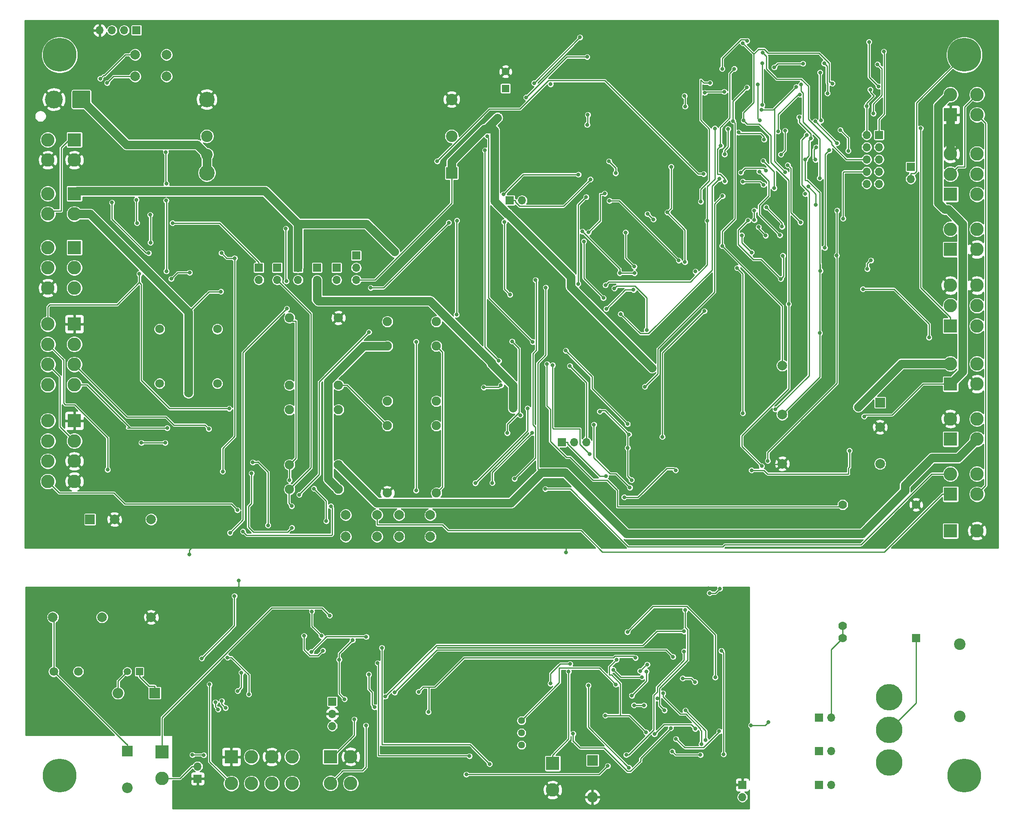
<source format=gbr>
%TF.GenerationSoftware,KiCad,Pcbnew,(5.1.6)-1*%
%TF.CreationDate,2021-04-27T14:52:06-04:00*%
%TF.ProjectId,TSI_Rev.5,5453495f-5265-4762-9e35-2e6b69636164,rev?*%
%TF.SameCoordinates,Original*%
%TF.FileFunction,Copper,L2,Bot*%
%TF.FilePolarity,Positive*%
%FSLAX46Y46*%
G04 Gerber Fmt 4.6, Leading zero omitted, Abs format (unit mm)*
G04 Created by KiCad (PCBNEW (5.1.6)-1) date 2021-04-27 14:52:06*
%MOMM*%
%LPD*%
G01*
G04 APERTURE LIST*
%TA.AperFunction,ComponentPad*%
%ADD10C,2.000000*%
%TD*%
%TA.AperFunction,ComponentPad*%
%ADD11R,2.000000X2.000000*%
%TD*%
%TA.AperFunction,ComponentPad*%
%ADD12O,1.700000X1.700000*%
%TD*%
%TA.AperFunction,ComponentPad*%
%ADD13R,1.700000X1.700000*%
%TD*%
%TA.AperFunction,ComponentPad*%
%ADD14C,2.800000*%
%TD*%
%TA.AperFunction,ComponentPad*%
%ADD15R,2.800000X2.800000*%
%TD*%
%TA.AperFunction,ComponentPad*%
%ADD16C,1.778000*%
%TD*%
%TA.AperFunction,ComponentPad*%
%ADD17R,1.778000X1.778000*%
%TD*%
%TA.AperFunction,ComponentPad*%
%ADD18C,2.400000*%
%TD*%
%TA.AperFunction,ComponentPad*%
%ADD19R,2.200000X2.200000*%
%TD*%
%TA.AperFunction,ComponentPad*%
%ADD20O,2.200000X2.200000*%
%TD*%
%TA.AperFunction,ComponentPad*%
%ADD21C,5.500000*%
%TD*%
%TA.AperFunction,ComponentPad*%
%ADD22C,1.808000*%
%TD*%
%TA.AperFunction,ComponentPad*%
%ADD23C,7.000000*%
%TD*%
%TA.AperFunction,ComponentPad*%
%ADD24C,1.905000*%
%TD*%
%TA.AperFunction,ComponentPad*%
%ADD25C,1.600000*%
%TD*%
%TA.AperFunction,ComponentPad*%
%ADD26R,1.600000X1.600000*%
%TD*%
%TA.AperFunction,ComponentPad*%
%ADD27C,1.508000*%
%TD*%
%TA.AperFunction,ComponentPad*%
%ADD28R,1.508000X1.508000*%
%TD*%
%TA.AperFunction,ComponentPad*%
%ADD29C,1.800000*%
%TD*%
%TA.AperFunction,ComponentPad*%
%ADD30C,1.440000*%
%TD*%
%TA.AperFunction,ComponentPad*%
%ADD31C,3.226000*%
%TD*%
%TA.AperFunction,ComponentPad*%
%ADD32R,2.400000X2.400000*%
%TD*%
%TA.AperFunction,ComponentPad*%
%ADD33C,3.700000*%
%TD*%
%TA.AperFunction,ViaPad*%
%ADD34C,0.800000*%
%TD*%
%TA.AperFunction,Conductor*%
%ADD35C,0.250000*%
%TD*%
%TA.AperFunction,Conductor*%
%ADD36C,1.800000*%
%TD*%
%TA.AperFunction,Conductor*%
%ADD37C,1.000000*%
%TD*%
%TA.AperFunction,Conductor*%
%ADD38C,0.254000*%
%TD*%
G04 APERTURE END LIST*
D10*
%TO.P,PS1,6*%
%TO.N,Net-(PS1-Pad6)*%
X126888000Y-157007000D03*
%TO.P,PS1,5*%
%TO.N,/IO_Ground*%
X126888000Y-177307000D03*
%TO.P,PS1,4*%
%TO.N,Net-(PS1-Pad4)*%
X116688000Y-177307000D03*
%TO.P,PS1,3*%
%TO.N,/PC_RELAY+*%
X106488000Y-177307000D03*
%TO.P,PS1,2*%
%TO.N,/AIRS-*%
X119288000Y-157007000D03*
D11*
%TO.P,PS1,1*%
%TO.N,/24V*%
X114188000Y-157007000D03*
%TD*%
D12*
%TO.P,JP12,2*%
%TO.N,/BOT_Out*%
X157353000Y-107315000D03*
D13*
%TO.P,JP12,1*%
%TO.N,/SL1_Out*%
X157353000Y-104775000D03*
%TD*%
D14*
%TO.P,J20,6*%
%TO.N,/AIRS-*%
X298235000Y-108440000D03*
%TO.P,J20,5*%
%TO.N,/CoolTemp_In*%
X298235000Y-112640000D03*
%TO.P,J20,4*%
%TO.N,/CoolTemp*%
X298235000Y-116840000D03*
%TO.P,J20,3*%
%TO.N,/AIRS-*%
X292735000Y-108440000D03*
%TO.P,J20,2*%
%TO.N,/5V*%
X292735000Y-112640000D03*
D15*
%TO.P,J20,1*%
%TO.N,/Flowrate*%
X292735000Y-116840000D03*
%TD*%
D11*
%TO.P,U38,1*%
%TO.N,/24V*%
X278120000Y-132755000D03*
D10*
%TO.P,U38,2*%
%TO.N,/AIRS-*%
X278120000Y-137855000D03*
%TO.P,U38,3*%
%TO.N,/10V*%
X257820000Y-125055000D03*
%TO.P,U38,4*%
%TO.N,/5V*%
X257820000Y-135255000D03*
%TO.P,U38,5*%
%TO.N,/AIRS-*%
X257820000Y-145455000D03*
%TO.P,U38,6*%
%TO.N,Net-(U38-Pad6)*%
X278120000Y-145455000D03*
%TD*%
D15*
%TO.P,J11,1*%
%TO.N,/24V*%
X292735000Y-140335000D03*
D14*
%TO.P,J11,2*%
%TO.N,/AIRS-*%
X292735000Y-136135000D03*
%TO.P,J11,3*%
%TO.N,/SL1_In*%
X298235000Y-140335000D03*
%TO.P,J11,4*%
%TO.N,/COOL_24V*%
X298235000Y-136135000D03*
%TD*%
D13*
%TO.P,JP3,1*%
%TO.N,/CAN_Shield*%
X284480000Y-83820000D03*
D12*
%TO.P,JP3,2*%
%TO.N,/Chassis_GND*%
X284480000Y-86360000D03*
%TD*%
D16*
%TO.P,U1,12*%
%TO.N,/AIRS-*%
X285598000Y-153949000D03*
%TO.P,U1,13*%
%TO.N,/TSAL*%
X270358000Y-153949000D03*
%TO.P,U1,23*%
%TO.N,/HV-*%
X270358000Y-179095000D03*
%TO.P,U1,24*%
X270358000Y-181635000D03*
D17*
%TO.P,U1,1*%
%TO.N,/HV+*%
X285598000Y-181635000D03*
%TD*%
D18*
%TO.P,C14,1*%
%TO.N,/HV+*%
X294640000Y-182880000D03*
%TO.P,C14,2*%
%TO.N,/HV-*%
X294640000Y-197880000D03*
%TD*%
D19*
%TO.P,D8,1*%
%TO.N,/5HV*%
X127635000Y-193040000D03*
D20*
%TO.P,D8,2*%
%TO.N,Net-(D7-Pad1)*%
X120015000Y-193040000D03*
%TD*%
D19*
%TO.P,D12,1*%
%TO.N,/DC_RELAY+*%
X218440000Y-207010000D03*
D20*
%TO.P,D12,2*%
%TO.N,/IO_Ground*%
X218440000Y-214630000D03*
%TD*%
%TO.P,D13,2*%
%TO.N,/PC_RELAY-*%
X121920000Y-212725000D03*
D19*
%TO.P,D13,1*%
%TO.N,/PC_RELAY+*%
X121920000Y-205105000D03*
%TD*%
D21*
%TO.P,J1,1*%
%TO.N,/MC+*%
X280010000Y-207430000D03*
%TO.P,J1,2*%
%TO.N,/HV+*%
X280010000Y-200660000D03*
%TO.P,J1,3*%
%TO.N,/HV-*%
X280010000Y-193890000D03*
%TD*%
D14*
%TO.P,J7,8*%
%TO.N,/IMD_Status*%
X105447000Y-149125000D03*
%TO.P,J7,7*%
%TO.N,Net-(J7-Pad7)*%
X105447000Y-144925000D03*
%TO.P,J7,6*%
%TO.N,Net-(J7-Pad6)*%
X105447000Y-140725000D03*
%TO.P,J7,5*%
%TO.N,/IMD_MHS*%
X105447000Y-136525000D03*
%TO.P,J7,4*%
%TO.N,/AIRS-*%
X110947000Y-149125000D03*
%TO.P,J7,3*%
X110947000Y-144925000D03*
%TO.P,J7,2*%
%TO.N,/24V*%
X110947000Y-140725000D03*
D15*
%TO.P,J7,1*%
%TO.N,/AIRS-*%
X110947000Y-136525000D03*
%TD*%
D14*
%TO.P,J9,4*%
%TO.N,Net-(J9-Pad4)*%
X298235000Y-96765000D03*
%TO.P,J9,3*%
%TO.N,/AIRS-*%
X298235000Y-100965000D03*
%TO.P,J9,2*%
%TO.N,/Drive_LED*%
X292735000Y-96765000D03*
D15*
%TO.P,J9,1*%
%TO.N,/Drive_BTN*%
X292735000Y-100965000D03*
%TD*%
%TO.P,J12,1*%
%TO.N,/AIRS-*%
X110947000Y-116459000D03*
D14*
%TO.P,J12,2*%
%TO.N,/Safety_Loop_EPAL*%
X110947000Y-120659000D03*
%TO.P,J12,3*%
%TO.N,/GEN_FAULT_EPAL*%
X110947000Y-124859000D03*
%TO.P,J12,4*%
%TO.N,/TSAL*%
X110947000Y-129059000D03*
%TO.P,J12,5*%
%TO.N,/IMD_FAULT_LED*%
X105447000Y-116459000D03*
%TO.P,J12,6*%
%TO.N,/AMS_FAULT_LED*%
X105447000Y-120659000D03*
%TO.P,J12,7*%
%TO.N,/24V*%
X105447000Y-124859000D03*
%TO.P,J12,8*%
%TO.N,Net-(J12-Pad8)*%
X105447000Y-129059000D03*
%TD*%
%TO.P,J13,4*%
%TO.N,/24V*%
X298235000Y-68825000D03*
%TO.P,J13,3*%
%TO.N,/24V_AMS_RTN*%
X298235000Y-73025000D03*
%TO.P,J13,2*%
%TO.N,/AIRS+*%
X292735000Y-68825000D03*
D15*
%TO.P,J13,1*%
%TO.N,/AIRS-*%
X292735000Y-73025000D03*
%TD*%
%TO.P,J14,1*%
%TO.N,/AIRS+*%
X292735000Y-128905000D03*
D14*
%TO.P,J14,2*%
%TO.N,/MRESET_Contact*%
X292735000Y-124705000D03*
%TO.P,J14,3*%
%TO.N,/AIRS-*%
X298235000Y-128905000D03*
%TO.P,J14,4*%
%TO.N,Net-(J14-Pad4)*%
X298235000Y-124705000D03*
%TD*%
D15*
%TO.P,J16,1*%
%TO.N,/TSAL*%
X292735000Y-159385000D03*
D14*
%TO.P,J16,2*%
%TO.N,/AIRS-*%
X298235000Y-159385000D03*
%TD*%
D15*
%TO.P,J17,1*%
%TO.N,/10V*%
X110947000Y-100584000D03*
D14*
%TO.P,J17,2*%
%TO.N,/APPS1*%
X110947000Y-104784000D03*
%TO.P,J17,3*%
%TO.N,/APPS1_RTN*%
X110947000Y-108984000D03*
%TO.P,J17,4*%
X105447000Y-100584000D03*
%TO.P,J17,5*%
%TO.N,/APPS2*%
X105447000Y-104784000D03*
%TO.P,J17,6*%
%TO.N,/AIRS-*%
X105447000Y-108984000D03*
%TD*%
%TO.P,J18,4*%
%TO.N,/BRAKE_OUT*%
X105447000Y-93608000D03*
%TO.P,J18,3*%
%TO.N,/AIRS+*%
X105447000Y-89408000D03*
%TO.P,J18,2*%
%TO.N,/BOT_Out*%
X110947000Y-93608000D03*
D15*
%TO.P,J18,1*%
%TO.N,/SL1_Out*%
X110947000Y-89408000D03*
%TD*%
%TO.P,J19,1*%
%TO.N,/BRAKE_OUT*%
X110947000Y-78232000D03*
D14*
%TO.P,J19,2*%
%TO.N,/AIRS-*%
X110947000Y-82432000D03*
%TO.P,J19,3*%
%TO.N,/RTDS*%
X105447000Y-78232000D03*
%TO.P,J19,4*%
%TO.N,/AIRS-*%
X105447000Y-82432000D03*
%TD*%
D15*
%TO.P,J5,1*%
%TO.N,/DC_RELAY+*%
X210185000Y-207645000D03*
D14*
%TO.P,J5,2*%
%TO.N,/IO_Ground*%
X210185000Y-213145000D03*
%TD*%
D12*
%TO.P,JP1,3*%
%TO.N,/Throttle_Plausibility/Pedal_Out*%
X217170000Y-140970000D03*
%TO.P,JP1,2*%
%TO.N,Net-(JP1-Pad2)*%
X214630000Y-140970000D03*
D13*
%TO.P,JP1,1*%
%TO.N,Net-(JP1-Pad1)*%
X212090000Y-140970000D03*
%TD*%
D12*
%TO.P,JP4,2*%
%TO.N,Net-(D7-Pad1)*%
X249555000Y-214630000D03*
D13*
%TO.P,JP4,1*%
%TO.N,/IO_Ground*%
X249555000Y-212090000D03*
%TD*%
%TO.P,JP5,1*%
%TO.N,/IO_Ground*%
X136525000Y-210820000D03*
D12*
%TO.P,JP5,2*%
%TO.N,/PC_RELAY-*%
X136525000Y-208280000D03*
%TD*%
D22*
%TO.P,K2,1*%
%TO.N,/BOT_Out*%
X134620000Y-130799998D03*
%TO.P,K2,2*%
%TO.N,/24V*%
X140619999Y-128799996D03*
%TO.P,K2,3*%
%TO.N,Net-(K2-Pad3)*%
X140619999Y-117500001D03*
%TO.P,K2,4*%
%TO.N,/MRESET_Contact*%
X128620001Y-117500001D03*
%TO.P,K2,5*%
%TO.N,/Relays_Cooling_Voltage_Refs/SR_CTRL_Boosted*%
X128620001Y-128799996D03*
%TD*%
D23*
%TO.P,U14,1*%
%TO.N,N/C*%
X107915000Y-210207000D03*
%TD*%
%TO.P,U15,1*%
%TO.N,N/C*%
X107915000Y-60607000D03*
%TD*%
%TO.P,U17,1*%
%TO.N,/Chassis_GND*%
X295615000Y-60607000D03*
%TD*%
%TO.P,U2,1*%
%TO.N,N/C*%
X295615000Y-210207000D03*
%TD*%
D24*
%TO.P,K3,2*%
%TO.N,/AIRS-*%
X165735000Y-115176300D03*
%TO.P,K3,5*%
%TO.N,/24V*%
X165735000Y-129146300D03*
%TO.P,K3,6*%
%TO.N,/IMD_FAULT_LED*%
X165735000Y-134239000D03*
%TO.P,K3,9*%
%TO.N,/SL1_In*%
X165735000Y-145669000D03*
%TO.P,K3,10*%
%TO.N,/Relays_Cooling_Voltage_Refs/SL1_IMD_Out*%
X165735000Y-150749000D03*
%TO.P,K3,8*%
%TO.N,/IMD_Status*%
X155575000Y-150749000D03*
%TO.P,K3,7*%
%TO.N,/IMD_Button_RTN*%
X155575000Y-145669000D03*
%TO.P,K3,4*%
%TO.N,Net-(K3-Pad4)*%
X155575000Y-134239000D03*
%TO.P,K3,3*%
%TO.N,Net-(K3-Pad3)*%
X155575000Y-129146300D03*
%TO.P,K3,1*%
%TO.N,/IMD_Button_RTN*%
X155575000Y-115176300D03*
%TD*%
%TO.P,K4,1*%
%TO.N,/AMS_Button_RTN*%
X186055000Y-151523700D03*
%TO.P,K4,3*%
%TO.N,Net-(K4-Pad3)*%
X186055000Y-137553700D03*
%TO.P,K4,4*%
%TO.N,Net-(K4-Pad4)*%
X186055000Y-132461000D03*
%TO.P,K4,7*%
%TO.N,/AMS_Button_RTN*%
X186055000Y-121031000D03*
%TO.P,K4,8*%
%TO.N,/24V_AMS_RTN*%
X186055000Y-115951000D03*
%TO.P,K4,10*%
%TO.N,/SL1_Out*%
X175895000Y-115951000D03*
%TO.P,K4,9*%
%TO.N,/Relays_Cooling_Voltage_Refs/SL1_IMD_Out*%
X175895000Y-121031000D03*
%TO.P,K4,6*%
%TO.N,/AMS_FAULT_LED*%
X175895000Y-132461000D03*
%TO.P,K4,5*%
%TO.N,/24V*%
X175895000Y-137553700D03*
%TO.P,K4,2*%
%TO.N,/AIRS-*%
X175895000Y-151523700D03*
%TD*%
D14*
%TO.P,J8,6*%
%TO.N,/CAN_Shield*%
X298235000Y-81135000D03*
%TO.P,J8,5*%
%TO.N,/BP_CAN+*%
X298235000Y-85335000D03*
%TO.P,J8,4*%
%TO.N,/BP_CAN-*%
X298235000Y-89535000D03*
%TO.P,J8,3*%
%TO.N,/AIRS-*%
X292735000Y-81135000D03*
%TO.P,J8,2*%
%TO.N,/24V*%
X292735000Y-85335000D03*
D15*
%TO.P,J8,1*%
%TO.N,/Chassis_GND*%
X292735000Y-89535000D03*
%TD*%
D14*
%TO.P,J2,8*%
%TO.N,Net-(J2-Pad8)*%
X156110000Y-211799000D03*
%TO.P,J2,7*%
%TO.N,/FW*%
X151910000Y-211799000D03*
%TO.P,J2,6*%
%TO.N,/RW*%
X147710000Y-211799000D03*
%TO.P,J2,5*%
%TO.N,/Throttle_HV*%
X143510000Y-211799000D03*
%TO.P,J2,4*%
%TO.N,Net-(J2-Pad4)*%
X156110000Y-206299000D03*
%TO.P,J2,3*%
%TO.N,/IO_Ground*%
X151910000Y-206299000D03*
%TO.P,J2,2*%
%TO.N,/IGNI_VCC*%
X147710000Y-206299000D03*
D15*
%TO.P,J2,1*%
%TO.N,/IO_Ground*%
X143510000Y-206299000D03*
%TD*%
D14*
%TO.P,J4,2*%
%TO.N,/PC_RELAY-*%
X129134000Y-210757000D03*
D15*
%TO.P,J4,1*%
%TO.N,/PC_RELAY+*%
X129134000Y-205257000D03*
%TD*%
%TO.P,J21,1*%
%TO.N,/IMD_Status*%
X292735000Y-151765000D03*
D14*
%TO.P,J21,2*%
%TO.N,/IMD_Button_RTN*%
X292735000Y-147565000D03*
%TO.P,J21,3*%
%TO.N,/24V_AMS_RTN*%
X298235000Y-151765000D03*
%TO.P,J21,4*%
%TO.N,/AMS_Button_RTN*%
X298235000Y-147565000D03*
%TD*%
D25*
%TO.P,C13,2*%
%TO.N,/AIRS-*%
X200406000Y-64064000D03*
D26*
%TO.P,C13,1*%
%TO.N,/COOL_24V*%
X200406000Y-67564000D03*
%TD*%
D27*
%TO.P,K1,C2*%
%TO.N,Net-(D7-Pad1)*%
X121920000Y-188595000D03*
D28*
%TO.P,K1,C1*%
%TO.N,/5HV*%
X124460000Y-188595000D03*
D29*
%TO.P,K1,M*%
%TO.N,/PC_RELAY+*%
X106680000Y-188595000D03*
%TO.P,K1,NO*%
%TO.N,/IGNI_VCC*%
X111760000Y-188595000D03*
%TD*%
D12*
%TO.P,J22,4*%
%TO.N,/AIRS-*%
X116205000Y-55499000D03*
%TO.P,J22,3*%
%TO.N,/5V*%
X118745000Y-55499000D03*
%TO.P,J22,2*%
%TO.N,/SCL*%
X121285000Y-55499000D03*
D13*
%TO.P,J22,1*%
%TO.N,/SDA*%
X123825000Y-55499000D03*
%TD*%
%TO.P,JP6,1*%
%TO.N,Net-(JP6-Pad1)*%
X265430000Y-212090000D03*
D12*
%TO.P,JP6,2*%
%TO.N,/MC+*%
X267970000Y-212090000D03*
%TD*%
%TO.P,JP7,2*%
%TO.N,/HV+*%
X267970000Y-205105000D03*
D13*
%TO.P,JP7,1*%
%TO.N,Net-(JP7-Pad1)*%
X265430000Y-205105000D03*
%TD*%
D12*
%TO.P,JP8,2*%
%TO.N,/HV-*%
X267970000Y-198120000D03*
D13*
%TO.P,JP8,1*%
%TO.N,Net-(JP8-Pad1)*%
X265430000Y-198120000D03*
%TD*%
D12*
%TO.P,JP11,2*%
%TO.N,/IMD_Status*%
X153035000Y-107315000D03*
D13*
%TO.P,JP11,1*%
%TO.N,/24V*%
X153035000Y-104775000D03*
%TD*%
D30*
%TO.P,RV1,3*%
%TO.N,Net-(RV1-Pad3)*%
X203708000Y-198755000D03*
%TO.P,RV1,2*%
%TO.N,Net-(RV1-Pad2)*%
X203708000Y-201295000D03*
%TO.P,RV1,1*%
%TO.N,Net-(R72-Pad2)*%
X203708000Y-203835000D03*
%TD*%
D12*
%TO.P,JP9,2*%
%TO.N,/Relays_Cooling_Voltage_Refs/Cooling_power*%
X203835000Y-90805000D03*
D13*
%TO.P,JP9,1*%
%TO.N,/5V*%
X201295000Y-90805000D03*
%TD*%
D12*
%TO.P,JP10,2*%
%TO.N,/24V_AMS_RTN*%
X149225000Y-107315000D03*
D13*
%TO.P,JP10,1*%
%TO.N,/24V*%
X149225000Y-104775000D03*
%TD*%
D12*
%TO.P,JP13,2*%
%TO.N,/MRESET_Contact*%
X161290000Y-107315000D03*
D13*
%TO.P,JP13,1*%
%TO.N,/AIRS+*%
X161290000Y-104775000D03*
%TD*%
D12*
%TO.P,JP15,3*%
%TO.N,/COOL_24V*%
X169418000Y-107315000D03*
%TO.P,JP15,2*%
%TO.N,/24V*%
X169418000Y-104775000D03*
D13*
%TO.P,JP15,1*%
%TO.N,/SL1_In*%
X169418000Y-102235000D03*
%TD*%
D18*
%TO.P,PS2,3*%
%TO.N,/AIRS-*%
X189230000Y-69850000D03*
D31*
%TO.P,PS2,4*%
X138430000Y-69850000D03*
D18*
%TO.P,PS2,2*%
%TO.N,/Relays_Cooling_Voltage_Refs/Cooling_power*%
X189230000Y-77470000D03*
D32*
%TO.P,PS2,1*%
%TO.N,/COOL_24V*%
X189230000Y-85090000D03*
D31*
%TO.P,PS2,8*%
%TO.N,/12V_Cooling*%
X138430000Y-85090000D03*
D18*
%TO.P,PS2,6*%
%TO.N,Net-(PS2-Pad6)*%
X138430000Y-77470000D03*
%TO.P,PS2,7*%
%TO.N,/12V_Cooling*%
X138430000Y-81280000D03*
%TD*%
D14*
%TO.P,J3,4*%
%TO.N,Net-(J3-Pad4)*%
X168284000Y-211748000D03*
%TO.P,J3,3*%
%TO.N,/RW*%
X164084000Y-211748000D03*
%TO.P,J3,2*%
%TO.N,/IO_Ground*%
X168284000Y-206248000D03*
D15*
%TO.P,J3,1*%
%TO.N,/FW*%
X164084000Y-206248000D03*
%TD*%
D13*
%TO.P,J15,1*%
%TO.N,/Cooling_CTRL*%
X277876000Y-77216000D03*
D12*
%TO.P,J15,2*%
%TO.N,/SDA*%
X275336000Y-77216000D03*
%TO.P,J15,3*%
%TO.N,/SR_CTRL*%
X277876000Y-79756000D03*
%TO.P,J15,4*%
%TO.N,/SCL*%
X275336000Y-79756000D03*
%TO.P,J15,5*%
%TO.N,/BP_CAN-*%
X277876000Y-82296000D03*
%TO.P,J15,6*%
%TO.N,/3.3V_ISO*%
X275336000Y-82296000D03*
%TO.P,J15,7*%
%TO.N,/BP_CAN+*%
X277876000Y-84836000D03*
%TO.P,J15,8*%
%TO.N,/LOGIC_ISO_RTN*%
X275336000Y-84836000D03*
%TO.P,J15,9*%
%TO.N,/Flowrate_LOGIC*%
X277876000Y-87376000D03*
%TO.P,J15,10*%
%TO.N,Net-(J15-Pad10)*%
X275336000Y-87376000D03*
%TD*%
D10*
%TO.P,SW2,1*%
%TO.N,/IMD_Status*%
X173759000Y-156083000D03*
%TO.P,SW2,2*%
%TO.N,/IMD_Button_RTN*%
X173759000Y-160583000D03*
%TO.P,SW2,1*%
%TO.N,/IMD_Status*%
X167259000Y-156083000D03*
%TO.P,SW2,2*%
%TO.N,/IMD_Button_RTN*%
X167259000Y-160583000D03*
%TD*%
%TO.P,SW3,2*%
%TO.N,/AMS_Button_RTN*%
X178308000Y-160583000D03*
%TO.P,SW3,1*%
%TO.N,/24V_AMS_RTN*%
X178308000Y-156083000D03*
%TO.P,SW3,2*%
%TO.N,/AMS_Button_RTN*%
X184808000Y-160583000D03*
%TO.P,SW3,1*%
%TO.N,/24V_AMS_RTN*%
X184808000Y-156083000D03*
%TD*%
%TO.P,SW4,2*%
%TO.N,/24V*%
X123571000Y-65079000D03*
%TO.P,SW4,1*%
%TO.N,/RTDS*%
X123571000Y-60579000D03*
%TO.P,SW4,2*%
%TO.N,/24V*%
X130071000Y-65079000D03*
%TO.P,SW4,1*%
%TO.N,/RTDS*%
X130071000Y-60579000D03*
%TD*%
D13*
%TO.P,JP14,1*%
%TO.N,/AIRS+*%
X165354000Y-104775000D03*
D12*
%TO.P,JP14,2*%
%TO.N,/24V*%
X165354000Y-107315000D03*
%TD*%
D13*
%TO.P,JP2,1*%
%TO.N,/FW*%
X164465000Y-194818000D03*
D12*
%TO.P,JP2,2*%
%TO.N,/IO_Ground*%
X164465000Y-197358000D03*
%TO.P,JP2,3*%
%TO.N,/RW*%
X164465000Y-199898000D03*
%TD*%
D33*
%TO.P,J10,2*%
%TO.N,/AIRS-*%
X106695000Y-69850000D03*
%TO.P,J10,1*%
%TO.N,/12V_Cooling*%
%TA.AperFunction,ComponentPad*%
G36*
G01*
X110795001Y-68000000D02*
X113994999Y-68000000D01*
G75*
G02*
X114245000Y-68250001I0J-250001D01*
G01*
X114245000Y-71449999D01*
G75*
G02*
X113994999Y-71700000I-250001J0D01*
G01*
X110795001Y-71700000D01*
G75*
G02*
X110545000Y-71449999I0J250001D01*
G01*
X110545000Y-68250001D01*
G75*
G02*
X110795001Y-68000000I250001J0D01*
G01*
G37*
%TD.AperFunction*%
%TD*%
D34*
%TO.N,/3.3V*%
X202282000Y-148572000D03*
X206641000Y-107317000D03*
X222990000Y-109057000D03*
X229698000Y-117694000D03*
%TO.N,/5V*%
X203480000Y-135379000D03*
X219964000Y-134620000D03*
X225740000Y-142171000D03*
X253676000Y-62335800D03*
X253676000Y-71025300D03*
X200769000Y-139084000D03*
X225995000Y-139371000D03*
X151133000Y-158254000D03*
X262596000Y-82324200D03*
X129990000Y-90809800D03*
X130038000Y-105517000D03*
X218011000Y-86449100D03*
X201780000Y-120073000D03*
X265592000Y-118320000D03*
X226568000Y-148844000D03*
X265716000Y-105432000D03*
X147955000Y-145161000D03*
X129921000Y-80772000D03*
X130048000Y-87360300D03*
X263756339Y-77948027D03*
X261366000Y-73533000D03*
X217487500Y-73025000D03*
X217360500Y-75120500D03*
%TO.N,/AIRS-*%
X248920000Y-87567000D03*
X203200000Y-137160000D03*
X239268000Y-71120000D03*
X215377000Y-84252900D03*
X212956000Y-163832000D03*
X280358000Y-136649000D03*
X247396000Y-100076000D03*
X288012000Y-113142000D03*
X131622800Y-81280000D03*
X244356000Y-74024300D03*
X222870000Y-133266000D03*
X276090000Y-121665000D03*
X219362000Y-71539700D03*
X233682000Y-99416400D03*
X246775000Y-107100000D03*
X118432000Y-70634200D03*
X227631000Y-156154000D03*
X140707000Y-161266000D03*
X117792000Y-152547000D03*
X223852000Y-99740200D03*
X285370000Y-129121000D03*
X226122000Y-158476000D03*
X252051000Y-141309000D03*
X274653000Y-116374000D03*
X208846000Y-134604000D03*
X149940000Y-157396000D03*
X202010000Y-80639100D03*
X125773000Y-73575800D03*
X234012000Y-140970000D03*
X216482000Y-136064000D03*
X250700000Y-92557000D03*
X242258000Y-70894500D03*
X226918000Y-161915000D03*
X221888000Y-98037600D03*
X280240000Y-115028000D03*
X237904000Y-81482000D03*
X254698500Y-65338100D03*
X137160000Y-152766000D03*
X157401000Y-155651000D03*
X134788000Y-164282000D03*
X128597000Y-144397000D03*
X126326000Y-81334500D03*
X199491000Y-132694000D03*
X195127000Y-132972000D03*
X222084000Y-139491000D03*
X262229000Y-91126700D03*
X259117000Y-82397000D03*
X249870000Y-78274800D03*
X218492000Y-147725000D03*
X216821000Y-148795000D03*
X127958000Y-109822000D03*
X147592000Y-140217000D03*
X281641000Y-98389200D03*
X118987000Y-126385000D03*
X214695000Y-155738000D03*
X119706000Y-119276000D03*
X209420000Y-62168400D03*
X125372000Y-107323000D03*
X246380000Y-161544000D03*
X117856000Y-84328000D03*
X122428000Y-86868000D03*
X121920000Y-90932000D03*
X219964000Y-87816300D03*
X229616000Y-99568000D03*
X240792000Y-87376000D03*
X230124000Y-158495000D03*
X298196000Y-132588000D03*
X301752000Y-132588000D03*
X211328000Y-133604000D03*
X259588000Y-72644000D03*
X264160000Y-72136000D03*
X264160000Y-85852000D03*
X252984000Y-104648000D03*
X218440000Y-135128000D03*
X224536000Y-146812000D03*
X223012000Y-148844000D03*
X236728000Y-105156000D03*
X262652000Y-98078400D03*
X249428000Y-80772000D03*
X241363500Y-80899000D03*
X252984000Y-78232000D03*
X254508000Y-79756000D03*
X264711095Y-78245423D03*
X257270000Y-68530000D03*
X260230000Y-70920000D03*
X276479000Y-107315000D03*
X220472000Y-150876000D03*
X139192000Y-144272000D03*
%TO.N,/24V*%
X117729000Y-66421000D03*
X131318000Y-95504000D03*
X123825000Y-90678000D03*
X123952000Y-95504000D03*
%TO.N,/10V*%
X220716000Y-111047000D03*
X216668000Y-99316500D03*
X250508000Y-67375900D03*
X247621000Y-74336800D03*
X245352000Y-100245000D03*
X229870000Y-93599000D03*
X231087796Y-94753296D03*
X237680500Y-71310500D03*
X237553500Y-69126000D03*
%TO.N,Net-(C7-Pad2)*%
X257509000Y-107116000D03*
X257945000Y-102280000D03*
X250714000Y-94963000D03*
%TO.N,/APPS1_RTN*%
X216389000Y-97264000D03*
X224121000Y-105887000D03*
X227155000Y-105887000D03*
%TO.N,/PC_RELAY+*%
X163906000Y-176956000D03*
%TO.N,/COOL_24V*%
X230796000Y-125566000D03*
X198755000Y-73660000D03*
%TO.N,/TSAL*%
X209023000Y-124758000D03*
X130222000Y-138034000D03*
%TO.N,/5HV*%
X168679000Y-182069000D03*
X165885000Y-186116000D03*
X237674000Y-175811000D03*
X233386000Y-196622000D03*
X237744000Y-196659500D03*
X241935000Y-202819000D03*
X227076000Y-195580000D03*
X229130565Y-195602568D03*
X231908000Y-194155000D03*
X167005000Y-194310000D03*
%TO.N,Net-(C23-Pad1)*%
X264731500Y-82359500D03*
X264867000Y-79780000D03*
%TO.N,/Throttle_HV*%
X138983000Y-191249000D03*
X231330500Y-201549000D03*
X239776000Y-200469500D03*
%TO.N,Net-(D2-Pad8)*%
X225322000Y-97458100D03*
X227116000Y-104540000D03*
%TO.N,Net-(D7-Pad1)*%
X135445500Y-205867000D03*
X137795000Y-205930500D03*
%TO.N,/IMD_Button_RTN*%
X208679000Y-150693000D03*
X163195000Y-157353000D03*
X160655000Y-150622000D03*
X155575000Y-148844000D03*
%TO.N,/DC_RELAY+*%
X213510000Y-188587000D03*
%TO.N,/A2_HV*%
X237442000Y-180234000D03*
X175490000Y-193740000D03*
%TO.N,/A1_HV*%
X227373000Y-185740000D03*
X182372000Y-192786000D03*
X184404000Y-196977000D03*
%TO.N,/IGNI_VCC*%
X140208000Y-194945000D03*
X140779500Y-196419000D03*
%TO.N,/IMD_Status*%
X144780000Y-155067000D03*
X156048542Y-154242468D03*
%TO.N,/Drive_BTN*%
X253062000Y-84838500D03*
X257328000Y-98015100D03*
%TO.N,/SL1_In*%
X208746000Y-108897000D03*
%TO.N,/AMS_FAULT_LED*%
X117856000Y-146685000D03*
%TO.N,/IMD_FAULT_LED*%
X124428000Y-106042000D03*
X143071000Y-133996000D03*
%TO.N,/Safety_Loop*%
X172066000Y-118144000D03*
X224301000Y-114389000D03*
X244787000Y-86329500D03*
X157607000Y-151892000D03*
%TO.N,/AIRS+*%
X225044000Y-152400000D03*
X235712000Y-146812000D03*
X251460000Y-146812000D03*
X144208500Y-102806500D03*
X141732000Y-147066000D03*
X147701000Y-147447000D03*
X156083000Y-158750000D03*
X118745000Y-91259400D03*
X126365000Y-101727000D03*
X141478000Y-101727000D03*
X274828000Y-135636000D03*
X271780000Y-142748000D03*
%TO.N,/SR_CTRL*%
X277588100Y-62567400D03*
X217340300Y-61025100D03*
X204697900Y-69420600D03*
X206042000Y-120168000D03*
X196628000Y-77502800D03*
X124841000Y-141097000D03*
X129794000Y-141097000D03*
X276733000Y-72771000D03*
%TO.N,/RTDS_CTRL*%
X200004000Y-89536500D03*
X215525000Y-85446900D03*
%TO.N,/PC_Ready*%
X220980000Y-89384300D03*
X143260000Y-159796000D03*
X155036000Y-113269000D03*
X172435000Y-108950000D03*
X188640000Y-95412000D03*
X217638000Y-97440300D03*
%TO.N,/Cooling_CTRL*%
X206355000Y-66458900D03*
X278904509Y-59931492D03*
X215845300Y-56968600D03*
%TO.N,/SDA*%
X253560000Y-145941000D03*
X249639000Y-58161400D03*
X249801000Y-74241600D03*
X268224000Y-66548000D03*
X276088956Y-67808929D03*
X275336000Y-71247000D03*
X259159000Y-112316000D03*
X275463000Y-105029000D03*
X276225000Y-103251000D03*
%TO.N,/SCL*%
X254802000Y-144868000D03*
X264670000Y-74400300D03*
X269193000Y-78923300D03*
X269193000Y-92917000D03*
X269113000Y-102235000D03*
%TO.N,/APPS1*%
X126746000Y-99568000D03*
X126685900Y-93786100D03*
%TO.N,/BOT_Out*%
X141351000Y-109728000D03*
%TO.N,/SL1_Out*%
X177389000Y-101490000D03*
%TO.N,/RTDS*%
X116332000Y-65532000D03*
%TO.N,/Flowrate*%
X286537000Y-75827000D03*
%TO.N,Net-(JP1-Pad1)*%
X221234000Y-148035000D03*
%TO.N,Net-(Q2-Pad3)*%
X241663000Y-113758000D03*
X232942000Y-139876000D03*
%TO.N,Net-(R19-Pad1)*%
X254496000Y-92237500D03*
X257772000Y-96255700D03*
%TO.N,/D_LED_CTRL*%
X261604000Y-95361400D03*
X258971000Y-83491800D03*
%TO.N,Net-(R29-Pad1)*%
X245808500Y-68262500D03*
X241744500Y-68453000D03*
%TO.N,Net-(R30-Pad1)*%
X221869000Y-82677000D03*
X223266000Y-85153500D03*
%TO.N,Net-(R38-Pad2)*%
X204985000Y-133959000D03*
X194162000Y-149464000D03*
%TO.N,/Sensors_Throttle_Voltage/SDA_HV*%
X242766000Y-172301000D03*
X244896000Y-171363000D03*
%TO.N,/Throttle_LV*%
X218740000Y-137355000D03*
X226208000Y-150398000D03*
%TO.N,/PCDC_Circuit/Safety_Loop_HV*%
X197104000Y-207772000D03*
X174765000Y-183665000D03*
%TO.N,Net-(R93-Pad1)*%
X234698000Y-200335000D03*
X213804500Y-187007500D03*
X209740500Y-191071500D03*
X214439500Y-201485500D03*
%TO.N,Net-(R94-Pad1)*%
X223427000Y-186130000D03*
X221116000Y-197690000D03*
X229576000Y-201192000D03*
%TO.N,Net-(R95-Pad1)*%
X217599000Y-191466000D03*
X226032000Y-208540000D03*
%TO.N,/MC_Voltage*%
X226602000Y-193574000D03*
X229657000Y-188554000D03*
%TO.N,/Throttle_Plausibility/APPS1_ISO*%
X215473000Y-108121000D03*
X217125000Y-90109300D03*
X251460000Y-101600000D03*
X249428000Y-98044000D03*
%TO.N,/CoolTemp*%
X288290000Y-119253000D03*
X274574000Y-109220000D03*
%TO.N,/Throttle_Plausibility/Pedal_Out*%
X213745000Y-125166000D03*
%TO.N,/Throttle_Plausibility/APPS1_b*%
X200152000Y-95287000D03*
X201346000Y-110358000D03*
X240918000Y-91054200D03*
X277780000Y-67141900D03*
X266652000Y-100632000D03*
X267589000Y-80391000D03*
X275844000Y-57912000D03*
X250521174Y-57692600D03*
X245364000Y-63500000D03*
X242813685Y-66447424D03*
%TO.N,/Throttle_Plausibility/APPS2_b*%
X237630000Y-103584000D03*
X226970000Y-109369000D03*
X221334000Y-113311000D03*
X233986000Y-93291600D03*
X234777000Y-83816700D03*
%TO.N,/Throttle_Plausibility/APPS_DIFF*%
X221158000Y-108393000D03*
X242292000Y-95035100D03*
X243840000Y-75856000D03*
%TO.N,/Throttle_Plausibility/U8_Pin8*%
X262608000Y-89451100D03*
X264795000Y-91757500D03*
X263231647Y-87923306D03*
%TO.N,/Throttle_Plausibility/U8_Pin3*%
X261756000Y-66720400D03*
X265592000Y-86207700D03*
%TO.N,/Throttle_Plausibility/U8_Pin14*%
X247886000Y-63500000D03*
X245080000Y-79466100D03*
X245912000Y-86842000D03*
X262128000Y-62420500D03*
X256159000Y-63182500D03*
X253936500Y-87566500D03*
X249662262Y-86898380D03*
%TO.N,/Throttle_Plausibility/U8_Pin13*%
X245872000Y-81242000D03*
X260735000Y-67244300D03*
X258444000Y-84940900D03*
X246570500Y-75967600D03*
X253554534Y-72016891D03*
%TO.N,/Throttle_Plausibility/U8_Pin12*%
X265683362Y-64257313D03*
X265867000Y-74239000D03*
X254444500Y-84582000D03*
X249237500Y-85026500D03*
%TO.N,/Throttle_Plausibility/U8_Pin9*%
X261460000Y-68829200D03*
X256953000Y-76448900D03*
X254063500Y-78168500D03*
X248776600Y-76691600D03*
%TO.N,/Throttle_Plausibility/Brake_Pressed_uC*%
X241528000Y-85332700D03*
X186213000Y-82667400D03*
%TO.N,/GEN_FAULT_EPAL*%
X138838000Y-138218000D03*
%TO.N,/24V_AMS_RTN*%
X154833000Y-96661400D03*
X190336000Y-94999700D03*
X190240000Y-114506000D03*
X217836000Y-143445000D03*
X210172000Y-124994000D03*
X154940000Y-107569000D03*
X181864000Y-120142000D03*
X181864000Y-151003000D03*
%TO.N,/MRESET_Contact*%
X201985000Y-133929000D03*
X273569000Y-133704000D03*
%TO.N,Net-(R104-Pad2)*%
X222758000Y-188214000D03*
X228727000Y-189738000D03*
%TO.N,Net-(R103-Pad2)*%
X205910000Y-139026000D03*
X197655000Y-149447000D03*
%TO.N,Net-(C40-Pad2)*%
X225710000Y-180381000D03*
X243911000Y-189776000D03*
%TO.N,Net-(Q3-Pad1)*%
X245217000Y-184276000D03*
X245651000Y-205735000D03*
%TO.N,Net-(R105-Pad1)*%
X145923000Y-159512000D03*
X164177142Y-154271142D03*
%TO.N,Net-(RV1-Pad2)*%
X239712500Y-190754000D03*
X237181660Y-190001160D03*
%TO.N,Net-(RV1-Pad3)*%
X223298000Y-191256000D03*
%TO.N,/TS_Voltage*%
X229806500Y-187134500D03*
X228346000Y-188468000D03*
%TO.N,/Sensors_Throttle_Voltage/1.24HV_REF*%
X233075000Y-193082000D03*
X241056000Y-203634000D03*
%TO.N,/PCDC_Circuit/TSV_MIN_REF*%
X142730000Y-185673000D03*
X147159000Y-193296000D03*
X235161000Y-185523000D03*
X177407000Y-192915000D03*
%TO.N,/PCDC_Circuit/PC_Control*%
X144836000Y-192617000D03*
X145602000Y-188820000D03*
%TO.N,/PCDC_Circuit/TSV_Ready*%
X225463000Y-205867000D03*
X237442000Y-184404000D03*
X141541500Y-194691000D03*
X142334696Y-196119196D03*
X173228000Y-195961000D03*
X192278000Y-209931000D03*
X221615000Y-208153000D03*
X172040000Y-189185000D03*
%TO.N,Net-(U19-Pad11)*%
X171510000Y-181378000D03*
X160094000Y-184480000D03*
%TO.N,Net-(U42-Pad13)*%
X162209000Y-181156000D03*
X160224000Y-176105000D03*
%TO.N,Net-(U42-Pad12)*%
X162518000Y-184236000D03*
X158604000Y-181160000D03*
%TO.N,/PCDC_Circuit/MC_95\u0025*%
X144150000Y-172916000D03*
X137369000Y-185840000D03*
X192913000Y-206121000D03*
X173863000Y-186817000D03*
%TO.N,Net-(JP6-Pad1)*%
X235013500Y-205168500D03*
X240855500Y-205867000D03*
%TO.N,Net-(JP7-Pad1)*%
X254952500Y-199072500D03*
X251333000Y-199771000D03*
%TO.N,Net-(JP8-Pad1)*%
X235775500Y-202565000D03*
X244729000Y-200977500D03*
%TO.N,/IO_Ground*%
X145038000Y-169742000D03*
X225101000Y-193799000D03*
X232074000Y-183196000D03*
X135522000Y-175534000D03*
X158470000Y-176495000D03*
X206930000Y-203012000D03*
X245450000Y-175004000D03*
X247516000Y-174720000D03*
X189414000Y-180626000D03*
X168863000Y-183240000D03*
X149292000Y-187999000D03*
X157171000Y-183008000D03*
X242545000Y-171277000D03*
X226974000Y-173712000D03*
X234743000Y-203267000D03*
X226908000Y-188302000D03*
X248505000Y-187536000D03*
X190258000Y-196248000D03*
X189546000Y-214541000D03*
X196020000Y-214467000D03*
X216220000Y-199978000D03*
X176741000Y-184603000D03*
X158522000Y-173075000D03*
X155809000Y-188729000D03*
X132955000Y-195419000D03*
X232664000Y-198040000D03*
X231140000Y-206248000D03*
X219456000Y-203708000D03*
X223520000Y-203200000D03*
X225552000Y-199644000D03*
X228092000Y-197612000D03*
X230632000Y-203200000D03*
X212534500Y-171450000D03*
X230458000Y-198040000D03*
X191897000Y-199263000D03*
X179705000Y-194310000D03*
X161036000Y-198628000D03*
%TO.N,/LOGIC_ISO_RTN*%
X270446500Y-94568500D03*
X236349900Y-103271900D03*
X221956200Y-90883400D03*
X199023000Y-124093000D03*
X196150000Y-80412000D03*
%TO.N,/APPS*%
X239815000Y-105564000D03*
%TO.N,Net-(R2-Pad1)*%
X131064000Y-107061000D03*
X134874000Y-105791000D03*
%TO.N,/Throttle_Plausibility/Throttle_PL*%
X249639000Y-134961000D03*
X252778000Y-66722900D03*
X212919000Y-121979000D03*
X225738000Y-137208000D03*
X248475500Y-104838500D03*
X254381000Y-98107500D03*
X252920500Y-96329500D03*
X256159000Y-88265000D03*
X253873000Y-82613500D03*
X257556000Y-81280000D03*
X258423336Y-76348664D03*
X253174500Y-74231500D03*
%TO.N,/Throttle_Plausibility/Throttle_SEL*%
X262878000Y-77226000D03*
X256403000Y-134148000D03*
%TO.N,/Throttle_Plausibility/IMD_FAULT*%
X252031500Y-92900500D03*
X252031500Y-94869000D03*
%TO.N,/Throttle_Plausibility/AMS_FAULT*%
X245411000Y-89904400D03*
X229316000Y-129454000D03*
X199453500Y-129159000D03*
X195897500Y-129603500D03*
%TO.N,/Flowrate_LOGIC*%
X266530800Y-62354100D03*
X209756000Y-66688800D03*
X267208000Y-68580000D03*
X269875000Y-76200000D03*
X271526000Y-80518000D03*
%TO.N,/3.3V_ISO*%
X253776000Y-60153300D03*
%TO.N,/FW*%
X169037000Y-198501000D03*
%TO.N,/RW*%
X171450000Y-199771000D03*
%TD*%
D35*
%TO.N,/3.3V*%
X202282000Y-148572000D02*
X206635000Y-144219000D01*
X206635000Y-144219000D02*
X206635000Y-138297000D01*
X206635000Y-138297000D02*
X206637000Y-138295000D01*
X206637000Y-138295000D02*
X206637000Y-137911000D01*
X206637000Y-137911000D02*
X206067000Y-137341000D01*
X206067000Y-137341000D02*
X206067000Y-122614000D01*
X206067000Y-122614000D02*
X206805000Y-121875000D01*
X206805000Y-121875000D02*
X206805000Y-107481000D01*
X206805000Y-107481000D02*
X206641000Y-107317000D01*
X222990000Y-109057000D02*
X223450000Y-108597000D01*
X223450000Y-108597000D02*
X227264000Y-108597000D01*
X227264000Y-108597000D02*
X229698000Y-111031000D01*
X229698000Y-111031000D02*
X229698000Y-117694000D01*
%TO.N,/5V*%
X225995000Y-139371000D02*
X221051000Y-134427000D01*
X221051000Y-134427000D02*
X220157000Y-134427000D01*
X220157000Y-134427000D02*
X219964000Y-134620000D01*
X225740000Y-142171000D02*
X225740000Y-139626000D01*
X225740000Y-139626000D02*
X225995000Y-139371000D01*
X203074000Y-134973000D02*
X203480000Y-135379000D01*
X203074000Y-134973000D02*
X200769000Y-137278000D01*
X200769000Y-137278000D02*
X200769000Y-139084000D01*
X253676000Y-71025300D02*
X253676000Y-62335800D01*
X151133000Y-147181000D02*
X151133000Y-158254000D01*
X130038000Y-105517000D02*
X130038000Y-90857900D01*
X130038000Y-90857900D02*
X129990000Y-90809800D01*
X201295000Y-90805000D02*
X202470000Y-90805000D01*
X202470000Y-90805000D02*
X202470000Y-91172300D01*
X202470000Y-91172300D02*
X203297000Y-91998700D01*
X203297000Y-91998700D02*
X212462000Y-91998700D01*
X212462000Y-91998700D02*
X218011000Y-86449100D01*
X201780000Y-120073000D02*
X203210000Y-121504000D01*
X203210000Y-121504000D02*
X203210000Y-134837000D01*
X203210000Y-134837000D02*
X203074000Y-134973000D01*
X265592000Y-118320000D02*
X265592000Y-127482000D01*
X265592000Y-127482000D02*
X257820000Y-135255000D01*
X226568000Y-148844000D02*
X225740000Y-148016000D01*
X225740000Y-148016000D02*
X225740000Y-142171000D01*
X262596000Y-82324200D02*
X262596000Y-86633600D01*
X265592000Y-89630400D02*
X265592000Y-103975000D01*
X265592000Y-103975000D02*
X265592000Y-118320000D01*
X265592000Y-103975000D02*
X265716000Y-104099000D01*
X265716000Y-104099000D02*
X265716000Y-105432000D01*
X148971000Y-145161000D02*
X149042000Y-145090000D01*
X147955000Y-145161000D02*
X148971000Y-145161000D01*
X149042000Y-145090000D02*
X151133000Y-147181000D01*
X129921000Y-80772000D02*
X129921000Y-87233300D01*
X129921000Y-87233300D02*
X130048000Y-87360300D01*
X261366000Y-74642478D02*
X261366000Y-73533000D01*
X263756339Y-77948027D02*
X263756339Y-77032817D01*
X263356340Y-81563860D02*
X262596000Y-82324200D01*
X263356340Y-78348026D02*
X263356340Y-81563860D01*
X263756339Y-77948027D02*
X263356340Y-78348026D01*
X263013463Y-86633600D02*
X265592000Y-89212137D01*
X265592000Y-89212137D02*
X265592000Y-89630400D01*
X262596000Y-86633600D02*
X263013463Y-86633600D01*
X217487500Y-73025000D02*
X217487500Y-74993500D01*
X217487500Y-74993500D02*
X217360500Y-75120500D01*
X263756339Y-77032817D02*
X261366000Y-74642478D01*
%TO.N,/AIRS-*%
X250700000Y-92557000D02*
X247396000Y-95861000D01*
X247396000Y-95861000D02*
X247396000Y-100076000D01*
X262229000Y-91126700D02*
X262629000Y-91526700D01*
X262629000Y-91526700D02*
X262629000Y-98055000D01*
X262629000Y-98055000D02*
X262652000Y-98078400D01*
X212956000Y-162077000D02*
X212956000Y-163832000D01*
X137505000Y-160670000D02*
X134788000Y-163387000D01*
X134788000Y-163387000D02*
X134788000Y-164282000D01*
X246380000Y-161544000D02*
X227289000Y-161544000D01*
X227289000Y-161544000D02*
X226918000Y-161915000D01*
X117856000Y-84328000D02*
X120396000Y-86868000D01*
X120396000Y-86868000D02*
X122428000Y-86868000D01*
X215377000Y-84252900D02*
X216888000Y-84252900D01*
X216888000Y-84252900D02*
X219964000Y-87328900D01*
X219964000Y-87328900D02*
X219964000Y-87816300D01*
X149940000Y-157396000D02*
X149940000Y-158134000D01*
X149940000Y-158134000D02*
X150785000Y-158979000D01*
X150785000Y-158979000D02*
X154073000Y-158979000D01*
X154073000Y-158979000D02*
X157401000Y-155651000D01*
X229616000Y-99568000D02*
X226781000Y-96733100D01*
X226781000Y-96733100D02*
X224974000Y-96733100D01*
X224974000Y-96733100D02*
X223852000Y-97855100D01*
X223852000Y-97855100D02*
X223852000Y-99740200D01*
X237904000Y-81482000D02*
X238750000Y-81482000D01*
X238750000Y-81482000D02*
X242253000Y-84984700D01*
X242253000Y-84984700D02*
X242253000Y-85914900D01*
X242253000Y-85914900D02*
X240792000Y-87376000D01*
X252051000Y-141309000D02*
X252051000Y-143190000D01*
X252051000Y-143190000D02*
X254454000Y-145594000D01*
X254454000Y-145594000D02*
X257681000Y-145594000D01*
X257681000Y-145594000D02*
X257820000Y-145455000D01*
D36*
X292735000Y-73025000D02*
X292735000Y-81135000D01*
D35*
X230124000Y-158495000D02*
X227783000Y-156154000D01*
X227783000Y-156154000D02*
X227631000Y-156154000D01*
X236728000Y-105156000D02*
X231140000Y-99568000D01*
X231140000Y-99568000D02*
X229616000Y-99568000D01*
X252984000Y-78232000D02*
X254508000Y-79756000D01*
%TO.N,/24V*%
X175894900Y-137553800D02*
X175895000Y-137554000D01*
X165735300Y-129146000D02*
X167488000Y-129146000D01*
X167488000Y-129146000D02*
X175894900Y-137553800D01*
D36*
X175895000Y-137553700D02*
X175894900Y-137553800D01*
D35*
X165735000Y-129146000D02*
X165735300Y-129146000D01*
X298235000Y-68825000D02*
X296510000Y-70550000D01*
X119071000Y-65079000D02*
X117729000Y-66421000D01*
X123571000Y-65079000D02*
X119071000Y-65079000D01*
X107975000Y-127387000D02*
X105447000Y-124859000D01*
X110947000Y-140725000D02*
X107975000Y-137753000D01*
X107975000Y-137753000D02*
X107975000Y-127387000D01*
X149225000Y-103675000D02*
X141054000Y-95504000D01*
X149225000Y-104775000D02*
X149225000Y-103675000D01*
X141054000Y-95504000D02*
X131318000Y-95504000D01*
X123825000Y-95377000D02*
X123952000Y-95504000D01*
X123825000Y-90678000D02*
X123825000Y-95377000D01*
X292735000Y-85335000D02*
X294250000Y-83820000D01*
X294250000Y-83820000D02*
X295656000Y-83820000D01*
X295656000Y-71404000D02*
X296510000Y-70550000D01*
X295656000Y-83820000D02*
X295656000Y-71404000D01*
%TO.N,/10V*%
X247621000Y-74336800D02*
X248021000Y-74736800D01*
X248021000Y-74736800D02*
X248021000Y-94599600D01*
X248021000Y-94599600D02*
X245352000Y-97268600D01*
X245352000Y-97268600D02*
X245352000Y-100245000D01*
X216668000Y-99316500D02*
X216668000Y-106999000D01*
X216668000Y-106999000D02*
X220716000Y-111047000D01*
X247855000Y-74570600D02*
X247621000Y-74336800D01*
X250508000Y-67375900D02*
X247621000Y-70262600D01*
X247621000Y-70262600D02*
X247621000Y-74336800D01*
X257820000Y-125055000D02*
X257820000Y-112713000D01*
X257820000Y-112713000D02*
X245352000Y-100245000D01*
X229870000Y-93599000D02*
X229933500Y-93599000D01*
X229933500Y-93599000D02*
X231087796Y-94753296D01*
X237680500Y-71310500D02*
X237680500Y-69253000D01*
X237680500Y-69253000D02*
X237553500Y-69126000D01*
%TO.N,Net-(C7-Pad2)*%
X257509000Y-107116000D02*
X258053000Y-106572000D01*
X258053000Y-106572000D02*
X258053000Y-102388000D01*
X258053000Y-102388000D02*
X257945000Y-102280000D01*
X250714000Y-94963000D02*
X248692000Y-96984600D01*
X248692000Y-96984600D02*
X248692000Y-99923900D01*
X248692000Y-99923900D02*
X251815000Y-103046000D01*
X251815000Y-103046000D02*
X253440000Y-103046000D01*
X253440000Y-103046000D02*
X257509000Y-107116000D01*
%TO.N,/APPS1_RTN*%
X224121000Y-105887000D02*
X224121000Y-104997000D01*
X224121000Y-104997000D02*
X216389000Y-97264000D01*
X227155000Y-105887000D02*
X224121000Y-105887000D01*
%TO.N,/PC_RELAY+*%
X163906000Y-176956000D02*
X162330000Y-175380000D01*
X162330000Y-175380000D02*
X151940000Y-175380000D01*
X151940000Y-175380000D02*
X129134000Y-198186000D01*
X129134000Y-198186000D02*
X129134000Y-205257000D01*
X121920000Y-205105000D02*
X121920000Y-203680000D01*
X121920000Y-203680000D02*
X121765000Y-203680000D01*
X121765000Y-203680000D02*
X106680000Y-188595000D01*
X106680000Y-188595000D02*
X106680000Y-177499000D01*
X106680000Y-177499000D02*
X106488000Y-177307000D01*
D36*
%TO.N,/COOL_24V*%
X198128000Y-76325900D02*
X197805000Y-76002500D01*
X197805000Y-76002500D02*
X196007000Y-76002500D01*
X196007000Y-76002500D02*
X189230000Y-82779100D01*
X189230000Y-82779100D02*
X189230000Y-85090000D01*
X230796000Y-125566000D02*
X213972000Y-108742000D01*
X213972000Y-108742000D02*
X213972000Y-106716000D01*
X213972000Y-106716000D02*
X200827000Y-93570800D01*
X200827000Y-93570800D02*
X200714000Y-93570800D01*
X200714000Y-93570800D02*
X198128000Y-90984700D01*
X198128000Y-90984700D02*
X198128000Y-76325900D01*
D35*
X172085000Y-107315000D02*
X173296424Y-107315000D01*
D36*
X196412500Y-76002500D02*
X196007000Y-76002500D01*
X198755000Y-73660000D02*
X196412500Y-76002500D01*
D35*
X189230000Y-91381424D02*
X189230000Y-85090000D01*
X173296424Y-107315000D02*
X189230000Y-91381424D01*
X169418000Y-107315000D02*
X173296424Y-107315000D01*
%TO.N,/HV+*%
X285598000Y-181635000D02*
X285598000Y-195072000D01*
X285598000Y-195072000D02*
X280010000Y-200660000D01*
%TO.N,/HV-*%
X270358000Y-181635000D02*
X270358000Y-179095000D01*
X267970000Y-198120000D02*
X267970000Y-184023000D01*
X267970000Y-184023000D02*
X270358000Y-181635000D01*
%TO.N,/TSAL*%
X121929000Y-138034000D02*
X130222000Y-138034000D01*
X130222000Y-138034000D02*
X122540000Y-138034000D01*
X113565000Y-129059000D02*
X114236500Y-129730500D01*
X110947000Y-129059000D02*
X113565000Y-129059000D01*
X122540000Y-138034000D02*
X114236500Y-129730500D01*
X114236500Y-129730500D02*
X114081000Y-129575000D01*
X209023000Y-133455000D02*
X209023000Y-124758000D01*
X209721000Y-134153000D02*
X209023000Y-133455000D01*
X213034000Y-144113000D02*
X209721000Y-140800000D01*
X213808478Y-144113000D02*
X213034000Y-144113000D01*
X209721000Y-140800000D02*
X209721000Y-134153000D01*
X270358000Y-153949000D02*
X269914000Y-154393000D01*
X218539478Y-148844000D02*
X213808478Y-144113000D01*
X223618000Y-150974000D02*
X221488000Y-148844000D01*
X269914000Y-154393000D02*
X223618000Y-154393000D01*
X221488000Y-148844000D02*
X218539478Y-148844000D01*
X223618000Y-154393000D02*
X223618000Y-150974000D01*
D36*
%TO.N,/12V_Cooling*%
X138430000Y-81280000D02*
X138430000Y-85090000D01*
X121816999Y-79271999D02*
X112395000Y-69850000D01*
X136421999Y-79271999D02*
X121816999Y-79271999D01*
X138430000Y-81280000D02*
X136421999Y-79271999D01*
D35*
%TO.N,/5HV*%
X237674000Y-175811000D02*
X237674000Y-179441000D01*
X237674000Y-179441000D02*
X237722000Y-179441000D01*
X237722000Y-179441000D02*
X238167000Y-179886000D01*
X238167000Y-179886000D02*
X238167000Y-186236000D01*
X238167000Y-186236000D02*
X232340000Y-192064000D01*
X232340000Y-195576000D02*
X233386000Y-196622000D01*
X165885000Y-186116000D02*
X165885000Y-184863000D01*
X165885000Y-184863000D02*
X168679000Y-182069000D01*
X124460000Y-188595000D02*
X124460000Y-189674000D01*
X124460000Y-189674000D02*
X126400000Y-191615000D01*
X126400000Y-191615000D02*
X127635000Y-191615000D01*
X127635000Y-191615000D02*
X127635000Y-193040000D01*
X237744000Y-196659500D02*
X241935000Y-200850500D01*
X241935000Y-200850500D02*
X241935000Y-202819000D01*
X227076000Y-195580000D02*
X229107997Y-195580000D01*
X229107997Y-195580000D02*
X229130565Y-195602568D01*
X231993000Y-194240000D02*
X232340000Y-194240000D01*
X231908000Y-194155000D02*
X231993000Y-194240000D01*
X232340000Y-192064000D02*
X232340000Y-194240000D01*
X232340000Y-194240000D02*
X232340000Y-195576000D01*
X165885000Y-193190000D02*
X167005000Y-194310000D01*
X165885000Y-186116000D02*
X165885000Y-193190000D01*
%TO.N,Net-(C23-Pad1)*%
X264408870Y-80512871D02*
X264408870Y-82036870D01*
X264408870Y-82036870D02*
X264731500Y-82359500D01*
X264408870Y-80512871D02*
X264408870Y-80238130D01*
X264408870Y-80238130D02*
X264867000Y-79780000D01*
%TO.N,/Throttle_HV*%
X138983000Y-191249000D02*
X138983000Y-207272000D01*
X138983000Y-207272000D02*
X143510000Y-211799000D01*
X238917499Y-199610999D02*
X239776000Y-200469500D01*
X231330500Y-201549000D02*
X233268501Y-199610999D01*
X233268501Y-199610999D02*
X238917499Y-199610999D01*
%TO.N,Net-(D2-Pad8)*%
X227116000Y-104540000D02*
X225322000Y-102746000D01*
X225322000Y-102746000D02*
X225322000Y-97458100D01*
%TO.N,/AMS_Button_RTN*%
X186698500Y-150880500D02*
X186698200Y-150880500D01*
X186698200Y-150880500D02*
X186055000Y-151523700D01*
X186698500Y-150880500D02*
X186055000Y-151524000D01*
X186055000Y-121031000D02*
X187342000Y-122318000D01*
X187342000Y-122318000D02*
X187342000Y-150237000D01*
X187342000Y-150237000D02*
X186698500Y-150880500D01*
%TO.N,/PC_RELAY-*%
X129134000Y-210757000D02*
X132873000Y-210757000D01*
X132873000Y-210757000D02*
X135350000Y-208280000D01*
X135350000Y-208280000D02*
X136525000Y-208280000D01*
%TO.N,Net-(D7-Pad1)*%
X121920000Y-188595000D02*
X120015000Y-190500000D01*
X120015000Y-190500000D02*
X120015000Y-193040000D01*
X135445500Y-205867000D02*
X137731500Y-205867000D01*
X137731500Y-205867000D02*
X137795000Y-205930500D01*
%TO.N,/IMD_Button_RTN*%
X156070000Y-115671000D02*
X156069700Y-115671000D01*
X156069700Y-115671000D02*
X155575000Y-115176300D01*
X156070000Y-115671000D02*
X155905000Y-115506000D01*
X156924000Y-115836000D02*
X156235000Y-115836000D01*
X156235000Y-115836000D02*
X156070000Y-115671000D01*
X155575000Y-145669000D02*
X156924000Y-144320000D01*
X156924000Y-144320000D02*
X156924000Y-115836000D01*
X208679000Y-150693000D02*
X213892000Y-150693000D01*
X213892000Y-150693000D02*
X225866000Y-162667000D01*
X225866000Y-162667000D02*
X245490000Y-162667000D01*
X245490000Y-162667000D02*
X245888000Y-162269000D01*
X245888000Y-162269000D02*
X274140000Y-162269000D01*
X274140000Y-162269000D02*
X288844000Y-147565000D01*
X288844000Y-147565000D02*
X292735000Y-147565000D01*
X163195000Y-157353000D02*
X163195000Y-153162000D01*
X163195000Y-153162000D02*
X160655000Y-150622000D01*
X155575000Y-148844000D02*
X155575000Y-145669000D01*
%TO.N,/DC_RELAY+*%
X213510000Y-188587000D02*
X213510000Y-202595000D01*
X213510000Y-202595000D02*
X210185000Y-205920000D01*
X210185000Y-205920000D02*
X210185000Y-207645000D01*
%TO.N,/A2_HV*%
X175490000Y-193740000D02*
X186097000Y-183133000D01*
X186097000Y-183133000D02*
X228904000Y-183133000D01*
X228904000Y-183133000D02*
X231802000Y-180234000D01*
X231802000Y-180234000D02*
X237442000Y-180234000D01*
%TO.N,/A1_HV*%
X227373000Y-185740000D02*
X227037000Y-185404000D01*
X227037000Y-185404000D02*
X223127000Y-185404000D01*
X223127000Y-185404000D02*
X222791000Y-185740000D01*
X222791000Y-185740000D02*
X191766000Y-185740000D01*
X191766000Y-185740000D02*
X185705287Y-191801287D01*
X183356713Y-191801287D02*
X182372000Y-192786000D01*
X184499713Y-191801287D02*
X184499713Y-196881287D01*
X184499713Y-196881287D02*
X184404000Y-196977000D01*
X184499713Y-191801287D02*
X183356713Y-191801287D01*
X185705287Y-191801287D02*
X184499713Y-191801287D01*
%TO.N,/IGNI_VCC*%
X140208000Y-194945000D02*
X140208000Y-195847500D01*
X140208000Y-195847500D02*
X140779500Y-196419000D01*
%TO.N,/IMD_Status*%
X292735000Y-151765000D02*
X291010000Y-151765000D01*
X291010000Y-151765000D02*
X279022000Y-163753000D01*
X279022000Y-163753000D02*
X220521000Y-163753000D01*
X220521000Y-163753000D02*
X216090000Y-159322000D01*
X187347000Y-158138000D02*
X173759000Y-158138000D01*
X188531000Y-159322000D02*
X187347000Y-158138000D01*
X216090000Y-159322000D02*
X188531000Y-159322000D01*
X173759000Y-158138000D02*
X173759000Y-156718000D01*
X155443000Y-153636926D02*
X156048542Y-154242468D01*
X155575000Y-150749000D02*
X155443000Y-150881000D01*
X155443000Y-150881000D02*
X155443000Y-153636926D01*
X160050000Y-114330000D02*
X153035000Y-107315000D01*
X155575000Y-150749000D02*
X160050000Y-146274000D01*
X160050000Y-146274000D02*
X160050000Y-114330000D01*
X107833000Y-151511000D02*
X105447000Y-149125000D01*
X119126000Y-151511000D02*
X107833000Y-151511000D01*
X121412000Y-153797000D02*
X119126000Y-151511000D01*
X144780000Y-155067000D02*
X143510000Y-153797000D01*
X143510000Y-153797000D02*
X121412000Y-153797000D01*
%TO.N,/Drive_BTN*%
X257328000Y-98015100D02*
X253062000Y-93749600D01*
X253062000Y-93749600D02*
X253062000Y-91806500D01*
X253062000Y-91806500D02*
X255016000Y-89852500D01*
X255016000Y-86792500D02*
X253062000Y-84838500D01*
X255016000Y-89852500D02*
X255016000Y-86792500D01*
%TO.N,/SL1_In*%
X208746000Y-108897000D02*
X208746000Y-122913000D01*
X208746000Y-122913000D02*
X207087000Y-124572000D01*
X207087000Y-124572000D02*
X207087000Y-146531000D01*
X207087000Y-146531000D02*
X207862000Y-147306000D01*
D36*
X298235000Y-140335000D02*
X294320000Y-144250000D01*
X294320000Y-144250000D02*
X288913000Y-144250000D01*
X288913000Y-144250000D02*
X283300000Y-149863000D01*
X283300000Y-149863000D02*
X283300000Y-151093000D01*
X283300000Y-151093000D02*
X274398000Y-159995000D01*
X274398000Y-159995000D02*
X225462000Y-159995000D01*
X225462000Y-159995000D02*
X212773000Y-147306000D01*
X212773000Y-147306000D02*
X207862000Y-147306000D01*
X207862000Y-147306000D02*
X201561000Y-153606000D01*
X201561000Y-153606000D02*
X173672000Y-153606000D01*
X173672000Y-153606000D02*
X165735000Y-145669000D01*
D35*
%TO.N,/AMS_FAULT_LED*%
X108712000Y-123924000D02*
X105447000Y-120659000D01*
X109093000Y-133223000D02*
X108712000Y-132842000D01*
X117856000Y-146685000D02*
X117856000Y-140050798D01*
X111028202Y-133223000D02*
X109093000Y-133223000D01*
X117856000Y-140050798D02*
X111028202Y-133223000D01*
X108712000Y-132842000D02*
X108712000Y-123924000D01*
%TO.N,/IMD_FAULT_LED*%
X124428000Y-106042000D02*
X124428000Y-107828000D01*
X105447000Y-116459000D02*
X105447000Y-112866000D01*
X105868000Y-112445000D02*
X119811000Y-112445000D01*
X105447000Y-112866000D02*
X105868000Y-112445000D01*
X124428000Y-107828000D02*
X119811000Y-112445000D01*
X124816500Y-128118500D02*
X124816500Y-108216500D01*
X130694000Y-133996000D02*
X124816500Y-128118500D01*
X124816500Y-108216500D02*
X124428000Y-107828000D01*
X143071000Y-133996000D02*
X130694000Y-133996000D01*
%TO.N,/Safety_Loop*%
X161768000Y-147655000D02*
X161768000Y-128443000D01*
X161768000Y-128443000D02*
X172066000Y-118144000D01*
X244787000Y-86329500D02*
X243294000Y-87823100D01*
X243294000Y-87823100D02*
X243294000Y-105232000D01*
X243294000Y-105232000D02*
X230106000Y-118420000D01*
X230106000Y-118420000D02*
X228332000Y-118420000D01*
X228332000Y-118420000D02*
X224301000Y-114389000D01*
X157568625Y-151853625D02*
X157607000Y-151892000D01*
X157568625Y-151853625D02*
X161768000Y-147655000D01*
%TO.N,/AIRS+*%
X271564000Y-147576000D02*
X271564000Y-146372000D01*
X287029000Y-128905000D02*
X292735000Y-128905000D01*
X225044000Y-152400000D02*
X227899000Y-152400000D01*
D36*
X292735000Y-68825000D02*
X292579000Y-68825000D01*
X292579000Y-68825000D02*
X290194000Y-71210100D01*
X290194000Y-71210100D02*
X290194000Y-91353400D01*
X290194000Y-91353400D02*
X291533000Y-92692200D01*
X291533000Y-92692200D02*
X292274000Y-92692200D01*
X292274000Y-92692200D02*
X295251000Y-95669500D01*
X295251000Y-95669500D02*
X295251000Y-126389000D01*
X295251000Y-126389000D02*
X292735000Y-128905000D01*
D35*
X235361500Y-146461500D02*
X235712000Y-146812000D01*
X233837500Y-146461500D02*
X235361500Y-146461500D01*
X227899000Y-152400000D02*
X233837500Y-146461500D01*
X254000000Y-146812000D02*
X254764000Y-147576000D01*
X251460000Y-146812000D02*
X254000000Y-146812000D01*
X254764000Y-147576000D02*
X271564000Y-147576000D01*
X144208500Y-102806500D02*
X144208500Y-139763500D01*
X144208500Y-139763500D02*
X141732000Y-142240000D01*
X141732000Y-142240000D02*
X141732000Y-147066000D01*
X147701000Y-147447000D02*
X147701000Y-153670000D01*
X147701000Y-153670000D02*
X147066000Y-154305000D01*
X147066000Y-154305000D02*
X147066000Y-158623000D01*
X147066000Y-158623000D02*
X148082000Y-159639000D01*
X148082000Y-159639000D02*
X155194000Y-159639000D01*
X155194000Y-159639000D02*
X156083000Y-158750000D01*
X118745000Y-91259400D02*
X118745000Y-94672002D01*
X125799998Y-101727000D02*
X126365000Y-101727000D01*
X118745000Y-94672002D02*
X125799998Y-101727000D01*
X142557500Y-102806500D02*
X141478000Y-101727000D01*
X144208500Y-102806500D02*
X142557500Y-102806500D01*
X275141000Y-135323000D02*
X274828000Y-135636000D01*
X280611000Y-135323000D02*
X275141000Y-135323000D01*
X280611000Y-135323000D02*
X287029000Y-128905000D01*
X271780000Y-146156000D02*
X271564000Y-146372000D01*
X271780000Y-142748000D02*
X271780000Y-146156000D01*
%TO.N,/SR_CTRL*%
X204697900Y-69420600D02*
X213093400Y-61025100D01*
X213093400Y-61025100D02*
X217340300Y-61025100D01*
X277588100Y-62567400D02*
X278505400Y-63484700D01*
X278505400Y-63484700D02*
X278505400Y-68986600D01*
X278505400Y-68986600D02*
X276700700Y-70791300D01*
X206042000Y-120168000D02*
X196875000Y-111001000D01*
X196875000Y-111001000D02*
X196875000Y-77750200D01*
X196875000Y-77750200D02*
X196628000Y-77502800D01*
X124841000Y-141097000D02*
X129794000Y-141097000D01*
X276700700Y-70791300D02*
X276700700Y-72738700D01*
X276700700Y-72738700D02*
X276733000Y-72771000D01*
%TO.N,/RTDS_CTRL*%
X200004000Y-89536500D02*
X204093000Y-85446900D01*
X204093000Y-85446900D02*
X215525000Y-85446900D01*
%TO.N,/PC_Ready*%
X217638000Y-97440300D02*
X220076000Y-95002100D01*
X220076000Y-95002100D02*
X220076000Y-89520000D01*
X220076000Y-89520000D02*
X220844000Y-89520000D01*
X220844000Y-89520000D02*
X220980000Y-89384300D01*
X155036000Y-113269000D02*
X145947000Y-122358000D01*
X145947000Y-122358000D02*
X145947000Y-157110000D01*
X145947000Y-157110000D02*
X143260000Y-159796000D01*
X188640000Y-95412000D02*
X175102000Y-108950000D01*
X175102000Y-108950000D02*
X172435000Y-108950000D01*
%TO.N,/Cooling_CTRL*%
X215845300Y-56968600D02*
X206355000Y-66458900D01*
X277876000Y-74008700D02*
X277876000Y-77216000D01*
X278997800Y-72886900D02*
X277876000Y-74008700D01*
X278904509Y-59931492D02*
X278997800Y-60024783D01*
X278997800Y-60024783D02*
X278997800Y-72886900D01*
%TO.N,/SDA*%
X254890000Y-60241600D02*
X265459100Y-60241600D01*
X265459100Y-60241600D02*
X267577700Y-62360200D01*
X267577700Y-62360200D02*
X267577700Y-66250400D01*
X254890000Y-60241600D02*
X254077000Y-59428000D01*
X254077000Y-59428000D02*
X252892000Y-59428000D01*
X252892000Y-59428000D02*
X251899000Y-60420800D01*
X254890000Y-60241700D02*
X254890000Y-60241600D01*
X251899000Y-60420800D02*
X249639000Y-58161400D01*
X253560000Y-145941000D02*
X249428000Y-141809000D01*
X249428000Y-141809000D02*
X249428000Y-139614000D01*
X249428000Y-139614000D02*
X259159000Y-129883000D01*
X251899000Y-60420800D02*
X251899000Y-70481300D01*
X251899000Y-70481300D02*
X249801000Y-72578700D01*
X249801000Y-72578700D02*
X249801000Y-74241600D01*
X255434417Y-77362795D02*
X255434417Y-82957083D01*
X253027123Y-74955501D02*
X255434417Y-77362795D01*
X250514901Y-74955501D02*
X253027123Y-74955501D01*
X249801000Y-74241600D02*
X250514901Y-74955501D01*
X259159000Y-86681400D02*
X255434417Y-82957083D01*
X267577700Y-66250400D02*
X267926400Y-66250400D01*
X267926400Y-66250400D02*
X268224000Y-66548000D01*
X276088956Y-67808929D02*
X276088956Y-68316956D01*
X276088956Y-68316956D02*
X276860000Y-69088000D01*
X276860000Y-69088000D02*
X275336000Y-70612000D01*
X275336000Y-77216000D02*
X275336000Y-73279000D01*
X275336000Y-73279000D02*
X275336000Y-74008700D01*
X275336000Y-71247000D02*
X275336000Y-73279000D01*
X275336000Y-70612000D02*
X275336000Y-71247000D01*
X259159000Y-107902000D02*
X259159000Y-86681400D01*
X259159000Y-129883000D02*
X259159000Y-112316000D01*
X259159000Y-112316000D02*
X259159000Y-107902000D01*
X275463000Y-105029000D02*
X275463000Y-103886000D01*
X275463000Y-103886000D02*
X276098000Y-103251000D01*
X276098000Y-103251000D02*
X276225000Y-103251000D01*
%TO.N,/SCL*%
X254802000Y-144868000D02*
X254802000Y-143123000D01*
X254802000Y-143123000D02*
X269193000Y-128732000D01*
X269193000Y-78923300D02*
X264670000Y-74400300D01*
X269160000Y-102282000D02*
X269113000Y-102235000D01*
X269193000Y-102282000D02*
X269160000Y-102282000D01*
X269193000Y-102282000D02*
X269193000Y-92917000D01*
X269193000Y-128732000D02*
X269193000Y-102282000D01*
%TO.N,/APPS1*%
X126746000Y-93846200D02*
X126685900Y-93786100D01*
X126746000Y-99568000D02*
X126746000Y-93846200D01*
D36*
%TO.N,/BOT_Out*%
X134620000Y-130800000D02*
X134620000Y-114026000D01*
D35*
X141297500Y-109781500D02*
X141351000Y-109728000D01*
X138864500Y-109781500D02*
X141297500Y-109781500D01*
X138864500Y-109781500D02*
X134620000Y-114026000D01*
D36*
X114214002Y-93608000D02*
X110947000Y-93608000D01*
X134620000Y-114013998D02*
X114214002Y-93608000D01*
X134620000Y-130799998D02*
X134620000Y-114013998D01*
%TO.N,/SL1_Out*%
X157353000Y-95712640D02*
X157312180Y-95671820D01*
X171570820Y-95671820D02*
X177389000Y-101490000D01*
X157312180Y-95671820D02*
X171570820Y-95671820D01*
X157353000Y-95712640D02*
X157353000Y-104775000D01*
X111494700Y-88860300D02*
X110947000Y-89408000D01*
X157312180Y-95671820D02*
X150501000Y-88860300D01*
X150501000Y-88860300D02*
X111494700Y-88860300D01*
D35*
%TO.N,/RTDS*%
X121539000Y-60579000D02*
X117221000Y-64897000D01*
X123571000Y-60579000D02*
X121539000Y-60579000D01*
X117221000Y-64897000D02*
X116967000Y-64897000D01*
X116967000Y-64897000D02*
X116332000Y-65532000D01*
%TO.N,/Flowrate*%
X286537000Y-75827000D02*
X286537000Y-108917000D01*
X286537000Y-108917000D02*
X292735000Y-115115000D01*
X292735000Y-115115000D02*
X292735000Y-116840000D01*
%TO.N,Net-(JP1-Pad1)*%
X212090000Y-140970000D02*
X213265000Y-140970000D01*
X213265000Y-140970000D02*
X213265000Y-141337000D01*
X213265000Y-141337000D02*
X219963000Y-148035000D01*
X219963000Y-148035000D02*
X221234000Y-148035000D01*
%TO.N,Net-(Q2-Pad3)*%
X232942000Y-139876000D02*
X232942000Y-122479000D01*
X232942000Y-122479000D02*
X241663000Y-113758000D01*
%TO.N,Net-(R19-Pad1)*%
X254496000Y-92237500D02*
X257772000Y-95513700D01*
X257772000Y-95513700D02*
X257772000Y-96255700D01*
%TO.N,/D_LED_CTRL*%
X258971000Y-83491800D02*
X259609000Y-84129700D01*
X259609000Y-84129700D02*
X259609000Y-93366500D01*
X259609000Y-93366500D02*
X261604000Y-95361400D01*
%TO.N,Net-(R29-Pad1)*%
X245808500Y-68262500D02*
X241935000Y-68262500D01*
X241935000Y-68262500D02*
X241744500Y-68453000D01*
%TO.N,Net-(R30-Pad1)*%
X221869000Y-82677000D02*
X223266000Y-84074000D01*
X223266000Y-84074000D02*
X223266000Y-85153500D01*
%TO.N,Net-(R38-Pad2)*%
X194162000Y-149464000D02*
X204985000Y-138642000D01*
X204985000Y-138642000D02*
X204985000Y-133959000D01*
%TO.N,/Sensors_Throttle_Voltage/SDA_HV*%
X244896000Y-171363000D02*
X243958000Y-172301000D01*
X243958000Y-172301000D02*
X242766000Y-172301000D01*
%TO.N,/Throttle_LV*%
X218740000Y-137355000D02*
X218740000Y-144181000D01*
X218740000Y-144181000D02*
X222070000Y-147511000D01*
X222070000Y-147511000D02*
X223321000Y-147511000D01*
X223321000Y-147511000D02*
X226208000Y-150398000D01*
%TO.N,/PCDC_Circuit/Safety_Loop_HV*%
X197104000Y-207772000D02*
X196946000Y-207614000D01*
X193053000Y-203721000D02*
X197104000Y-207772000D01*
X174765000Y-183665000D02*
X174765000Y-203721000D01*
X174765000Y-203721000D02*
X193053000Y-203721000D01*
%TO.N,Net-(R93-Pad1)*%
X234698000Y-200335000D02*
X228432000Y-206601000D01*
X213804500Y-187007500D02*
X212471000Y-187007500D01*
X209740500Y-189040504D02*
X209740500Y-191071500D01*
X212471000Y-187007500D02*
X211773504Y-187007500D01*
X211773504Y-187007500D02*
X209740500Y-189040504D01*
X214439500Y-201485500D02*
X214439500Y-203009500D01*
X214439500Y-203009500D02*
X214376000Y-203073000D01*
X226379521Y-209264001D02*
X228432000Y-207211522D01*
X228432000Y-207211522D02*
X228432000Y-206601000D01*
X220852479Y-204432001D02*
X225684479Y-209264001D01*
X215862001Y-204432001D02*
X220852479Y-204432001D01*
X225684479Y-209264001D02*
X226379521Y-209264001D01*
X214439500Y-203009500D02*
X215862001Y-204432001D01*
%TO.N,Net-(R94-Pad1)*%
X224025000Y-197690000D02*
X221116000Y-197690000D01*
X229576000Y-201192000D02*
X226074000Y-197690000D01*
X223427000Y-186130000D02*
X221978000Y-187579000D01*
X221978000Y-187579000D02*
X221978000Y-189301004D01*
X224233000Y-191119478D02*
X224233000Y-197690000D01*
X222414526Y-189301004D02*
X224233000Y-191119478D01*
X221978000Y-189301004D02*
X222414526Y-189301004D01*
X226074000Y-197690000D02*
X224233000Y-197690000D01*
X224233000Y-197690000D02*
X224025000Y-197690000D01*
%TO.N,Net-(R95-Pad1)*%
X226032000Y-208540000D02*
X217599000Y-200107000D01*
X217599000Y-200107000D02*
X217599000Y-191466000D01*
%TO.N,/MC_Voltage*%
X229657000Y-188554000D02*
X229657000Y-190519000D01*
X229657000Y-190519000D02*
X226602000Y-193574000D01*
%TO.N,/Chassis_GND*%
X295615000Y-60607000D02*
X285655000Y-70566700D01*
X285655000Y-70566700D02*
X285655000Y-84817500D01*
X285655000Y-84817500D02*
X285288000Y-85184700D01*
X285288000Y-85184700D02*
X284480000Y-85184700D01*
X284480000Y-85184700D02*
X284480000Y-86360000D01*
%TO.N,/Throttle_Plausibility/APPS1_ISO*%
X215473000Y-108121000D02*
X215473000Y-91762100D01*
X215473000Y-91762100D02*
X217125000Y-90109300D01*
X251460000Y-101600000D02*
X249428000Y-99568000D01*
X249428000Y-99568000D02*
X249428000Y-98044000D01*
%TO.N,/CoolTemp*%
X288290000Y-119253000D02*
X288290000Y-116459000D01*
X288290000Y-116459000D02*
X281051000Y-109220000D01*
X281051000Y-109220000D02*
X274574000Y-109220000D01*
%TO.N,/Throttle_Plausibility/Pedal_Out*%
X217170000Y-140970000D02*
X217170000Y-139795000D01*
X217170000Y-139795000D02*
X217225000Y-139740000D01*
X217225000Y-139740000D02*
X217225000Y-128647000D01*
X217225000Y-128647000D02*
X213745000Y-125166000D01*
D36*
%TO.N,/Relays_Cooling_Voltage_Refs/SL1_IMD_Out*%
X165735000Y-150749000D02*
X163617000Y-148631000D01*
X163617000Y-148631000D02*
X163617000Y-128346000D01*
X163617000Y-128346000D02*
X170933000Y-121031000D01*
X170933000Y-121031000D02*
X175895000Y-121031000D01*
D35*
%TO.N,/Throttle_Plausibility/APPS1_b*%
X201346000Y-110358000D02*
X200206000Y-109217000D01*
X200206000Y-109217000D02*
X200206000Y-95341000D01*
X200206000Y-95341000D02*
X200152000Y-95287000D01*
X266724000Y-100560000D02*
X266652000Y-100632000D01*
X266724000Y-81256000D02*
X266724000Y-81446500D01*
X267589000Y-80391000D02*
X266724000Y-81256000D01*
X266724000Y-81446500D02*
X266724000Y-100560000D01*
X277780000Y-67141900D02*
X275844000Y-65205900D01*
X275844000Y-65205900D02*
X275844000Y-57912000D01*
X240918000Y-88491500D02*
X240918000Y-91054200D01*
X250258174Y-57429600D02*
X249275000Y-57429600D01*
X250521174Y-57692600D02*
X250258174Y-57429600D01*
X242703000Y-86705900D02*
X240918000Y-88491500D01*
X240904000Y-65800100D02*
X240904000Y-74148800D01*
X242703000Y-75947900D02*
X242703000Y-86705900D01*
X240904000Y-74148800D02*
X242703000Y-75947900D01*
X249275000Y-57429600D02*
X245364000Y-61340600D01*
X245364000Y-61340600D02*
X245364000Y-63500000D01*
X241551324Y-66447424D02*
X240904000Y-65800100D01*
X242813685Y-66447424D02*
X241551324Y-66447424D01*
%TO.N,/Throttle_Plausibility/APPS2_b*%
X233986000Y-93291600D02*
X237630000Y-96936100D01*
X237630000Y-96936100D02*
X237630000Y-103584000D01*
X234777000Y-83816700D02*
X234777000Y-92500300D01*
X234777000Y-92500300D02*
X233986000Y-93291600D01*
X221334000Y-113311000D02*
X225276000Y-109369000D01*
X225276000Y-109369000D02*
X226970000Y-109369000D01*
%TO.N,/Throttle_Plausibility/APPS_DIFF*%
X221158000Y-108393000D02*
X221841000Y-107711000D01*
X221841000Y-107711000D02*
X238764000Y-107711000D01*
X238764000Y-107711000D02*
X242292000Y-104183000D01*
X242292000Y-104183000D02*
X242292000Y-95035100D01*
X242292000Y-95035100D02*
X242292000Y-87908100D01*
X242292000Y-87908100D02*
X243840000Y-86360000D01*
X243840000Y-86360000D02*
X243840000Y-75856000D01*
%TO.N,/Throttle_Plausibility/U8_Pin8*%
X264795000Y-91757500D02*
X264795000Y-89486659D01*
X264795000Y-89486659D02*
X263231647Y-87923306D01*
%TO.N,/Throttle_Plausibility/U8_Pin3*%
X265592000Y-86207700D02*
X265592000Y-77983700D01*
X265592000Y-77983700D02*
X262186000Y-74576700D01*
X262186000Y-74576700D02*
X262186000Y-68528700D01*
X262186000Y-68528700D02*
X261756000Y-68099100D01*
X261756000Y-68099100D02*
X261756000Y-66720400D01*
%TO.N,/Throttle_Plausibility/U8_Pin14*%
X245213000Y-75442000D02*
X244988000Y-75666800D01*
X244988000Y-75666800D02*
X244988000Y-79374700D01*
X244988000Y-79374700D02*
X245080000Y-79466100D01*
X244348000Y-80198100D02*
X245080000Y-79466100D01*
X244348000Y-85344000D02*
X244348000Y-80198100D01*
X244979685Y-85344000D02*
X244348000Y-85344000D01*
X245912000Y-86842000D02*
X245912000Y-86276315D01*
X245912000Y-86276315D02*
X244979685Y-85344000D01*
X262128000Y-62420500D02*
X256921000Y-62420500D01*
X256921000Y-62420500D02*
X256159000Y-63182500D01*
X253936500Y-87566500D02*
X253268380Y-86898380D01*
X253268380Y-86898380D02*
X249662262Y-86898380D01*
X247886000Y-63500000D02*
X246951500Y-64434500D01*
X246951500Y-73703500D02*
X245213000Y-75442000D01*
X246951500Y-64434500D02*
X246951500Y-73703500D01*
%TO.N,/Throttle_Plausibility/U8_Pin13*%
X258444000Y-84940900D02*
X256203000Y-82700300D01*
X256203000Y-82700300D02*
X256203000Y-71776300D01*
X245872000Y-81242000D02*
X245872000Y-80390996D01*
X245872000Y-80390996D02*
X246590009Y-79672987D01*
X256203000Y-71776300D02*
X257842650Y-70136650D01*
X257842650Y-70136650D02*
X260735000Y-67244300D01*
X246590009Y-75987109D02*
X246570500Y-75967600D01*
X246590009Y-76053491D02*
X246590009Y-75987109D01*
X246590009Y-79672987D02*
X246590009Y-76053491D01*
X255962409Y-72016891D02*
X256203000Y-71776300D01*
X253554534Y-72016891D02*
X255962409Y-72016891D01*
%TO.N,/Throttle_Plausibility/U8_Pin12*%
X265683362Y-74055362D02*
X265867000Y-74239000D01*
X265683362Y-64257313D02*
X265683362Y-74055362D01*
X254444500Y-84582000D02*
X253976999Y-84114499D01*
X250149501Y-84114499D02*
X249237500Y-85026500D01*
X253976999Y-84114499D02*
X250149501Y-84114499D01*
%TO.N,/Throttle_Plausibility/U8_Pin9*%
X256953000Y-76448900D02*
X256953000Y-72972300D01*
X256953000Y-72972300D02*
X261096000Y-68829200D01*
X261096000Y-68829200D02*
X261460000Y-68829200D01*
X248971899Y-76886899D02*
X248776600Y-76691600D01*
X253373521Y-76886899D02*
X248971899Y-76886899D01*
X254063500Y-77576878D02*
X253373521Y-76886899D01*
X254063500Y-78168500D02*
X254063500Y-77576878D01*
%TO.N,/Throttle_Plausibility/Brake_Pressed_uC*%
X186213000Y-82667400D02*
X197041000Y-71839300D01*
X197041000Y-71839300D02*
X203380000Y-71839300D01*
X203380000Y-71839300D02*
X209302000Y-65917900D01*
X209302000Y-65917900D02*
X221001000Y-65917900D01*
X221001000Y-65917900D02*
X240416000Y-85332700D01*
X240416000Y-85332700D02*
X241528000Y-85332700D01*
%TO.N,/GEN_FAULT_EPAL*%
X110947000Y-124859000D02*
X121851000Y-135763000D01*
X121851000Y-135763000D02*
X129921000Y-135763000D01*
X131579500Y-137421500D02*
X138041500Y-137421500D01*
X129921000Y-135763000D02*
X131579500Y-137421500D01*
X138041500Y-137421500D02*
X138838000Y-138218000D01*
%TO.N,/24V_AMS_RTN*%
X190240000Y-114506000D02*
X190240000Y-95096100D01*
X190240000Y-95096100D02*
X190336000Y-94999700D01*
X298235000Y-73025000D02*
X300014000Y-74803600D01*
X300014000Y-74803600D02*
X300014000Y-149986000D01*
X300014000Y-149986000D02*
X298235000Y-151765000D01*
X210172000Y-124994000D02*
X210172000Y-138036000D01*
X210172000Y-138036000D02*
X210359000Y-138223000D01*
X210359000Y-138223000D02*
X215805000Y-138223000D01*
X215805000Y-138223000D02*
X215805000Y-141414000D01*
X215805000Y-141414000D02*
X217836000Y-143445000D01*
X154833000Y-96661400D02*
X154833000Y-107462000D01*
X154833000Y-107462000D02*
X154940000Y-107569000D01*
X181864000Y-120142000D02*
X181864000Y-151003000D01*
D36*
%TO.N,/MRESET_Contact*%
X292735000Y-124705000D02*
X282568000Y-124705000D01*
X282568000Y-124705000D02*
X273569000Y-133704000D01*
X161602000Y-111691000D02*
X161290000Y-111379000D01*
X201985000Y-133929000D02*
X201985000Y-129177000D01*
X161290000Y-111379000D02*
X161290000Y-107315000D01*
X197523000Y-124715000D02*
X197523000Y-124463000D01*
X201985000Y-129177000D02*
X197523000Y-124715000D01*
X197523000Y-124463000D02*
X184752000Y-111691000D01*
X184752000Y-111691000D02*
X161602000Y-111691000D01*
D35*
%TO.N,/BRAKE_OUT*%
X110947000Y-78232000D02*
X109855000Y-78232000D01*
X109855000Y-78232000D02*
X108204000Y-79883000D01*
X108204000Y-79883000D02*
X108204000Y-92964000D01*
X106091000Y-92964000D02*
X105447000Y-93608000D01*
X108204000Y-92964000D02*
X106091000Y-92964000D01*
%TO.N,Net-(R104-Pad2)*%
X222758000Y-188214000D02*
X224282000Y-189738000D01*
X224282000Y-189738000D02*
X228727000Y-189738000D01*
%TO.N,Net-(R103-Pad2)*%
X197655000Y-149447000D02*
X197655000Y-147282000D01*
X197655000Y-147282000D02*
X205910000Y-139026000D01*
%TO.N,Net-(C40-Pad2)*%
X243911000Y-189776000D02*
X243911000Y-180959000D01*
X243911000Y-180959000D02*
X238016000Y-175065000D01*
X238016000Y-175065000D02*
X231025000Y-175065000D01*
X231025000Y-175065000D02*
X225710000Y-180381000D01*
%TO.N,Net-(Q3-Pad1)*%
X245651000Y-205735000D02*
X245651000Y-184710000D01*
X245651000Y-184710000D02*
X245217000Y-184276000D01*
%TO.N,Net-(R105-Pad1)*%
X145923000Y-159512000D02*
X146685000Y-160274000D01*
X146685000Y-160274000D02*
X164338000Y-160274000D01*
X164338000Y-160274000D02*
X164465000Y-160147000D01*
X164465000Y-160147000D02*
X164465000Y-154559000D01*
X164465000Y-154559000D02*
X164177142Y-154271142D01*
%TO.N,Net-(RV1-Pad2)*%
X238959660Y-190001160D02*
X237181660Y-190001160D01*
X239712500Y-190754000D02*
X238959660Y-190001160D01*
%TO.N,Net-(RV1-Pad3)*%
X223298000Y-191256000D02*
X219904000Y-187862000D01*
X219904000Y-187862000D02*
X211554000Y-187862000D01*
X211554000Y-187862000D02*
X211554000Y-190909000D01*
X211554000Y-190909000D02*
X203708000Y-198755000D01*
%TO.N,/TS_Voltage*%
X229806500Y-187134500D02*
X229679500Y-187134500D01*
X229679500Y-187134500D02*
X228346000Y-188468000D01*
%TO.N,/Sensors_Throttle_Voltage/1.24HV_REF*%
X233075000Y-193832000D02*
X233075000Y-193082000D01*
X236626501Y-197383501D02*
X233075000Y-193832000D01*
X237833005Y-197383501D02*
X236626501Y-197383501D01*
X241056000Y-200904000D02*
X240855500Y-200703500D01*
X241056000Y-203634000D02*
X241056000Y-200904000D01*
X240855500Y-200703500D02*
X240855500Y-200405996D01*
X240855500Y-200405996D02*
X237833005Y-197383501D01*
%TO.N,/PCDC_Circuit/TSV_MIN_REF*%
X177407000Y-192915000D02*
X186220000Y-184102000D01*
X186220000Y-184102000D02*
X233741000Y-184102000D01*
X233741000Y-184102000D02*
X235161000Y-185523000D01*
X147159000Y-193296000D02*
X147159000Y-189259000D01*
X147159000Y-189259000D02*
X143574000Y-185673000D01*
X143574000Y-185673000D02*
X142730000Y-185673000D01*
%TO.N,/PCDC_Circuit/PC_Control*%
X145602000Y-188820000D02*
X145602000Y-191851000D01*
X145602000Y-191851000D02*
X144836000Y-192617000D01*
%TO.N,/PCDC_Circuit/TSV_Ready*%
X237442000Y-184404000D02*
X237442000Y-186230000D01*
X237442000Y-186230000D02*
X231889000Y-191783000D01*
X231889000Y-191783000D02*
X231889000Y-192799000D01*
X231889000Y-192799000D02*
X231183000Y-193505000D01*
X231183000Y-193505000D02*
X231183000Y-200654000D01*
X231183000Y-200654000D02*
X225970000Y-205867000D01*
X225970000Y-205867000D02*
X225463000Y-205867000D01*
X141541500Y-194691000D02*
X141541500Y-195326000D01*
X141541500Y-195326000D02*
X142334696Y-196119196D01*
X172720000Y-195453000D02*
X173228000Y-195961000D01*
X192278000Y-209931000D02*
X219837000Y-209931000D01*
X219837000Y-209931000D02*
X221615000Y-208153000D01*
X172040000Y-189185000D02*
X172040000Y-192233000D01*
X172040000Y-192233000D02*
X172720000Y-192913000D01*
X172720000Y-192913000D02*
X172720000Y-195453000D01*
%TO.N,Net-(U19-Pad11)*%
X171510000Y-181378000D02*
X171476000Y-181343000D01*
X171476000Y-181343000D02*
X163230000Y-181343000D01*
X163230000Y-181343000D02*
X160094000Y-184480000D01*
%TO.N,Net-(U42-Pad13)*%
X160224000Y-176105000D02*
X160224000Y-179171000D01*
X160224000Y-179171000D02*
X162209000Y-181156000D01*
%TO.N,Net-(U42-Pad12)*%
X158604000Y-181160000D02*
X158604000Y-184049000D01*
X158604000Y-184049000D02*
X159811000Y-185256000D01*
X159811000Y-185256000D02*
X161497000Y-185256000D01*
X161497000Y-185256000D02*
X162518000Y-184236000D01*
%TO.N,/PCDC_Circuit/MC_95\u0025*%
X137369000Y-185840000D02*
X144150000Y-179060000D01*
X144150000Y-179060000D02*
X144150000Y-172916000D01*
X174008999Y-191534999D02*
X174008999Y-206012999D01*
X174008999Y-206012999D02*
X192804999Y-206012999D01*
X192804999Y-206012999D02*
X192913000Y-206121000D01*
X174008999Y-191534999D02*
X174008999Y-186962999D01*
%TO.N,Net-(JP6-Pad1)*%
X235013500Y-205168500D02*
X235712000Y-205867000D01*
X235712000Y-205867000D02*
X240855500Y-205867000D01*
%TO.N,Net-(JP7-Pad1)*%
X254952500Y-199072500D02*
X254254000Y-199771000D01*
X254254000Y-199771000D02*
X251333000Y-199771000D01*
%TO.N,Net-(JP8-Pad1)*%
X244729000Y-201096522D02*
X244729000Y-200977500D01*
X241467521Y-204358001D02*
X244729000Y-201096522D01*
X235775500Y-202565000D02*
X237568501Y-204358001D01*
X237568501Y-204358001D02*
X241467521Y-204358001D01*
%TO.N,/IO_Ground*%
X142878000Y-173042000D02*
X145038000Y-170882000D01*
X145038000Y-170882000D02*
X145038000Y-169742000D01*
D37*
X223520000Y-203200000D02*
X223520000Y-201676000D01*
X223520000Y-201676000D02*
X225552000Y-199644000D01*
D35*
%TO.N,/LOGIC_ISO_RTN*%
X221956200Y-90883400D02*
X223961400Y-90883400D01*
X223961400Y-90883400D02*
X236349900Y-103271900D01*
X196150000Y-80412000D02*
X196150000Y-121220000D01*
X196150000Y-121220000D02*
X199023000Y-124093000D01*
X270446500Y-94568500D02*
X270446500Y-85026500D01*
X270637000Y-84836000D02*
X275336000Y-84836000D01*
X270446500Y-85026500D02*
X270637000Y-84836000D01*
%TO.N,Net-(R2-Pad1)*%
X131064000Y-107061000D02*
X132334000Y-105791000D01*
X132334000Y-105791000D02*
X134874000Y-105791000D01*
%TO.N,/Throttle_Plausibility/Throttle_PL*%
X252778000Y-66722900D02*
X252778000Y-70659200D01*
X225738000Y-137208000D02*
X218350000Y-129819000D01*
X218350000Y-129819000D02*
X218350000Y-127410000D01*
X218350000Y-127410000D02*
X212919000Y-121979000D01*
X249639000Y-134961000D02*
X249639000Y-106002000D01*
X249639000Y-106002000D02*
X248475500Y-104838500D01*
X254381000Y-98107500D02*
X252920500Y-96647000D01*
X252920500Y-96647000D02*
X252920500Y-96329500D01*
X256159000Y-88265000D02*
X256159000Y-84899500D01*
X256159000Y-84899500D02*
X253873000Y-82613500D01*
X258423336Y-80412664D02*
X258423336Y-76348664D01*
X257556000Y-81280000D02*
X258423336Y-80412664D01*
X252774501Y-70662699D02*
X252778000Y-70659200D01*
X252774501Y-73831501D02*
X252774501Y-70662699D01*
X253174500Y-74231500D02*
X252774501Y-73831501D01*
%TO.N,/Throttle_Plausibility/Throttle_SEL*%
X256403000Y-134148000D02*
X263382000Y-127169000D01*
X263382000Y-127169000D02*
X263382000Y-89097200D01*
X263382000Y-89097200D02*
X261870000Y-87586000D01*
X261870000Y-87586000D02*
X261870000Y-78233700D01*
X261870000Y-78233700D02*
X262878000Y-77226000D01*
%TO.N,/Throttle_Plausibility/IMD_FAULT*%
X252031500Y-92900500D02*
X252031500Y-94869000D01*
%TO.N,/Throttle_Plausibility/AMS_FAULT*%
X229316000Y-129454000D02*
X232021000Y-126749000D01*
X232021000Y-126749000D02*
X232021000Y-121583000D01*
X232021000Y-121583000D02*
X243744000Y-109860000D01*
X243744000Y-109860000D02*
X243744000Y-91571600D01*
X243744000Y-91571600D02*
X245411000Y-89904400D01*
X199453500Y-129159000D02*
X199009000Y-129603500D01*
X199009000Y-129603500D02*
X195897500Y-129603500D01*
%TO.N,/Flowrate_LOGIC*%
X267251600Y-66559296D02*
X267128690Y-66436386D01*
X267251600Y-68790400D02*
X267251600Y-66559296D01*
X267128690Y-62951990D02*
X266530800Y-62354100D01*
X267128690Y-66436386D02*
X267128690Y-62951990D01*
X267251600Y-68790400D02*
X267251600Y-68623600D01*
X267251600Y-68623600D02*
X267208000Y-68580000D01*
X269875000Y-76200000D02*
X271526000Y-77851000D01*
X271526000Y-77851000D02*
X271526000Y-80518000D01*
%TO.N,/3.3V_ISO*%
X256644000Y-65636000D02*
X254571500Y-63563500D01*
X263225600Y-67124300D02*
X261737300Y-65636000D01*
X261737300Y-65636000D02*
X256644000Y-65636000D01*
X271114900Y-82296000D02*
X268042200Y-79223300D01*
X268042200Y-79223300D02*
X268042200Y-78798200D01*
X254571500Y-60948800D02*
X253776000Y-60153300D01*
X263225600Y-73981600D02*
X263225600Y-67124300D01*
X254571500Y-63563500D02*
X254571500Y-60948800D01*
X275336000Y-82296000D02*
X271114900Y-82296000D01*
X268042200Y-78798200D02*
X263225600Y-73981600D01*
%TO.N,/FW*%
X164084000Y-206248000D02*
X164592000Y-206248000D01*
X169037000Y-201803000D02*
X165735000Y-205105000D01*
X169037000Y-198501000D02*
X169037000Y-201803000D01*
X164592000Y-206248000D02*
X165735000Y-205105000D01*
X165735000Y-205105000D02*
X168402000Y-202438000D01*
%TO.N,/RW*%
X171450000Y-199771000D02*
X171450000Y-208407000D01*
X171450000Y-208407000D02*
X170688000Y-209169000D01*
X166663000Y-209169000D02*
X164084000Y-211748000D01*
X170688000Y-209169000D02*
X166663000Y-209169000D01*
%TD*%
D38*
%TO.N,/AIRS-*%
G36*
X302641000Y-162941000D02*
G01*
X280473223Y-162941000D01*
X285429223Y-157985000D01*
X291006418Y-157985000D01*
X291006418Y-160785000D01*
X291012732Y-160849103D01*
X291031430Y-160910743D01*
X291061794Y-160967550D01*
X291102657Y-161017343D01*
X291152450Y-161058206D01*
X291209257Y-161088570D01*
X291270897Y-161107268D01*
X291335000Y-161113582D01*
X294135000Y-161113582D01*
X294199103Y-161107268D01*
X294260743Y-161088570D01*
X294317550Y-161058206D01*
X294367343Y-161017343D01*
X294408206Y-160967550D01*
X294438570Y-160910743D01*
X294457268Y-160849103D01*
X294461568Y-160805447D01*
X296994158Y-160805447D01*
X297138135Y-161110770D01*
X297495892Y-161291597D01*
X297882053Y-161399155D01*
X298281777Y-161429310D01*
X298679704Y-161380904D01*
X299060540Y-161255795D01*
X299331865Y-161110770D01*
X299475842Y-160805447D01*
X298235000Y-159564605D01*
X296994158Y-160805447D01*
X294461568Y-160805447D01*
X294463582Y-160785000D01*
X294463582Y-159431777D01*
X296190690Y-159431777D01*
X296239096Y-159829704D01*
X296364205Y-160210540D01*
X296509230Y-160481865D01*
X296814553Y-160625842D01*
X298055395Y-159385000D01*
X298414605Y-159385000D01*
X299655447Y-160625842D01*
X299960770Y-160481865D01*
X300141597Y-160124108D01*
X300249155Y-159737947D01*
X300279310Y-159338223D01*
X300230904Y-158940296D01*
X300105795Y-158559460D01*
X299960770Y-158288135D01*
X299655447Y-158144158D01*
X298414605Y-159385000D01*
X298055395Y-159385000D01*
X296814553Y-158144158D01*
X296509230Y-158288135D01*
X296328403Y-158645892D01*
X296220845Y-159032053D01*
X296190690Y-159431777D01*
X294463582Y-159431777D01*
X294463582Y-157985000D01*
X294461569Y-157964553D01*
X296994158Y-157964553D01*
X298235000Y-159205395D01*
X299475842Y-157964553D01*
X299331865Y-157659230D01*
X298974108Y-157478403D01*
X298587947Y-157370845D01*
X298188223Y-157340690D01*
X297790296Y-157389096D01*
X297409460Y-157514205D01*
X297138135Y-157659230D01*
X296994158Y-157964553D01*
X294461569Y-157964553D01*
X294457268Y-157920897D01*
X294438570Y-157859257D01*
X294408206Y-157802450D01*
X294367343Y-157752657D01*
X294317550Y-157711794D01*
X294260743Y-157681430D01*
X294199103Y-157662732D01*
X294135000Y-157656418D01*
X291335000Y-157656418D01*
X291270897Y-157662732D01*
X291209257Y-157681430D01*
X291152450Y-157711794D01*
X291102657Y-157752657D01*
X291061794Y-157802450D01*
X291031430Y-157859257D01*
X291012732Y-157920897D01*
X291006418Y-157985000D01*
X285429223Y-157985000D01*
X291006418Y-152407807D01*
X291006418Y-153165000D01*
X291012732Y-153229103D01*
X291031430Y-153290743D01*
X291061794Y-153347550D01*
X291102657Y-153397343D01*
X291152450Y-153438206D01*
X291209257Y-153468570D01*
X291270897Y-153487268D01*
X291335000Y-153493582D01*
X294135000Y-153493582D01*
X294199103Y-153487268D01*
X294260743Y-153468570D01*
X294317550Y-153438206D01*
X294367343Y-153397343D01*
X294408206Y-153347550D01*
X294438570Y-153290743D01*
X294457268Y-153229103D01*
X294463582Y-153165000D01*
X294463582Y-150365000D01*
X294457268Y-150300897D01*
X294438570Y-150239257D01*
X294408206Y-150182450D01*
X294367343Y-150132657D01*
X294317550Y-150091794D01*
X294260743Y-150061430D01*
X294199103Y-150042732D01*
X294135000Y-150036418D01*
X291335000Y-150036418D01*
X291270897Y-150042732D01*
X291209257Y-150061430D01*
X291152450Y-150091794D01*
X291102657Y-150132657D01*
X291061794Y-150182450D01*
X291031430Y-150239257D01*
X291012732Y-150300897D01*
X291006418Y-150365000D01*
X291006418Y-151311166D01*
X290921392Y-151319540D01*
X290863205Y-151337191D01*
X290836190Y-151345386D01*
X290757667Y-151387357D01*
X290688841Y-151443841D01*
X290674686Y-151461089D01*
X279194777Y-162941000D01*
X245855223Y-162941000D01*
X246075224Y-162721000D01*
X274117795Y-162721000D01*
X274140000Y-162723187D01*
X274162205Y-162721000D01*
X274228607Y-162714460D01*
X274313810Y-162688614D01*
X274392333Y-162646643D01*
X274461159Y-162590159D01*
X274475323Y-162572900D01*
X282042992Y-155005231D01*
X284721374Y-155005231D01*
X284803727Y-155258289D01*
X285074418Y-155388086D01*
X285365230Y-155462580D01*
X285664988Y-155478908D01*
X285962171Y-155436443D01*
X286245359Y-155336816D01*
X286392273Y-155258289D01*
X286474626Y-155005231D01*
X285598000Y-154128605D01*
X284721374Y-155005231D01*
X282042992Y-155005231D01*
X283032236Y-154015988D01*
X284068092Y-154015988D01*
X284110557Y-154313171D01*
X284210184Y-154596359D01*
X284288711Y-154743273D01*
X284541769Y-154825626D01*
X285418395Y-153949000D01*
X285777605Y-153949000D01*
X286654231Y-154825626D01*
X286907289Y-154743273D01*
X287037086Y-154472582D01*
X287111580Y-154181770D01*
X287127908Y-153882012D01*
X287085443Y-153584829D01*
X286985816Y-153301641D01*
X286907289Y-153154727D01*
X286654231Y-153072374D01*
X285777605Y-153949000D01*
X285418395Y-153949000D01*
X284541769Y-153072374D01*
X284288711Y-153154727D01*
X284158914Y-153425418D01*
X284084420Y-153716230D01*
X284068092Y-154015988D01*
X283032236Y-154015988D01*
X284155455Y-152892769D01*
X284721374Y-152892769D01*
X285598000Y-153769395D01*
X286474626Y-152892769D01*
X286392273Y-152639711D01*
X286121582Y-152509914D01*
X285830770Y-152435420D01*
X285531012Y-152419092D01*
X285233829Y-152461557D01*
X284950641Y-152561184D01*
X284803727Y-152639711D01*
X284721374Y-152892769D01*
X284155455Y-152892769D01*
X289031225Y-148017000D01*
X291064075Y-148017000D01*
X291074368Y-148068747D01*
X291204553Y-148383041D01*
X291393552Y-148665898D01*
X291634102Y-148906448D01*
X291916959Y-149095447D01*
X292231253Y-149225632D01*
X292564905Y-149292000D01*
X292905095Y-149292000D01*
X293238747Y-149225632D01*
X293553041Y-149095447D01*
X293835898Y-148906448D01*
X294076448Y-148665898D01*
X294265447Y-148383041D01*
X294395632Y-148068747D01*
X294462000Y-147735095D01*
X294462000Y-147394905D01*
X294395632Y-147061253D01*
X294265447Y-146746959D01*
X294076448Y-146464102D01*
X293835898Y-146223552D01*
X293553041Y-146034553D01*
X293238747Y-145904368D01*
X292905095Y-145838000D01*
X292564905Y-145838000D01*
X292231253Y-145904368D01*
X291916959Y-146034553D01*
X291634102Y-146223552D01*
X291393552Y-146464102D01*
X291204553Y-146746959D01*
X291074368Y-147061253D01*
X291064075Y-147113000D01*
X288866204Y-147113000D01*
X288843999Y-147110813D01*
X288755392Y-147119540D01*
X288740690Y-147124000D01*
X288670190Y-147145386D01*
X288591667Y-147187357D01*
X288522841Y-147243841D01*
X288508686Y-147261089D01*
X284517221Y-151252555D01*
X284527000Y-151153268D01*
X284527000Y-151153261D01*
X284532935Y-151093001D01*
X284527000Y-151032741D01*
X284527000Y-150371239D01*
X289421240Y-145477000D01*
X294259740Y-145477000D01*
X294320000Y-145482935D01*
X294380260Y-145477000D01*
X294380268Y-145477000D01*
X294560534Y-145459245D01*
X294791824Y-145389084D01*
X295004983Y-145275149D01*
X295191817Y-145121817D01*
X295230239Y-145075000D01*
X298243240Y-142062000D01*
X298405095Y-142062000D01*
X298738747Y-141995632D01*
X299053041Y-141865447D01*
X299335898Y-141676448D01*
X299562001Y-141450345D01*
X299562001Y-146449655D01*
X299335898Y-146223552D01*
X299053041Y-146034553D01*
X298738747Y-145904368D01*
X298405095Y-145838000D01*
X298064905Y-145838000D01*
X297731253Y-145904368D01*
X297416959Y-146034553D01*
X297134102Y-146223552D01*
X296893552Y-146464102D01*
X296704553Y-146746959D01*
X296574368Y-147061253D01*
X296508000Y-147394905D01*
X296508000Y-147735095D01*
X296574368Y-148068747D01*
X296704553Y-148383041D01*
X296893552Y-148665898D01*
X297134102Y-148906448D01*
X297416959Y-149095447D01*
X297731253Y-149225632D01*
X298064905Y-149292000D01*
X298405095Y-149292000D01*
X298738747Y-149225632D01*
X299053041Y-149095447D01*
X299335898Y-148906448D01*
X299562001Y-148680345D01*
X299562001Y-149798775D01*
X299096911Y-150263866D01*
X299053041Y-150234553D01*
X298738747Y-150104368D01*
X298405095Y-150038000D01*
X298064905Y-150038000D01*
X297731253Y-150104368D01*
X297416959Y-150234553D01*
X297134102Y-150423552D01*
X296893552Y-150664102D01*
X296704553Y-150946959D01*
X296574368Y-151261253D01*
X296508000Y-151594905D01*
X296508000Y-151935095D01*
X296574368Y-152268747D01*
X296704553Y-152583041D01*
X296893552Y-152865898D01*
X297134102Y-153106448D01*
X297416959Y-153295447D01*
X297731253Y-153425632D01*
X298064905Y-153492000D01*
X298405095Y-153492000D01*
X298738747Y-153425632D01*
X299053041Y-153295447D01*
X299335898Y-153106448D01*
X299576448Y-152865898D01*
X299765447Y-152583041D01*
X299895632Y-152268747D01*
X299962000Y-151935095D01*
X299962000Y-151594905D01*
X299895632Y-151261253D01*
X299765447Y-150946959D01*
X299736134Y-150903089D01*
X300317905Y-150321319D01*
X300335159Y-150307159D01*
X300391643Y-150238333D01*
X300433614Y-150159810D01*
X300450432Y-150104368D01*
X300459460Y-150074608D01*
X300468187Y-149986000D01*
X300466000Y-149963795D01*
X300466000Y-74825779D01*
X300468187Y-74803548D01*
X300463753Y-74758580D01*
X300459460Y-74714993D01*
X300459453Y-74714969D01*
X300459450Y-74714942D01*
X300446522Y-74672342D01*
X300433614Y-74629790D01*
X300433601Y-74629765D01*
X300433594Y-74629743D01*
X300414623Y-74594260D01*
X300391643Y-74551267D01*
X300391623Y-74551242D01*
X300391613Y-74551224D01*
X300367173Y-74521450D01*
X300335159Y-74482441D01*
X300317889Y-74468268D01*
X299736241Y-73886751D01*
X299765447Y-73843041D01*
X299895632Y-73528747D01*
X299962000Y-73195095D01*
X299962000Y-72854905D01*
X299895632Y-72521253D01*
X299765447Y-72206959D01*
X299576448Y-71924102D01*
X299335898Y-71683552D01*
X299053041Y-71494553D01*
X298738747Y-71364368D01*
X298405095Y-71298000D01*
X298064905Y-71298000D01*
X297731253Y-71364368D01*
X297416959Y-71494553D01*
X297134102Y-71683552D01*
X296893552Y-71924102D01*
X296704553Y-72206959D01*
X296574368Y-72521253D01*
X296508000Y-72854905D01*
X296508000Y-73195095D01*
X296574368Y-73528747D01*
X296704553Y-73843041D01*
X296893552Y-74125898D01*
X297134102Y-74366448D01*
X297416959Y-74555447D01*
X297731253Y-74685632D01*
X298064905Y-74752000D01*
X298405095Y-74752000D01*
X298738747Y-74685632D01*
X299053041Y-74555447D01*
X299097070Y-74526028D01*
X299562000Y-74990854D01*
X299562000Y-80019654D01*
X299335898Y-79793552D01*
X299053041Y-79604553D01*
X298738747Y-79474368D01*
X298405095Y-79408000D01*
X298064905Y-79408000D01*
X297731253Y-79474368D01*
X297416959Y-79604553D01*
X297134102Y-79793552D01*
X296893552Y-80034102D01*
X296704553Y-80316959D01*
X296574368Y-80631253D01*
X296508000Y-80964905D01*
X296508000Y-81305095D01*
X296574368Y-81638747D01*
X296704553Y-81953041D01*
X296893552Y-82235898D01*
X297134102Y-82476448D01*
X297416959Y-82665447D01*
X297731253Y-82795632D01*
X298064905Y-82862000D01*
X298405095Y-82862000D01*
X298738747Y-82795632D01*
X299053041Y-82665447D01*
X299335898Y-82476448D01*
X299562000Y-82250346D01*
X299562000Y-84219654D01*
X299335898Y-83993552D01*
X299053041Y-83804553D01*
X298738747Y-83674368D01*
X298405095Y-83608000D01*
X298064905Y-83608000D01*
X297731253Y-83674368D01*
X297416959Y-83804553D01*
X297134102Y-83993552D01*
X296893552Y-84234102D01*
X296704553Y-84516959D01*
X296574368Y-84831253D01*
X296508000Y-85164905D01*
X296508000Y-85505095D01*
X296574368Y-85838747D01*
X296704553Y-86153041D01*
X296893552Y-86435898D01*
X297134102Y-86676448D01*
X297416959Y-86865447D01*
X297731253Y-86995632D01*
X298064905Y-87062000D01*
X298405095Y-87062000D01*
X298738747Y-86995632D01*
X299053041Y-86865447D01*
X299335898Y-86676448D01*
X299562000Y-86450346D01*
X299562000Y-88419654D01*
X299335898Y-88193552D01*
X299053041Y-88004553D01*
X298738747Y-87874368D01*
X298405095Y-87808000D01*
X298064905Y-87808000D01*
X297731253Y-87874368D01*
X297416959Y-88004553D01*
X297134102Y-88193552D01*
X296893552Y-88434102D01*
X296704553Y-88716959D01*
X296574368Y-89031253D01*
X296508000Y-89364905D01*
X296508000Y-89705095D01*
X296574368Y-90038747D01*
X296704553Y-90353041D01*
X296893552Y-90635898D01*
X297134102Y-90876448D01*
X297416959Y-91065447D01*
X297731253Y-91195632D01*
X298064905Y-91262000D01*
X298405095Y-91262000D01*
X298738747Y-91195632D01*
X299053041Y-91065447D01*
X299335898Y-90876448D01*
X299562000Y-90650346D01*
X299562000Y-95649654D01*
X299335898Y-95423552D01*
X299053041Y-95234553D01*
X298738747Y-95104368D01*
X298405095Y-95038000D01*
X298064905Y-95038000D01*
X297731253Y-95104368D01*
X297416959Y-95234553D01*
X297134102Y-95423552D01*
X296893552Y-95664102D01*
X296704553Y-95946959D01*
X296574368Y-96261253D01*
X296508000Y-96594905D01*
X296508000Y-96935095D01*
X296574368Y-97268747D01*
X296704553Y-97583041D01*
X296893552Y-97865898D01*
X297134102Y-98106448D01*
X297416959Y-98295447D01*
X297731253Y-98425632D01*
X298064905Y-98492000D01*
X298405095Y-98492000D01*
X298738747Y-98425632D01*
X299053041Y-98295447D01*
X299335898Y-98106448D01*
X299562000Y-97880346D01*
X299562000Y-99458392D01*
X299475841Y-99544551D01*
X299331865Y-99239230D01*
X298974108Y-99058403D01*
X298587947Y-98950845D01*
X298188223Y-98920690D01*
X297790296Y-98969096D01*
X297409460Y-99094205D01*
X297138135Y-99239230D01*
X296994158Y-99544553D01*
X298235000Y-100785395D01*
X298249143Y-100771253D01*
X298428748Y-100950858D01*
X298414605Y-100965000D01*
X298428748Y-100979143D01*
X298249143Y-101158748D01*
X298235000Y-101144605D01*
X296994158Y-102385447D01*
X297138135Y-102690770D01*
X297495892Y-102871597D01*
X297882053Y-102979155D01*
X298281777Y-103009310D01*
X298679704Y-102960904D01*
X299060540Y-102835795D01*
X299331865Y-102690770D01*
X299475841Y-102385449D01*
X299562000Y-102471608D01*
X299562000Y-106933392D01*
X299475841Y-107019551D01*
X299331865Y-106714230D01*
X298974108Y-106533403D01*
X298587947Y-106425845D01*
X298188223Y-106395690D01*
X297790296Y-106444096D01*
X297409460Y-106569205D01*
X297138135Y-106714230D01*
X296994158Y-107019553D01*
X298235000Y-108260395D01*
X298249143Y-108246253D01*
X298428748Y-108425858D01*
X298414605Y-108440000D01*
X298428748Y-108454143D01*
X298249143Y-108633748D01*
X298235000Y-108619605D01*
X296994158Y-109860447D01*
X297138135Y-110165770D01*
X297495892Y-110346597D01*
X297882053Y-110454155D01*
X298281777Y-110484310D01*
X298679704Y-110435904D01*
X299060540Y-110310795D01*
X299331865Y-110165770D01*
X299475841Y-109860449D01*
X299562000Y-109946608D01*
X299562000Y-111524654D01*
X299335898Y-111298552D01*
X299053041Y-111109553D01*
X298738747Y-110979368D01*
X298405095Y-110913000D01*
X298064905Y-110913000D01*
X297731253Y-110979368D01*
X297416959Y-111109553D01*
X297134102Y-111298552D01*
X296893552Y-111539102D01*
X296704553Y-111821959D01*
X296574368Y-112136253D01*
X296508000Y-112469905D01*
X296508000Y-112810095D01*
X296574368Y-113143747D01*
X296704553Y-113458041D01*
X296893552Y-113740898D01*
X297134102Y-113981448D01*
X297416959Y-114170447D01*
X297731253Y-114300632D01*
X298064905Y-114367000D01*
X298405095Y-114367000D01*
X298738747Y-114300632D01*
X299053041Y-114170447D01*
X299335898Y-113981448D01*
X299562001Y-113755345D01*
X299562001Y-115724655D01*
X299335898Y-115498552D01*
X299053041Y-115309553D01*
X298738747Y-115179368D01*
X298405095Y-115113000D01*
X298064905Y-115113000D01*
X297731253Y-115179368D01*
X297416959Y-115309553D01*
X297134102Y-115498552D01*
X296893552Y-115739102D01*
X296704553Y-116021959D01*
X296574368Y-116336253D01*
X296508000Y-116669905D01*
X296508000Y-117010095D01*
X296574368Y-117343747D01*
X296704553Y-117658041D01*
X296893552Y-117940898D01*
X297134102Y-118181448D01*
X297416959Y-118370447D01*
X297731253Y-118500632D01*
X298064905Y-118567000D01*
X298405095Y-118567000D01*
X298738747Y-118500632D01*
X299053041Y-118370447D01*
X299335898Y-118181448D01*
X299562001Y-117955345D01*
X299562001Y-123589655D01*
X299335898Y-123363552D01*
X299053041Y-123174553D01*
X298738747Y-123044368D01*
X298405095Y-122978000D01*
X298064905Y-122978000D01*
X297731253Y-123044368D01*
X297416959Y-123174553D01*
X297134102Y-123363552D01*
X296893552Y-123604102D01*
X296704553Y-123886959D01*
X296574368Y-124201253D01*
X296508000Y-124534905D01*
X296508000Y-124875095D01*
X296574368Y-125208747D01*
X296704553Y-125523041D01*
X296893552Y-125805898D01*
X297134102Y-126046448D01*
X297416959Y-126235447D01*
X297731253Y-126365632D01*
X298064905Y-126432000D01*
X298405095Y-126432000D01*
X298738747Y-126365632D01*
X299053041Y-126235447D01*
X299335898Y-126046448D01*
X299562001Y-125820345D01*
X299562001Y-127398391D01*
X299475841Y-127484551D01*
X299331865Y-127179230D01*
X298974108Y-126998403D01*
X298587947Y-126890845D01*
X298188223Y-126860690D01*
X297790296Y-126909096D01*
X297409460Y-127034205D01*
X297138135Y-127179230D01*
X296994158Y-127484553D01*
X298235000Y-128725395D01*
X298249143Y-128711253D01*
X298428748Y-128890858D01*
X298414605Y-128905000D01*
X298428748Y-128919143D01*
X298249143Y-129098748D01*
X298235000Y-129084605D01*
X296994158Y-130325447D01*
X297138135Y-130630770D01*
X297495892Y-130811597D01*
X297882053Y-130919155D01*
X298281777Y-130949310D01*
X298679704Y-130900904D01*
X299060540Y-130775795D01*
X299331865Y-130630770D01*
X299475841Y-130325449D01*
X299562001Y-130411609D01*
X299562001Y-135019655D01*
X299335898Y-134793552D01*
X299053041Y-134604553D01*
X298738747Y-134474368D01*
X298405095Y-134408000D01*
X298064905Y-134408000D01*
X297731253Y-134474368D01*
X297416959Y-134604553D01*
X297134102Y-134793552D01*
X296893552Y-135034102D01*
X296704553Y-135316959D01*
X296574368Y-135631253D01*
X296508000Y-135964905D01*
X296508000Y-136305095D01*
X296574368Y-136638747D01*
X296704553Y-136953041D01*
X296893552Y-137235898D01*
X297134102Y-137476448D01*
X297416959Y-137665447D01*
X297731253Y-137795632D01*
X298064905Y-137862000D01*
X298405095Y-137862000D01*
X298738747Y-137795632D01*
X299053041Y-137665447D01*
X299335898Y-137476448D01*
X299562001Y-137250345D01*
X299562001Y-139219655D01*
X299335898Y-138993552D01*
X299053041Y-138804553D01*
X298738747Y-138674368D01*
X298405095Y-138608000D01*
X298064905Y-138608000D01*
X297731253Y-138674368D01*
X297416959Y-138804553D01*
X297134102Y-138993552D01*
X296893552Y-139234102D01*
X296704553Y-139516959D01*
X296574368Y-139831253D01*
X296508000Y-140164905D01*
X296508000Y-140326760D01*
X293811761Y-143023000D01*
X288973263Y-143023000D01*
X288913000Y-143017065D01*
X288852737Y-143023000D01*
X288852732Y-143023000D01*
X288792946Y-143028889D01*
X288672466Y-143040754D01*
X288474540Y-143100795D01*
X288441176Y-143110916D01*
X288228017Y-143224851D01*
X288041183Y-143378183D01*
X288002765Y-143424995D01*
X282475000Y-148952761D01*
X282428183Y-148991183D01*
X282274851Y-149178018D01*
X282160916Y-149391177D01*
X282090755Y-149622467D01*
X282073000Y-149802733D01*
X282073000Y-149802740D01*
X282067065Y-149863000D01*
X282073000Y-149923260D01*
X282073000Y-150584760D01*
X273889761Y-158768000D01*
X225970241Y-158768000D01*
X213683239Y-146481000D01*
X213644817Y-146434183D01*
X213457983Y-146280851D01*
X213244824Y-146166916D01*
X213013534Y-146096755D01*
X212833268Y-146079000D01*
X212833260Y-146079000D01*
X212773000Y-146073065D01*
X212712740Y-146079000D01*
X207922312Y-146079000D01*
X207862098Y-146073065D01*
X207801786Y-146079000D01*
X207801732Y-146079000D01*
X207741239Y-146084958D01*
X207621562Y-146096735D01*
X207621511Y-146096751D01*
X207621466Y-146096755D01*
X207539000Y-146121771D01*
X207539000Y-124759223D01*
X207611826Y-124686397D01*
X208296000Y-124686397D01*
X208296000Y-124829603D01*
X208323938Y-124970058D01*
X208378741Y-125102364D01*
X208458302Y-125221436D01*
X208559564Y-125322698D01*
X208571001Y-125330340D01*
X208571000Y-133432795D01*
X208568813Y-133455000D01*
X208577540Y-133543607D01*
X208589986Y-133584636D01*
X208603386Y-133628809D01*
X208645357Y-133707332D01*
X208701841Y-133776159D01*
X208719100Y-133790323D01*
X209269001Y-134340226D01*
X209269000Y-140777795D01*
X209266813Y-140800000D01*
X209274830Y-140881394D01*
X209275540Y-140888606D01*
X209301386Y-140973809D01*
X209343357Y-141052332D01*
X209399841Y-141121159D01*
X209417100Y-141135323D01*
X212698681Y-144416905D01*
X212712841Y-144434159D01*
X212781667Y-144490643D01*
X212855144Y-144529917D01*
X212860190Y-144532614D01*
X212945392Y-144558460D01*
X213034000Y-144567187D01*
X213056205Y-144565000D01*
X213621255Y-144565000D01*
X218204163Y-149147910D01*
X218218319Y-149165159D01*
X218287145Y-149221643D01*
X218365668Y-149263614D01*
X218431040Y-149283444D01*
X218450870Y-149289460D01*
X218539477Y-149298187D01*
X218561682Y-149296000D01*
X221300777Y-149296000D01*
X223166001Y-151161225D01*
X223166000Y-154370795D01*
X223163813Y-154393000D01*
X223172540Y-154481607D01*
X223198386Y-154566810D01*
X223240357Y-154645333D01*
X223254103Y-154662082D01*
X223296841Y-154714159D01*
X223365667Y-154770643D01*
X223444190Y-154812614D01*
X223529393Y-154838460D01*
X223618000Y-154847187D01*
X223640205Y-154845000D01*
X269534316Y-154845000D01*
X269582845Y-154893529D01*
X269782008Y-155026605D01*
X270003306Y-155118270D01*
X270238234Y-155165000D01*
X270477766Y-155165000D01*
X270712694Y-155118270D01*
X270933992Y-155026605D01*
X271133155Y-154893529D01*
X271302529Y-154724155D01*
X271435605Y-154524992D01*
X271527270Y-154303694D01*
X271574000Y-154068766D01*
X271574000Y-153829234D01*
X271527270Y-153594306D01*
X271435605Y-153373008D01*
X271302529Y-153173845D01*
X271133155Y-153004471D01*
X270933992Y-152871395D01*
X270712694Y-152779730D01*
X270477766Y-152733000D01*
X270238234Y-152733000D01*
X270003306Y-152779730D01*
X269782008Y-152871395D01*
X269582845Y-153004471D01*
X269413471Y-153173845D01*
X269280395Y-153373008D01*
X269188730Y-153594306D01*
X269142000Y-153829234D01*
X269142000Y-153941000D01*
X224070000Y-153941000D01*
X224070000Y-152328397D01*
X224317000Y-152328397D01*
X224317000Y-152471603D01*
X224344938Y-152612058D01*
X224399741Y-152744364D01*
X224479302Y-152863436D01*
X224580564Y-152964698D01*
X224699636Y-153044259D01*
X224831942Y-153099062D01*
X224972397Y-153127000D01*
X225115603Y-153127000D01*
X225256058Y-153099062D01*
X225388364Y-153044259D01*
X225507436Y-152964698D01*
X225608698Y-152863436D01*
X225616339Y-152852000D01*
X227876795Y-152852000D01*
X227899000Y-152854187D01*
X227921205Y-152852000D01*
X227987607Y-152845460D01*
X228072810Y-152819614D01*
X228151333Y-152777643D01*
X228220159Y-152721159D01*
X228234323Y-152703900D01*
X234024725Y-146913500D01*
X234990947Y-146913500D01*
X235012938Y-147024058D01*
X235067741Y-147156364D01*
X235147302Y-147275436D01*
X235248564Y-147376698D01*
X235367636Y-147456259D01*
X235499942Y-147511062D01*
X235640397Y-147539000D01*
X235783603Y-147539000D01*
X235924058Y-147511062D01*
X236056364Y-147456259D01*
X236175436Y-147376698D01*
X236276698Y-147275436D01*
X236356259Y-147156364D01*
X236411062Y-147024058D01*
X236439000Y-146883603D01*
X236439000Y-146740397D01*
X236411062Y-146599942D01*
X236356259Y-146467636D01*
X236276698Y-146348564D01*
X236175436Y-146247302D01*
X236056364Y-146167741D01*
X235924058Y-146112938D01*
X235783603Y-146085000D01*
X235640397Y-146085000D01*
X235620136Y-146089030D01*
X235613833Y-146083857D01*
X235535310Y-146041886D01*
X235450107Y-146016040D01*
X235383705Y-146009500D01*
X235361500Y-146007313D01*
X235339295Y-146009500D01*
X233859704Y-146009500D01*
X233837499Y-146007313D01*
X233748892Y-146016040D01*
X233729062Y-146022056D01*
X233663690Y-146041886D01*
X233585167Y-146083857D01*
X233516341Y-146140341D01*
X233502186Y-146157589D01*
X227711777Y-151948000D01*
X225616339Y-151948000D01*
X225608698Y-151936564D01*
X225507436Y-151835302D01*
X225388364Y-151755741D01*
X225256058Y-151700938D01*
X225115603Y-151673000D01*
X224972397Y-151673000D01*
X224831942Y-151700938D01*
X224699636Y-151755741D01*
X224580564Y-151835302D01*
X224479302Y-151936564D01*
X224399741Y-152055636D01*
X224344938Y-152187942D01*
X224317000Y-152328397D01*
X224070000Y-152328397D01*
X224070000Y-150996205D01*
X224072187Y-150974000D01*
X224063460Y-150885392D01*
X224037614Y-150800190D01*
X224023206Y-150773235D01*
X223995643Y-150721667D01*
X223939159Y-150652841D01*
X223921905Y-150638681D01*
X221823323Y-148540100D01*
X221809159Y-148522841D01*
X221790009Y-148507125D01*
X221798698Y-148498436D01*
X221878259Y-148379364D01*
X221933062Y-148247058D01*
X221961000Y-148106603D01*
X221961000Y-147963397D01*
X221958222Y-147949431D01*
X221981392Y-147956460D01*
X222069999Y-147965187D01*
X222092204Y-147963000D01*
X223133777Y-147963000D01*
X225483683Y-150312907D01*
X225481000Y-150326397D01*
X225481000Y-150469603D01*
X225508938Y-150610058D01*
X225563741Y-150742364D01*
X225643302Y-150861436D01*
X225744564Y-150962698D01*
X225863636Y-151042259D01*
X225995942Y-151097062D01*
X226136397Y-151125000D01*
X226279603Y-151125000D01*
X226420058Y-151097062D01*
X226552364Y-151042259D01*
X226671436Y-150962698D01*
X226772698Y-150861436D01*
X226852259Y-150742364D01*
X226907062Y-150610058D01*
X226935000Y-150469603D01*
X226935000Y-150326397D01*
X226907062Y-150185942D01*
X226852259Y-150053636D01*
X226772698Y-149934564D01*
X226671436Y-149833302D01*
X226552364Y-149753741D01*
X226420058Y-149698938D01*
X226279603Y-149671000D01*
X226136397Y-149671000D01*
X226122907Y-149673683D01*
X223656323Y-147207100D01*
X223642159Y-147189841D01*
X223573333Y-147133357D01*
X223494810Y-147091386D01*
X223409607Y-147065540D01*
X223343205Y-147059000D01*
X223321000Y-147056813D01*
X223298795Y-147059000D01*
X222257225Y-147059000D01*
X219192000Y-143993777D01*
X219192000Y-137927339D01*
X219203436Y-137919698D01*
X219304698Y-137818436D01*
X219384259Y-137699364D01*
X219439062Y-137567058D01*
X219467000Y-137426603D01*
X219467000Y-137283397D01*
X219439062Y-137142942D01*
X219384259Y-137010636D01*
X219304698Y-136891564D01*
X219203436Y-136790302D01*
X219084364Y-136710741D01*
X218952058Y-136655938D01*
X218811603Y-136628000D01*
X218668397Y-136628000D01*
X218527942Y-136655938D01*
X218395636Y-136710741D01*
X218276564Y-136790302D01*
X218175302Y-136891564D01*
X218095741Y-137010636D01*
X218040938Y-137142942D01*
X218013000Y-137283397D01*
X218013000Y-137426603D01*
X218040938Y-137567058D01*
X218095741Y-137699364D01*
X218175302Y-137818436D01*
X218276564Y-137919698D01*
X218288000Y-137927339D01*
X218288000Y-140593442D01*
X218213044Y-140412481D01*
X218084236Y-140219706D01*
X217920294Y-140055764D01*
X217727519Y-139926956D01*
X217650326Y-139894981D01*
X217670460Y-139828607D01*
X217677000Y-139762205D01*
X217677000Y-139762204D01*
X217679187Y-139740000D01*
X217677000Y-139717795D01*
X217677000Y-134548397D01*
X219237000Y-134548397D01*
X219237000Y-134691603D01*
X219264938Y-134832058D01*
X219319741Y-134964364D01*
X219399302Y-135083436D01*
X219500564Y-135184698D01*
X219619636Y-135264259D01*
X219751942Y-135319062D01*
X219892397Y-135347000D01*
X220035603Y-135347000D01*
X220176058Y-135319062D01*
X220308364Y-135264259D01*
X220427436Y-135184698D01*
X220528698Y-135083436D01*
X220608259Y-134964364D01*
X220643618Y-134879000D01*
X220863777Y-134879000D01*
X225270683Y-139285907D01*
X225268000Y-139299397D01*
X225268000Y-139442603D01*
X225291995Y-139563234D01*
X225285813Y-139626000D01*
X225288001Y-139648215D01*
X225288000Y-141598661D01*
X225276564Y-141606302D01*
X225175302Y-141707564D01*
X225095741Y-141826636D01*
X225040938Y-141958942D01*
X225013000Y-142099397D01*
X225013000Y-142242603D01*
X225040938Y-142383058D01*
X225095741Y-142515364D01*
X225175302Y-142634436D01*
X225276564Y-142735698D01*
X225288001Y-142743340D01*
X225288000Y-147993795D01*
X225285813Y-148016000D01*
X225294540Y-148104607D01*
X225315590Y-148174000D01*
X225320386Y-148189809D01*
X225362357Y-148268332D01*
X225418841Y-148337159D01*
X225436100Y-148351323D01*
X225843683Y-148758907D01*
X225841000Y-148772397D01*
X225841000Y-148915603D01*
X225868938Y-149056058D01*
X225923741Y-149188364D01*
X226003302Y-149307436D01*
X226104564Y-149408698D01*
X226223636Y-149488259D01*
X226355942Y-149543062D01*
X226496397Y-149571000D01*
X226639603Y-149571000D01*
X226780058Y-149543062D01*
X226912364Y-149488259D01*
X227031436Y-149408698D01*
X227132698Y-149307436D01*
X227212259Y-149188364D01*
X227267062Y-149056058D01*
X227295000Y-148915603D01*
X227295000Y-148772397D01*
X227267062Y-148631942D01*
X227212259Y-148499636D01*
X227132698Y-148380564D01*
X227031436Y-148279302D01*
X226912364Y-148199741D01*
X226780058Y-148144938D01*
X226639603Y-148117000D01*
X226496397Y-148117000D01*
X226482907Y-148119683D01*
X226192000Y-147828777D01*
X226192000Y-142743339D01*
X226203436Y-142735698D01*
X226304698Y-142634436D01*
X226384259Y-142515364D01*
X226439062Y-142383058D01*
X226467000Y-142242603D01*
X226467000Y-142099397D01*
X226439062Y-141958942D01*
X226384259Y-141826636D01*
X226304698Y-141707564D01*
X226203436Y-141606302D01*
X226192000Y-141598661D01*
X226192000Y-140073057D01*
X226207058Y-140070062D01*
X226339364Y-140015259D01*
X226458436Y-139935698D01*
X226559698Y-139834436D01*
X226579769Y-139804397D01*
X232215000Y-139804397D01*
X232215000Y-139947603D01*
X232242938Y-140088058D01*
X232297741Y-140220364D01*
X232377302Y-140339436D01*
X232478564Y-140440698D01*
X232597636Y-140520259D01*
X232729942Y-140575062D01*
X232870397Y-140603000D01*
X233013603Y-140603000D01*
X233154058Y-140575062D01*
X233286364Y-140520259D01*
X233405436Y-140440698D01*
X233506698Y-140339436D01*
X233586259Y-140220364D01*
X233641062Y-140088058D01*
X233669000Y-139947603D01*
X233669000Y-139804397D01*
X233641062Y-139663942D01*
X233586259Y-139531636D01*
X233506698Y-139412564D01*
X233405436Y-139311302D01*
X233394000Y-139303661D01*
X233394000Y-122666223D01*
X241577908Y-114482317D01*
X241591397Y-114485000D01*
X241734603Y-114485000D01*
X241875058Y-114457062D01*
X242007364Y-114402259D01*
X242126436Y-114322698D01*
X242227698Y-114221436D01*
X242307259Y-114102364D01*
X242362062Y-113970058D01*
X242390000Y-113829603D01*
X242390000Y-113686397D01*
X242362062Y-113545942D01*
X242307259Y-113413636D01*
X242227698Y-113294564D01*
X242126436Y-113193302D01*
X242007364Y-113113741D01*
X241875058Y-113058938D01*
X241734603Y-113031000D01*
X241591397Y-113031000D01*
X241450942Y-113058938D01*
X241318636Y-113113741D01*
X241199564Y-113193302D01*
X241098302Y-113294564D01*
X241018741Y-113413636D01*
X240963938Y-113545942D01*
X240936000Y-113686397D01*
X240936000Y-113829603D01*
X240938683Y-113843092D01*
X232638096Y-122143681D01*
X232620842Y-122157841D01*
X232564358Y-122226667D01*
X232522386Y-122305191D01*
X232496540Y-122390393D01*
X232487813Y-122479000D01*
X232490001Y-122501215D01*
X232490000Y-139303661D01*
X232478564Y-139311302D01*
X232377302Y-139412564D01*
X232297741Y-139531636D01*
X232242938Y-139663942D01*
X232215000Y-139804397D01*
X226579769Y-139804397D01*
X226639259Y-139715364D01*
X226694062Y-139583058D01*
X226722000Y-139442603D01*
X226722000Y-139299397D01*
X226694062Y-139158942D01*
X226639259Y-139026636D01*
X226559698Y-138907564D01*
X226458436Y-138806302D01*
X226339364Y-138726741D01*
X226207058Y-138671938D01*
X226066603Y-138644000D01*
X225923397Y-138644000D01*
X225909907Y-138646683D01*
X221386323Y-134123100D01*
X221372159Y-134105841D01*
X221303333Y-134049357D01*
X221224810Y-134007386D01*
X221139607Y-133981540D01*
X221073205Y-133975000D01*
X221051000Y-133972813D01*
X221028795Y-133975000D01*
X220306575Y-133975000D01*
X220176058Y-133920938D01*
X220035603Y-133893000D01*
X219892397Y-133893000D01*
X219751942Y-133920938D01*
X219619636Y-133975741D01*
X219500564Y-134055302D01*
X219399302Y-134156564D01*
X219319741Y-134275636D01*
X219264938Y-134407942D01*
X219237000Y-134548397D01*
X217677000Y-134548397D01*
X217677000Y-128669236D01*
X217679187Y-128647064D01*
X217677000Y-128624828D01*
X217677000Y-128624795D01*
X217674649Y-128600923D01*
X217670472Y-128558456D01*
X217670463Y-128558428D01*
X217670460Y-128558393D01*
X217656243Y-128511525D01*
X217644638Y-128473250D01*
X217644625Y-128473225D01*
X217644614Y-128473190D01*
X217621667Y-128430258D01*
X217602678Y-128394720D01*
X217602659Y-128394697D01*
X217602643Y-128394667D01*
X217572376Y-128357786D01*
X217560356Y-128343136D01*
X217560337Y-128343117D01*
X217546159Y-128325841D01*
X217528933Y-128311704D01*
X214469297Y-125251190D01*
X214472000Y-125237603D01*
X214472000Y-125094397D01*
X214444062Y-124953942D01*
X214389259Y-124821636D01*
X214309698Y-124702564D01*
X214208436Y-124601302D01*
X214089364Y-124521741D01*
X213957058Y-124466938D01*
X213816603Y-124439000D01*
X213673397Y-124439000D01*
X213532942Y-124466938D01*
X213400636Y-124521741D01*
X213281564Y-124601302D01*
X213180302Y-124702564D01*
X213100741Y-124821636D01*
X213045938Y-124953942D01*
X213018000Y-125094397D01*
X213018000Y-125237603D01*
X213045938Y-125378058D01*
X213100741Y-125510364D01*
X213180302Y-125629436D01*
X213281564Y-125730698D01*
X213400636Y-125810259D01*
X213532942Y-125865062D01*
X213673397Y-125893000D01*
X213816603Y-125893000D01*
X213829996Y-125890336D01*
X216773001Y-128834187D01*
X216773000Y-139578883D01*
X216750386Y-139621191D01*
X216724540Y-139706393D01*
X216715813Y-139795000D01*
X216718001Y-139817215D01*
X216718001Y-139883248D01*
X216612481Y-139926956D01*
X216419706Y-140055764D01*
X216257000Y-140218470D01*
X216257000Y-138245205D01*
X216259187Y-138223000D01*
X216250460Y-138134393D01*
X216224614Y-138049190D01*
X216182643Y-137970667D01*
X216126159Y-137901841D01*
X216057333Y-137845357D01*
X215978810Y-137803386D01*
X215893607Y-137777540D01*
X215827205Y-137771000D01*
X215805000Y-137768813D01*
X215782795Y-137771000D01*
X210624000Y-137771000D01*
X210624000Y-125566339D01*
X210635436Y-125558698D01*
X210736698Y-125457436D01*
X210816259Y-125338364D01*
X210871062Y-125206058D01*
X210899000Y-125065603D01*
X210899000Y-124922397D01*
X210871062Y-124781942D01*
X210816259Y-124649636D01*
X210736698Y-124530564D01*
X210635436Y-124429302D01*
X210516364Y-124349741D01*
X210384058Y-124294938D01*
X210243603Y-124267000D01*
X210100397Y-124267000D01*
X209959942Y-124294938D01*
X209827636Y-124349741D01*
X209708564Y-124429302D01*
X209683945Y-124453921D01*
X209667259Y-124413636D01*
X209587698Y-124294564D01*
X209486436Y-124193302D01*
X209367364Y-124113741D01*
X209235058Y-124058938D01*
X209094603Y-124031000D01*
X208951397Y-124031000D01*
X208810942Y-124058938D01*
X208678636Y-124113741D01*
X208559564Y-124193302D01*
X208458302Y-124294564D01*
X208378741Y-124413636D01*
X208323938Y-124545942D01*
X208296000Y-124686397D01*
X207611826Y-124686397D01*
X209049910Y-123248314D01*
X209067159Y-123234159D01*
X209123643Y-123165333D01*
X209165614Y-123086810D01*
X209191460Y-123001607D01*
X209198000Y-122935205D01*
X209200187Y-122913001D01*
X209198000Y-122890796D01*
X209198000Y-121907397D01*
X212192000Y-121907397D01*
X212192000Y-122050603D01*
X212219938Y-122191058D01*
X212274741Y-122323364D01*
X212354302Y-122442436D01*
X212455564Y-122543698D01*
X212574636Y-122623259D01*
X212706942Y-122678062D01*
X212847397Y-122706000D01*
X212990603Y-122706000D01*
X213004094Y-122703317D01*
X217898001Y-127597225D01*
X217898000Y-129796780D01*
X217895813Y-129818970D01*
X217898000Y-129841190D01*
X217898000Y-129841204D01*
X217899959Y-129861095D01*
X217904534Y-129907577D01*
X217904539Y-129907592D01*
X217904540Y-129907606D01*
X217914007Y-129938813D01*
X217930375Y-129992781D01*
X217930381Y-129992792D01*
X217930386Y-129992809D01*
X217952622Y-130034410D01*
X217972341Y-130071307D01*
X217972349Y-130071316D01*
X217972357Y-130071332D01*
X218002566Y-130108142D01*
X218014666Y-130122888D01*
X218014673Y-130122895D01*
X218028841Y-130140159D01*
X218046082Y-130154309D01*
X225013692Y-137122862D01*
X225011000Y-137136397D01*
X225011000Y-137279603D01*
X225038938Y-137420058D01*
X225093741Y-137552364D01*
X225173302Y-137671436D01*
X225274564Y-137772698D01*
X225393636Y-137852259D01*
X225525942Y-137907062D01*
X225666397Y-137935000D01*
X225809603Y-137935000D01*
X225950058Y-137907062D01*
X226082364Y-137852259D01*
X226201436Y-137772698D01*
X226302698Y-137671436D01*
X226382259Y-137552364D01*
X226437062Y-137420058D01*
X226465000Y-137279603D01*
X226465000Y-137136397D01*
X226437062Y-136995942D01*
X226382259Y-136863636D01*
X226302698Y-136744564D01*
X226201436Y-136643302D01*
X226082364Y-136563741D01*
X225950058Y-136508938D01*
X225809603Y-136481000D01*
X225666397Y-136481000D01*
X225652954Y-136483674D01*
X218802000Y-129631794D01*
X218802000Y-127432205D01*
X218804187Y-127410000D01*
X218795460Y-127321392D01*
X218769614Y-127236190D01*
X218751974Y-127203187D01*
X218727643Y-127157667D01*
X218671159Y-127088841D01*
X218653905Y-127074681D01*
X213643317Y-122064094D01*
X213646000Y-122050603D01*
X213646000Y-121907397D01*
X213618062Y-121766942D01*
X213563259Y-121634636D01*
X213483698Y-121515564D01*
X213382436Y-121414302D01*
X213263364Y-121334741D01*
X213131058Y-121279938D01*
X212990603Y-121252000D01*
X212847397Y-121252000D01*
X212706942Y-121279938D01*
X212574636Y-121334741D01*
X212455564Y-121414302D01*
X212354302Y-121515564D01*
X212274741Y-121634636D01*
X212219938Y-121766942D01*
X212192000Y-121907397D01*
X209198000Y-121907397D01*
X209198000Y-109469339D01*
X209209436Y-109461698D01*
X209310698Y-109360436D01*
X209390259Y-109241364D01*
X209445062Y-109109058D01*
X209473000Y-108968603D01*
X209473000Y-108825397D01*
X209445062Y-108684942D01*
X209390259Y-108552636D01*
X209310698Y-108433564D01*
X209209436Y-108332302D01*
X209090364Y-108252741D01*
X208958058Y-108197938D01*
X208817603Y-108170000D01*
X208674397Y-108170000D01*
X208533942Y-108197938D01*
X208401636Y-108252741D01*
X208282564Y-108332302D01*
X208181302Y-108433564D01*
X208101741Y-108552636D01*
X208046938Y-108684942D01*
X208019000Y-108825397D01*
X208019000Y-108968603D01*
X208046938Y-109109058D01*
X208101741Y-109241364D01*
X208181302Y-109360436D01*
X208282564Y-109461698D01*
X208294000Y-109469339D01*
X208294001Y-122725774D01*
X206783100Y-124236677D01*
X206765841Y-124250841D01*
X206709357Y-124319668D01*
X206695639Y-124345333D01*
X206667386Y-124398191D01*
X206641540Y-124483393D01*
X206632813Y-124572000D01*
X206635000Y-124594205D01*
X206635001Y-137269777D01*
X206519000Y-137153777D01*
X206519000Y-122801044D01*
X207109027Y-122210219D01*
X207126159Y-122196159D01*
X207140414Y-122178789D01*
X207140519Y-122178684D01*
X207154136Y-122162069D01*
X207182643Y-122127333D01*
X207182716Y-122127196D01*
X207182813Y-122127078D01*
X207203436Y-122088432D01*
X207224614Y-122048810D01*
X207224660Y-122048660D01*
X207224731Y-122048526D01*
X207237531Y-122006230D01*
X207250460Y-121963607D01*
X207250475Y-121963455D01*
X207250520Y-121963306D01*
X207254921Y-121918313D01*
X207257000Y-121897205D01*
X207257000Y-121897053D01*
X207259187Y-121874693D01*
X207257000Y-121852641D01*
X207257000Y-107703657D01*
X207285259Y-107661364D01*
X207340062Y-107529058D01*
X207368000Y-107388603D01*
X207368000Y-107245397D01*
X207340062Y-107104942D01*
X207285259Y-106972636D01*
X207205698Y-106853564D01*
X207104436Y-106752302D01*
X206985364Y-106672741D01*
X206853058Y-106617938D01*
X206712603Y-106590000D01*
X206569397Y-106590000D01*
X206428942Y-106617938D01*
X206296636Y-106672741D01*
X206177564Y-106752302D01*
X206076302Y-106853564D01*
X205996741Y-106972636D01*
X205941938Y-107104942D01*
X205914000Y-107245397D01*
X205914000Y-107388603D01*
X205941938Y-107529058D01*
X205996741Y-107661364D01*
X206076302Y-107780436D01*
X206177564Y-107881698D01*
X206296636Y-107961259D01*
X206353001Y-107984606D01*
X206353000Y-119509921D01*
X206254058Y-119468938D01*
X206113603Y-119441000D01*
X205970397Y-119441000D01*
X205956907Y-119443683D01*
X197327000Y-110813777D01*
X197327000Y-91918941D01*
X199803755Y-94395792D01*
X199842183Y-94442617D01*
X199962352Y-94541238D01*
X200003782Y-94575240D01*
X199939942Y-94587938D01*
X199807636Y-94642741D01*
X199688564Y-94722302D01*
X199587302Y-94823564D01*
X199507741Y-94942636D01*
X199452938Y-95074942D01*
X199425000Y-95215397D01*
X199425000Y-95358603D01*
X199452938Y-95499058D01*
X199507741Y-95631364D01*
X199587302Y-95750436D01*
X199688564Y-95851698D01*
X199754001Y-95895421D01*
X199754000Y-109194696D01*
X199751813Y-109216801D01*
X199754000Y-109239107D01*
X199754000Y-109239204D01*
X199756113Y-109260658D01*
X199760501Y-109305412D01*
X199760530Y-109305509D01*
X199760540Y-109305606D01*
X199773297Y-109347662D01*
X199786310Y-109390625D01*
X199786357Y-109390713D01*
X199786386Y-109390809D01*
X199808029Y-109431300D01*
X199828248Y-109469167D01*
X199828308Y-109469240D01*
X199828357Y-109469332D01*
X199858365Y-109505897D01*
X199870554Y-109520763D01*
X199870614Y-109520823D01*
X199884841Y-109538159D01*
X199902024Y-109552261D01*
X200621742Y-110272611D01*
X200619000Y-110286397D01*
X200619000Y-110429603D01*
X200646938Y-110570058D01*
X200701741Y-110702364D01*
X200781302Y-110821436D01*
X200882564Y-110922698D01*
X201001636Y-111002259D01*
X201133942Y-111057062D01*
X201274397Y-111085000D01*
X201417603Y-111085000D01*
X201558058Y-111057062D01*
X201690364Y-111002259D01*
X201809436Y-110922698D01*
X201910698Y-110821436D01*
X201990259Y-110702364D01*
X202045062Y-110570058D01*
X202073000Y-110429603D01*
X202073000Y-110286397D01*
X202045062Y-110145942D01*
X201990259Y-110013636D01*
X201910698Y-109894564D01*
X201809436Y-109793302D01*
X201690364Y-109713741D01*
X201558058Y-109658938D01*
X201417603Y-109631000D01*
X201274397Y-109631000D01*
X201261203Y-109633624D01*
X200658000Y-109029893D01*
X200658000Y-95809134D01*
X200716698Y-95750436D01*
X200796259Y-95631364D01*
X200851062Y-95499058D01*
X200879000Y-95358603D01*
X200879000Y-95358054D01*
X212745001Y-107224235D01*
X212745000Y-108681739D01*
X212739065Y-108742000D01*
X212745000Y-108802260D01*
X212745000Y-108802267D01*
X212762755Y-108982533D01*
X212832916Y-109213823D01*
X212946851Y-109426982D01*
X213100183Y-109613817D01*
X213147000Y-109652239D01*
X229970995Y-126476235D01*
X230111017Y-126591148D01*
X230324175Y-126705083D01*
X230555466Y-126775245D01*
X230796000Y-126798935D01*
X231036533Y-126775245D01*
X231267824Y-126705083D01*
X231480982Y-126591148D01*
X231569000Y-126518914D01*
X231569000Y-126561776D01*
X229401093Y-128729683D01*
X229387603Y-128727000D01*
X229244397Y-128727000D01*
X229103942Y-128754938D01*
X228971636Y-128809741D01*
X228852564Y-128889302D01*
X228751302Y-128990564D01*
X228671741Y-129109636D01*
X228616938Y-129241942D01*
X228589000Y-129382397D01*
X228589000Y-129525603D01*
X228616938Y-129666058D01*
X228671741Y-129798364D01*
X228751302Y-129917436D01*
X228852564Y-130018698D01*
X228971636Y-130098259D01*
X229103942Y-130153062D01*
X229244397Y-130181000D01*
X229387603Y-130181000D01*
X229528058Y-130153062D01*
X229660364Y-130098259D01*
X229779436Y-130018698D01*
X229880698Y-129917436D01*
X229960259Y-129798364D01*
X230015062Y-129666058D01*
X230043000Y-129525603D01*
X230043000Y-129382397D01*
X230040317Y-129368907D01*
X232324906Y-127084318D01*
X232342159Y-127070159D01*
X232398643Y-127001333D01*
X232440614Y-126922810D01*
X232444774Y-126909096D01*
X232466460Y-126837608D01*
X232475187Y-126749000D01*
X232473000Y-126726795D01*
X232473000Y-121770223D01*
X244047906Y-110195318D01*
X244065159Y-110181159D01*
X244121643Y-110112333D01*
X244163614Y-110033810D01*
X244181473Y-109974936D01*
X244189460Y-109948608D01*
X244198187Y-109860000D01*
X244196000Y-109837795D01*
X244196000Y-91758808D01*
X245325948Y-90628725D01*
X245339397Y-90631400D01*
X245482603Y-90631400D01*
X245623058Y-90603462D01*
X245755364Y-90548659D01*
X245874436Y-90469098D01*
X245975698Y-90367836D01*
X246055259Y-90248764D01*
X246110062Y-90116458D01*
X246138000Y-89976003D01*
X246138000Y-89832797D01*
X246110062Y-89692342D01*
X246055259Y-89560036D01*
X245975698Y-89440964D01*
X245874436Y-89339702D01*
X245755364Y-89260141D01*
X245623058Y-89205338D01*
X245482603Y-89177400D01*
X245339397Y-89177400D01*
X245198942Y-89205338D01*
X245066636Y-89260141D01*
X244947564Y-89339702D01*
X244846302Y-89440964D01*
X244766741Y-89560036D01*
X244711938Y-89692342D01*
X244684000Y-89832797D01*
X244684000Y-89976003D01*
X244686691Y-89989533D01*
X243746000Y-90930338D01*
X243746000Y-88010271D01*
X244702043Y-87053844D01*
X244715397Y-87056500D01*
X244858603Y-87056500D01*
X244999058Y-87028562D01*
X245131364Y-86973759D01*
X245189270Y-86935068D01*
X245212938Y-87054058D01*
X245267741Y-87186364D01*
X245347302Y-87305436D01*
X245448564Y-87406698D01*
X245567636Y-87486259D01*
X245699942Y-87541062D01*
X245840397Y-87569000D01*
X245983603Y-87569000D01*
X246124058Y-87541062D01*
X246256364Y-87486259D01*
X246375436Y-87406698D01*
X246476698Y-87305436D01*
X246556259Y-87186364D01*
X246611062Y-87054058D01*
X246639000Y-86913603D01*
X246639000Y-86770397D01*
X246611062Y-86629942D01*
X246556259Y-86497636D01*
X246476698Y-86378564D01*
X246375436Y-86277302D01*
X246365640Y-86270756D01*
X246357460Y-86187707D01*
X246331614Y-86102505D01*
X246325549Y-86091159D01*
X246289643Y-86023982D01*
X246233159Y-85955156D01*
X246215905Y-85940996D01*
X245315008Y-85040100D01*
X245300844Y-85022841D01*
X245232018Y-84966357D01*
X245153495Y-84924386D01*
X245068292Y-84898540D01*
X245001890Y-84892000D01*
X244979685Y-84889813D01*
X244957480Y-84892000D01*
X244800000Y-84892000D01*
X244800000Y-81170397D01*
X245145000Y-81170397D01*
X245145000Y-81313603D01*
X245172938Y-81454058D01*
X245227741Y-81586364D01*
X245307302Y-81705436D01*
X245408564Y-81806698D01*
X245527636Y-81886259D01*
X245659942Y-81941062D01*
X245800397Y-81969000D01*
X245943603Y-81969000D01*
X246084058Y-81941062D01*
X246216364Y-81886259D01*
X246335436Y-81806698D01*
X246436698Y-81705436D01*
X246516259Y-81586364D01*
X246571062Y-81454058D01*
X246599000Y-81313603D01*
X246599000Y-81170397D01*
X246571062Y-81029942D01*
X246516259Y-80897636D01*
X246436698Y-80778564D01*
X246335436Y-80677302D01*
X246324000Y-80669661D01*
X246324000Y-80578219D01*
X246893920Y-80008301D01*
X246911168Y-79994146D01*
X246967652Y-79925320D01*
X247009623Y-79846797D01*
X247020275Y-79811681D01*
X247035469Y-79761595D01*
X247044196Y-79672988D01*
X247042009Y-79650783D01*
X247042009Y-76524225D01*
X247135198Y-76431036D01*
X247214759Y-76311964D01*
X247269562Y-76179658D01*
X247297500Y-76039203D01*
X247297500Y-75895997D01*
X247269562Y-75755542D01*
X247214759Y-75623236D01*
X247135198Y-75504164D01*
X247033936Y-75402902D01*
X246914864Y-75323341D01*
X246782558Y-75268538D01*
X246642103Y-75240600D01*
X246498897Y-75240600D01*
X246358442Y-75268538D01*
X246226136Y-75323341D01*
X246107064Y-75402902D01*
X246005802Y-75504164D01*
X245926241Y-75623236D01*
X245871438Y-75755542D01*
X245843500Y-75895997D01*
X245843500Y-76039203D01*
X245871438Y-76179658D01*
X245926241Y-76311964D01*
X246005802Y-76431036D01*
X246107064Y-76532298D01*
X246138010Y-76552975D01*
X246138009Y-79485762D01*
X245568095Y-80055677D01*
X245550842Y-80069837D01*
X245497177Y-80135228D01*
X245494358Y-80138663D01*
X245452386Y-80217187D01*
X245426540Y-80302389D01*
X245417813Y-80390996D01*
X245420001Y-80413211D01*
X245420001Y-80669660D01*
X245408564Y-80677302D01*
X245307302Y-80778564D01*
X245227741Y-80897636D01*
X245172938Y-81029942D01*
X245145000Y-81170397D01*
X244800000Y-81170397D01*
X244800000Y-80385323D01*
X244994907Y-80190417D01*
X245008397Y-80193100D01*
X245151603Y-80193100D01*
X245292058Y-80165162D01*
X245424364Y-80110359D01*
X245543436Y-80030798D01*
X245644698Y-79929536D01*
X245724259Y-79810464D01*
X245779062Y-79678158D01*
X245807000Y-79537703D01*
X245807000Y-79394497D01*
X245779062Y-79254042D01*
X245724259Y-79121736D01*
X245644698Y-79002664D01*
X245543436Y-78901402D01*
X245440000Y-78832289D01*
X245440000Y-75854141D01*
X245516833Y-75777376D01*
X245516910Y-75777313D01*
X245532453Y-75761770D01*
X245548178Y-75746059D01*
X245548242Y-75745981D01*
X246894000Y-74400225D01*
X246894000Y-74408403D01*
X246921938Y-74548858D01*
X246976741Y-74681164D01*
X247056302Y-74800236D01*
X247157564Y-74901498D01*
X247276636Y-74981059D01*
X247408942Y-75035862D01*
X247549397Y-75063800D01*
X247569000Y-75063800D01*
X247569001Y-94412375D01*
X245048100Y-96933277D01*
X245030841Y-96947441D01*
X244974357Y-97016268D01*
X244955289Y-97051942D01*
X244932386Y-97094791D01*
X244906540Y-97179993D01*
X244897813Y-97268600D01*
X244900000Y-97290805D01*
X244900001Y-99672660D01*
X244888564Y-99680302D01*
X244787302Y-99781564D01*
X244707741Y-99900636D01*
X244652938Y-100032942D01*
X244625000Y-100173397D01*
X244625000Y-100316603D01*
X244652938Y-100457058D01*
X244707741Y-100589364D01*
X244787302Y-100708436D01*
X244888564Y-100809698D01*
X245007636Y-100889259D01*
X245139942Y-100944062D01*
X245280397Y-100972000D01*
X245423603Y-100972000D01*
X245437094Y-100969317D01*
X248587265Y-104119489D01*
X248547103Y-104111500D01*
X248403897Y-104111500D01*
X248263442Y-104139438D01*
X248131136Y-104194241D01*
X248012064Y-104273802D01*
X247910802Y-104375064D01*
X247831241Y-104494136D01*
X247776438Y-104626442D01*
X247748500Y-104766897D01*
X247748500Y-104910103D01*
X247776438Y-105050558D01*
X247831241Y-105182864D01*
X247910802Y-105301936D01*
X248012064Y-105403198D01*
X248131136Y-105482759D01*
X248263442Y-105537562D01*
X248403897Y-105565500D01*
X248547103Y-105565500D01*
X248560593Y-105562817D01*
X249187001Y-106189226D01*
X249187000Y-134388661D01*
X249175564Y-134396302D01*
X249074302Y-134497564D01*
X248994741Y-134616636D01*
X248939938Y-134748942D01*
X248912000Y-134889397D01*
X248912000Y-135032603D01*
X248939938Y-135173058D01*
X248994741Y-135305364D01*
X249074302Y-135424436D01*
X249175564Y-135525698D01*
X249294636Y-135605259D01*
X249426942Y-135660062D01*
X249567397Y-135688000D01*
X249710603Y-135688000D01*
X249851058Y-135660062D01*
X249983364Y-135605259D01*
X250102436Y-135525698D01*
X250203698Y-135424436D01*
X250283259Y-135305364D01*
X250338062Y-135173058D01*
X250366000Y-135032603D01*
X250366000Y-134889397D01*
X250338062Y-134748942D01*
X250283259Y-134616636D01*
X250203698Y-134497564D01*
X250102436Y-134396302D01*
X250091000Y-134388661D01*
X250091000Y-106024202D01*
X250093187Y-106001999D01*
X250091000Y-105979795D01*
X250084460Y-105913393D01*
X250058614Y-105828190D01*
X250016643Y-105749667D01*
X249960159Y-105680841D01*
X249942910Y-105666685D01*
X249199817Y-104923593D01*
X249202500Y-104910103D01*
X249202500Y-104766897D01*
X249194511Y-104726735D01*
X257368001Y-112900225D01*
X257368000Y-123805890D01*
X257191430Y-123879028D01*
X256974087Y-124024252D01*
X256789252Y-124209087D01*
X256644028Y-124426430D01*
X256543996Y-124667928D01*
X256493000Y-124924302D01*
X256493000Y-125185698D01*
X256543996Y-125442072D01*
X256644028Y-125683570D01*
X256789252Y-125900913D01*
X256974087Y-126085748D01*
X257191430Y-126230972D01*
X257432928Y-126331004D01*
X257689302Y-126382000D01*
X257950698Y-126382000D01*
X258207072Y-126331004D01*
X258448570Y-126230972D01*
X258665913Y-126085748D01*
X258707000Y-126044661D01*
X258707000Y-129695775D01*
X249124096Y-139278681D01*
X249106842Y-139292841D01*
X249050358Y-139361667D01*
X249008386Y-139440191D01*
X248982540Y-139525393D01*
X248973813Y-139614000D01*
X248976001Y-139636215D01*
X248976000Y-141786795D01*
X248973813Y-141809000D01*
X248982540Y-141897607D01*
X248994214Y-141936090D01*
X249008386Y-141982809D01*
X249050357Y-142061332D01*
X249106841Y-142130159D01*
X249124100Y-142144323D01*
X252835683Y-145855908D01*
X252833000Y-145869397D01*
X252833000Y-146012603D01*
X252860938Y-146153058D01*
X252915741Y-146285364D01*
X252965611Y-146360000D01*
X252032339Y-146360000D01*
X252024698Y-146348564D01*
X251923436Y-146247302D01*
X251804364Y-146167741D01*
X251672058Y-146112938D01*
X251531603Y-146085000D01*
X251388397Y-146085000D01*
X251247942Y-146112938D01*
X251115636Y-146167741D01*
X250996564Y-146247302D01*
X250895302Y-146348564D01*
X250815741Y-146467636D01*
X250760938Y-146599942D01*
X250733000Y-146740397D01*
X250733000Y-146883603D01*
X250760938Y-147024058D01*
X250815741Y-147156364D01*
X250895302Y-147275436D01*
X250996564Y-147376698D01*
X251115636Y-147456259D01*
X251247942Y-147511062D01*
X251388397Y-147539000D01*
X251531603Y-147539000D01*
X251672058Y-147511062D01*
X251804364Y-147456259D01*
X251923436Y-147376698D01*
X252024698Y-147275436D01*
X252032339Y-147264000D01*
X253812777Y-147264000D01*
X254428685Y-147879910D01*
X254442841Y-147897159D01*
X254511667Y-147953643D01*
X254590190Y-147995614D01*
X254675392Y-148021460D01*
X254763999Y-148030187D01*
X254786204Y-148028000D01*
X271541795Y-148028000D01*
X271564000Y-148030187D01*
X271586205Y-148028000D01*
X271652607Y-148021460D01*
X271737810Y-147995614D01*
X271816333Y-147953643D01*
X271885159Y-147897159D01*
X271941643Y-147828333D01*
X271983614Y-147749810D01*
X272009460Y-147664607D01*
X272018187Y-147576000D01*
X272016000Y-147553795D01*
X272016000Y-146559224D01*
X272083904Y-146491319D01*
X272101159Y-146477159D01*
X272157643Y-146408333D01*
X272199614Y-146329810D01*
X272213097Y-146285364D01*
X272225460Y-146244608D01*
X272234187Y-146156001D01*
X272232000Y-146133796D01*
X272232000Y-145324302D01*
X276793000Y-145324302D01*
X276793000Y-145585698D01*
X276843996Y-145842072D01*
X276944028Y-146083570D01*
X277089252Y-146300913D01*
X277274087Y-146485748D01*
X277491430Y-146630972D01*
X277732928Y-146731004D01*
X277989302Y-146782000D01*
X278250698Y-146782000D01*
X278507072Y-146731004D01*
X278748570Y-146630972D01*
X278965913Y-146485748D01*
X279150748Y-146300913D01*
X279295972Y-146083570D01*
X279396004Y-145842072D01*
X279447000Y-145585698D01*
X279447000Y-145324302D01*
X279396004Y-145067928D01*
X279295972Y-144826430D01*
X279150748Y-144609087D01*
X278965913Y-144424252D01*
X278748570Y-144279028D01*
X278507072Y-144178996D01*
X278250698Y-144128000D01*
X277989302Y-144128000D01*
X277732928Y-144178996D01*
X277491430Y-144279028D01*
X277274087Y-144424252D01*
X277089252Y-144609087D01*
X276944028Y-144826430D01*
X276843996Y-145067928D01*
X276793000Y-145324302D01*
X272232000Y-145324302D01*
X272232000Y-143320339D01*
X272243436Y-143312698D01*
X272344698Y-143211436D01*
X272424259Y-143092364D01*
X272479062Y-142960058D01*
X272507000Y-142819603D01*
X272507000Y-142676397D01*
X272479062Y-142535942D01*
X272424259Y-142403636D01*
X272344698Y-142284564D01*
X272243436Y-142183302D01*
X272124364Y-142103741D01*
X271992058Y-142048938D01*
X271851603Y-142021000D01*
X271708397Y-142021000D01*
X271567942Y-142048938D01*
X271435636Y-142103741D01*
X271316564Y-142183302D01*
X271215302Y-142284564D01*
X271135741Y-142403636D01*
X271080938Y-142535942D01*
X271053000Y-142676397D01*
X271053000Y-142819603D01*
X271080938Y-142960058D01*
X271135741Y-143092364D01*
X271215302Y-143211436D01*
X271316564Y-143312698D01*
X271328000Y-143320339D01*
X271328001Y-145968776D01*
X271260095Y-146036682D01*
X271242842Y-146050841D01*
X271205147Y-146096773D01*
X271186358Y-146119667D01*
X271144386Y-146198191D01*
X271118540Y-146283393D01*
X271109813Y-146372000D01*
X271112001Y-146394215D01*
X271112000Y-147124000D01*
X254951225Y-147124000D01*
X254417637Y-146590413D01*
X256864192Y-146590413D01*
X256959956Y-146854814D01*
X257249571Y-146995704D01*
X257561108Y-147077384D01*
X257882595Y-147096718D01*
X258201675Y-147052961D01*
X258506088Y-146947795D01*
X258680044Y-146854814D01*
X258775808Y-146590413D01*
X257820000Y-145634605D01*
X256864192Y-146590413D01*
X254417637Y-146590413D01*
X254335323Y-146508100D01*
X254321159Y-146490841D01*
X254252333Y-146434357D01*
X254173810Y-146392386D01*
X254139669Y-146382030D01*
X254204259Y-146285364D01*
X254259062Y-146153058D01*
X254287000Y-146012603D01*
X254287000Y-145869397D01*
X254259062Y-145728942D01*
X254204259Y-145596636D01*
X254124698Y-145477564D01*
X254023436Y-145376302D01*
X253904364Y-145296741D01*
X253772058Y-145241938D01*
X253631603Y-145214000D01*
X253488397Y-145214000D01*
X253474908Y-145216683D01*
X253054622Y-144796397D01*
X254075000Y-144796397D01*
X254075000Y-144939603D01*
X254102938Y-145080058D01*
X254157741Y-145212364D01*
X254237302Y-145331436D01*
X254338564Y-145432698D01*
X254457636Y-145512259D01*
X254589942Y-145567062D01*
X254730397Y-145595000D01*
X254873603Y-145595000D01*
X255014058Y-145567062D01*
X255133481Y-145517595D01*
X256178282Y-145517595D01*
X256222039Y-145836675D01*
X256327205Y-146141088D01*
X256420186Y-146315044D01*
X256684587Y-146410808D01*
X257640395Y-145455000D01*
X257999605Y-145455000D01*
X258955413Y-146410808D01*
X259219814Y-146315044D01*
X259360704Y-146025429D01*
X259442384Y-145713892D01*
X259461718Y-145392405D01*
X259417961Y-145073325D01*
X259312795Y-144768912D01*
X259219814Y-144594956D01*
X258955413Y-144499192D01*
X257999605Y-145455000D01*
X257640395Y-145455000D01*
X256684587Y-144499192D01*
X256420186Y-144594956D01*
X256279296Y-144884571D01*
X256197616Y-145196108D01*
X256178282Y-145517595D01*
X255133481Y-145517595D01*
X255146364Y-145512259D01*
X255265436Y-145432698D01*
X255366698Y-145331436D01*
X255446259Y-145212364D01*
X255501062Y-145080058D01*
X255529000Y-144939603D01*
X255529000Y-144796397D01*
X255501062Y-144655942D01*
X255446259Y-144523636D01*
X255366698Y-144404564D01*
X255281721Y-144319587D01*
X256864192Y-144319587D01*
X257820000Y-145275395D01*
X258775808Y-144319587D01*
X258680044Y-144055186D01*
X258390429Y-143914296D01*
X258078892Y-143832616D01*
X257757405Y-143813282D01*
X257438325Y-143857039D01*
X257133912Y-143962205D01*
X256959956Y-144055186D01*
X256864192Y-144319587D01*
X255281721Y-144319587D01*
X255265436Y-144303302D01*
X255254000Y-144295661D01*
X255254000Y-143310223D01*
X259573810Y-138990413D01*
X277164192Y-138990413D01*
X277259956Y-139254814D01*
X277549571Y-139395704D01*
X277861108Y-139477384D01*
X278182595Y-139496718D01*
X278501675Y-139452961D01*
X278806088Y-139347795D01*
X278980044Y-139254814D01*
X279075808Y-138990413D01*
X279020395Y-138935000D01*
X291006418Y-138935000D01*
X291006418Y-141735000D01*
X291012732Y-141799103D01*
X291031430Y-141860743D01*
X291061794Y-141917550D01*
X291102657Y-141967343D01*
X291152450Y-142008206D01*
X291209257Y-142038570D01*
X291270897Y-142057268D01*
X291335000Y-142063582D01*
X294135000Y-142063582D01*
X294199103Y-142057268D01*
X294260743Y-142038570D01*
X294317550Y-142008206D01*
X294367343Y-141967343D01*
X294408206Y-141917550D01*
X294438570Y-141860743D01*
X294457268Y-141799103D01*
X294463582Y-141735000D01*
X294463582Y-138935000D01*
X294457268Y-138870897D01*
X294438570Y-138809257D01*
X294408206Y-138752450D01*
X294367343Y-138702657D01*
X294317550Y-138661794D01*
X294260743Y-138631430D01*
X294199103Y-138612732D01*
X294135000Y-138606418D01*
X291335000Y-138606418D01*
X291270897Y-138612732D01*
X291209257Y-138631430D01*
X291152450Y-138661794D01*
X291102657Y-138702657D01*
X291061794Y-138752450D01*
X291031430Y-138809257D01*
X291012732Y-138870897D01*
X291006418Y-138935000D01*
X279020395Y-138935000D01*
X278120000Y-138034605D01*
X277164192Y-138990413D01*
X259573810Y-138990413D01*
X260646628Y-137917595D01*
X276478282Y-137917595D01*
X276522039Y-138236675D01*
X276627205Y-138541088D01*
X276720186Y-138715044D01*
X276984587Y-138810808D01*
X277940395Y-137855000D01*
X278299605Y-137855000D01*
X279255413Y-138810808D01*
X279519814Y-138715044D01*
X279660704Y-138425429D01*
X279742384Y-138113892D01*
X279761718Y-137792405D01*
X279729223Y-137555447D01*
X291494158Y-137555447D01*
X291638135Y-137860770D01*
X291995892Y-138041597D01*
X292382053Y-138149155D01*
X292781777Y-138179310D01*
X293179704Y-138130904D01*
X293560540Y-138005795D01*
X293831865Y-137860770D01*
X293975842Y-137555447D01*
X292735000Y-136314605D01*
X291494158Y-137555447D01*
X279729223Y-137555447D01*
X279717961Y-137473325D01*
X279612795Y-137168912D01*
X279519814Y-136994956D01*
X279255413Y-136899192D01*
X278299605Y-137855000D01*
X277940395Y-137855000D01*
X276984587Y-136899192D01*
X276720186Y-136994956D01*
X276579296Y-137284571D01*
X276497616Y-137596108D01*
X276478282Y-137917595D01*
X260646628Y-137917595D01*
X261844636Y-136719587D01*
X277164192Y-136719587D01*
X278120000Y-137675395D01*
X279075808Y-136719587D01*
X278980044Y-136455186D01*
X278690429Y-136314296D01*
X278378892Y-136232616D01*
X278057405Y-136213282D01*
X277738325Y-136257039D01*
X277433912Y-136362205D01*
X277259956Y-136455186D01*
X277164192Y-136719587D01*
X261844636Y-136719587D01*
X264860224Y-133704000D01*
X272336065Y-133704000D01*
X272359755Y-133944533D01*
X272429917Y-134175824D01*
X272543852Y-134388982D01*
X272697183Y-134575817D01*
X272884018Y-134729148D01*
X273097176Y-134843083D01*
X273328467Y-134913245D01*
X273569000Y-134936935D01*
X273809533Y-134913245D01*
X274040824Y-134843083D01*
X274253982Y-134729148D01*
X274394004Y-134614235D01*
X276791418Y-132216822D01*
X276791418Y-133755000D01*
X276797732Y-133819103D01*
X276816430Y-133880743D01*
X276846794Y-133937550D01*
X276887657Y-133987343D01*
X276937450Y-134028206D01*
X276994257Y-134058570D01*
X277055897Y-134077268D01*
X277120000Y-134083582D01*
X279120000Y-134083582D01*
X279184103Y-134077268D01*
X279245743Y-134058570D01*
X279302550Y-134028206D01*
X279352343Y-133987343D01*
X279393206Y-133937550D01*
X279423570Y-133880743D01*
X279442268Y-133819103D01*
X279448582Y-133755000D01*
X279448582Y-131755000D01*
X279442268Y-131690897D01*
X279423570Y-131629257D01*
X279393206Y-131572450D01*
X279352343Y-131522657D01*
X279302550Y-131481794D01*
X279245743Y-131451430D01*
X279184103Y-131432732D01*
X279120000Y-131426418D01*
X277581822Y-131426418D01*
X283076241Y-125932000D01*
X291519654Y-125932000D01*
X291634102Y-126046448D01*
X291916959Y-126235447D01*
X292231253Y-126365632D01*
X292564905Y-126432000D01*
X292905095Y-126432000D01*
X293238747Y-126365632D01*
X293553041Y-126235447D01*
X293835898Y-126046448D01*
X294024001Y-125858345D01*
X294024001Y-125880759D01*
X292728343Y-127176418D01*
X291335000Y-127176418D01*
X291270897Y-127182732D01*
X291209257Y-127201430D01*
X291152450Y-127231794D01*
X291102657Y-127272657D01*
X291061794Y-127322450D01*
X291031430Y-127379257D01*
X291012732Y-127440897D01*
X291006418Y-127505000D01*
X291006418Y-128453000D01*
X287051205Y-128453000D01*
X287029000Y-128450813D01*
X286940392Y-128459540D01*
X286895197Y-128473250D01*
X286855190Y-128485386D01*
X286776667Y-128527357D01*
X286707841Y-128583841D01*
X286693681Y-128601095D01*
X280423777Y-134871000D01*
X275163205Y-134871000D01*
X275141000Y-134868813D01*
X275052392Y-134877540D01*
X274967190Y-134903386D01*
X274941205Y-134917275D01*
X274899603Y-134909000D01*
X274756397Y-134909000D01*
X274615942Y-134936938D01*
X274483636Y-134991741D01*
X274364564Y-135071302D01*
X274263302Y-135172564D01*
X274183741Y-135291636D01*
X274128938Y-135423942D01*
X274101000Y-135564397D01*
X274101000Y-135707603D01*
X274128938Y-135848058D01*
X274183741Y-135980364D01*
X274263302Y-136099436D01*
X274364564Y-136200698D01*
X274483636Y-136280259D01*
X274615942Y-136335062D01*
X274756397Y-136363000D01*
X274899603Y-136363000D01*
X275040058Y-136335062D01*
X275172364Y-136280259D01*
X275291436Y-136200698D01*
X275310357Y-136181777D01*
X290690690Y-136181777D01*
X290739096Y-136579704D01*
X290864205Y-136960540D01*
X291009230Y-137231865D01*
X291314553Y-137375842D01*
X292555395Y-136135000D01*
X292914605Y-136135000D01*
X294155447Y-137375842D01*
X294460770Y-137231865D01*
X294641597Y-136874108D01*
X294749155Y-136487947D01*
X294779310Y-136088223D01*
X294730904Y-135690296D01*
X294605795Y-135309460D01*
X294460770Y-135038135D01*
X294155447Y-134894158D01*
X292914605Y-136135000D01*
X292555395Y-136135000D01*
X291314553Y-134894158D01*
X291009230Y-135038135D01*
X290828403Y-135395892D01*
X290720845Y-135782053D01*
X290690690Y-136181777D01*
X275310357Y-136181777D01*
X275392698Y-136099436D01*
X275472259Y-135980364D01*
X275527062Y-135848058D01*
X275541594Y-135775000D01*
X280588795Y-135775000D01*
X280611000Y-135777187D01*
X280633205Y-135775000D01*
X280699607Y-135768460D01*
X280784810Y-135742614D01*
X280863333Y-135700643D01*
X280932159Y-135644159D01*
X280946323Y-135626900D01*
X281858670Y-134714553D01*
X291494158Y-134714553D01*
X292735000Y-135955395D01*
X293975842Y-134714553D01*
X293831865Y-134409230D01*
X293474108Y-134228403D01*
X293087947Y-134120845D01*
X292688223Y-134090690D01*
X292290296Y-134139096D01*
X291909460Y-134264205D01*
X291638135Y-134409230D01*
X291494158Y-134714553D01*
X281858670Y-134714553D01*
X287216224Y-129357000D01*
X291006418Y-129357000D01*
X291006418Y-130305000D01*
X291012732Y-130369103D01*
X291031430Y-130430743D01*
X291061794Y-130487550D01*
X291102657Y-130537343D01*
X291152450Y-130578206D01*
X291209257Y-130608570D01*
X291270897Y-130627268D01*
X291335000Y-130633582D01*
X294135000Y-130633582D01*
X294199103Y-130627268D01*
X294260743Y-130608570D01*
X294317550Y-130578206D01*
X294367343Y-130537343D01*
X294408206Y-130487550D01*
X294438570Y-130430743D01*
X294457268Y-130369103D01*
X294463582Y-130305000D01*
X294463582Y-128951777D01*
X296190690Y-128951777D01*
X296239096Y-129349704D01*
X296364205Y-129730540D01*
X296509230Y-130001865D01*
X296814553Y-130145842D01*
X298055395Y-128905000D01*
X296814553Y-127664158D01*
X296509230Y-127808135D01*
X296328403Y-128165892D01*
X296220845Y-128552053D01*
X296190690Y-128951777D01*
X294463582Y-128951777D01*
X294463582Y-128911657D01*
X296076005Y-127299235D01*
X296122817Y-127260817D01*
X296276149Y-127073983D01*
X296390084Y-126860824D01*
X296460245Y-126629534D01*
X296478000Y-126449268D01*
X296478000Y-126449261D01*
X296483935Y-126389001D01*
X296478000Y-126328741D01*
X296478000Y-109478437D01*
X296509230Y-109536865D01*
X296814553Y-109680842D01*
X298055395Y-108440000D01*
X296814553Y-107199158D01*
X296509230Y-107343135D01*
X296478000Y-107404922D01*
X296478000Y-102003437D01*
X296509230Y-102061865D01*
X296814553Y-102205842D01*
X298055395Y-100965000D01*
X296814553Y-99724158D01*
X296509230Y-99868135D01*
X296478000Y-99929922D01*
X296478000Y-95729791D01*
X296483935Y-95669562D01*
X296478000Y-95609268D01*
X296478000Y-95609232D01*
X296471317Y-95541375D01*
X296460258Y-95429027D01*
X296460248Y-95428993D01*
X296460245Y-95428966D01*
X296425510Y-95314460D01*
X296390107Y-95197733D01*
X296390094Y-95197708D01*
X296390084Y-95197676D01*
X296324221Y-95074454D01*
X296276183Y-94984569D01*
X296276165Y-94984547D01*
X296276149Y-94984517D01*
X296199400Y-94890999D01*
X296161277Y-94844541D01*
X296161253Y-94844517D01*
X296122817Y-94797683D01*
X296076032Y-94759287D01*
X293184260Y-91867226D01*
X293145817Y-91820383D01*
X293036796Y-91730911D01*
X292959033Y-91667086D01*
X292959012Y-91667075D01*
X292958983Y-91667051D01*
X292839388Y-91603126D01*
X292745881Y-91553140D01*
X292745853Y-91553132D01*
X292745824Y-91553116D01*
X292625683Y-91516672D01*
X292514594Y-91482967D01*
X292514564Y-91482964D01*
X292514534Y-91482955D01*
X292383307Y-91470030D01*
X292274062Y-91459265D01*
X292213768Y-91465200D01*
X292041186Y-91465200D01*
X291839538Y-91263582D01*
X294135000Y-91263582D01*
X294199103Y-91257268D01*
X294260743Y-91238570D01*
X294317550Y-91208206D01*
X294367343Y-91167343D01*
X294408206Y-91117550D01*
X294438570Y-91060743D01*
X294457268Y-90999103D01*
X294463582Y-90935000D01*
X294463582Y-88135000D01*
X294457268Y-88070897D01*
X294438570Y-88009257D01*
X294408206Y-87952450D01*
X294367343Y-87902657D01*
X294317550Y-87861794D01*
X294260743Y-87831430D01*
X294199103Y-87812732D01*
X294135000Y-87806418D01*
X291421000Y-87806418D01*
X291421000Y-86463346D01*
X291634102Y-86676448D01*
X291916959Y-86865447D01*
X292231253Y-86995632D01*
X292564905Y-87062000D01*
X292905095Y-87062000D01*
X293238747Y-86995632D01*
X293553041Y-86865447D01*
X293835898Y-86676448D01*
X294076448Y-86435898D01*
X294265447Y-86153041D01*
X294395632Y-85838747D01*
X294462000Y-85505095D01*
X294462000Y-85164905D01*
X294395632Y-84831253D01*
X294265447Y-84516959D01*
X294236134Y-84473089D01*
X294437224Y-84272000D01*
X295633795Y-84272000D01*
X295656000Y-84274187D01*
X295678205Y-84272000D01*
X295744607Y-84265460D01*
X295829810Y-84239614D01*
X295908333Y-84197643D01*
X295977159Y-84141159D01*
X296033643Y-84072333D01*
X296075614Y-83993810D01*
X296101460Y-83908607D01*
X296110187Y-83820000D01*
X296108000Y-83797795D01*
X296108000Y-71591223D01*
X296845313Y-70853912D01*
X296845322Y-70853901D01*
X297373089Y-70326134D01*
X297416959Y-70355447D01*
X297731253Y-70485632D01*
X298064905Y-70552000D01*
X298405095Y-70552000D01*
X298738747Y-70485632D01*
X299053041Y-70355447D01*
X299335898Y-70166448D01*
X299576448Y-69925898D01*
X299765447Y-69643041D01*
X299895632Y-69328747D01*
X299962000Y-68995095D01*
X299962000Y-68654905D01*
X299895632Y-68321253D01*
X299765447Y-68006959D01*
X299576448Y-67724102D01*
X299335898Y-67483552D01*
X299053041Y-67294553D01*
X298738747Y-67164368D01*
X298405095Y-67098000D01*
X298064905Y-67098000D01*
X297731253Y-67164368D01*
X297416959Y-67294553D01*
X297134102Y-67483552D01*
X296893552Y-67724102D01*
X296704553Y-68006959D01*
X296574368Y-68321253D01*
X296508000Y-68654905D01*
X296508000Y-68995095D01*
X296574368Y-69328747D01*
X296704553Y-69643041D01*
X296733866Y-69686911D01*
X296206099Y-70214678D01*
X296206088Y-70214687D01*
X295352096Y-71068681D01*
X295334842Y-71082841D01*
X295280752Y-71148750D01*
X295278358Y-71151667D01*
X295236386Y-71230191D01*
X295210540Y-71315393D01*
X295201813Y-71404000D01*
X295204001Y-71426215D01*
X295204000Y-83368000D01*
X294272205Y-83368000D01*
X294250000Y-83365813D01*
X294161392Y-83374540D01*
X294095923Y-83394400D01*
X294076190Y-83400386D01*
X293997667Y-83442357D01*
X293928841Y-83498841D01*
X293914681Y-83516095D01*
X293596911Y-83833866D01*
X293553041Y-83804553D01*
X293238747Y-83674368D01*
X292905095Y-83608000D01*
X292564905Y-83608000D01*
X292231253Y-83674368D01*
X291916959Y-83804553D01*
X291634102Y-83993552D01*
X291421000Y-84206654D01*
X291421000Y-82628608D01*
X291494159Y-82555449D01*
X291638135Y-82860770D01*
X291995892Y-83041597D01*
X292382053Y-83149155D01*
X292781777Y-83179310D01*
X293179704Y-83130904D01*
X293560540Y-83005795D01*
X293831865Y-82860770D01*
X293975842Y-82555447D01*
X292735000Y-81314605D01*
X292720858Y-81328748D01*
X292541253Y-81149143D01*
X292555395Y-81135000D01*
X292914605Y-81135000D01*
X294155447Y-82375842D01*
X294460770Y-82231865D01*
X294641597Y-81874108D01*
X294749155Y-81487947D01*
X294779310Y-81088223D01*
X294730904Y-80690296D01*
X294605795Y-80309460D01*
X294460770Y-80038135D01*
X294155447Y-79894158D01*
X292914605Y-81135000D01*
X292555395Y-81135000D01*
X292541253Y-81120858D01*
X292720858Y-80941253D01*
X292735000Y-80955395D01*
X293975842Y-79714553D01*
X293831865Y-79409230D01*
X293474108Y-79228403D01*
X293087947Y-79120845D01*
X292688223Y-79090690D01*
X292290296Y-79139096D01*
X291909460Y-79264205D01*
X291638135Y-79409230D01*
X291494159Y-79714551D01*
X291421000Y-79641392D01*
X291421000Y-75062835D01*
X292449250Y-75060000D01*
X292608000Y-74901250D01*
X292608000Y-73152000D01*
X292862000Y-73152000D01*
X292862000Y-74901250D01*
X293020750Y-75060000D01*
X294135000Y-75063072D01*
X294259482Y-75050812D01*
X294379180Y-75014502D01*
X294489494Y-74955537D01*
X294586185Y-74876185D01*
X294665537Y-74779494D01*
X294724502Y-74669180D01*
X294760812Y-74549482D01*
X294773072Y-74425000D01*
X294770000Y-73310750D01*
X294611250Y-73152000D01*
X292862000Y-73152000D01*
X292608000Y-73152000D01*
X292588000Y-73152000D01*
X292588000Y-72898000D01*
X292608000Y-72898000D01*
X292608000Y-71148750D01*
X292862000Y-71148750D01*
X292862000Y-72898000D01*
X294611250Y-72898000D01*
X294770000Y-72739250D01*
X294773072Y-71625000D01*
X294760812Y-71500518D01*
X294724502Y-71380820D01*
X294665537Y-71270506D01*
X294586185Y-71173815D01*
X294489494Y-71094463D01*
X294379180Y-71035498D01*
X294259482Y-70999188D01*
X294135000Y-70986928D01*
X293020750Y-70990000D01*
X292862000Y-71148750D01*
X292608000Y-71148750D01*
X292449250Y-70990000D01*
X292150119Y-70989175D01*
X292587276Y-70552000D01*
X292905095Y-70552000D01*
X293238747Y-70485632D01*
X293553041Y-70355447D01*
X293835898Y-70166448D01*
X294076448Y-69925898D01*
X294265447Y-69643041D01*
X294395632Y-69328747D01*
X294462000Y-68995095D01*
X294462000Y-68654905D01*
X294395632Y-68321253D01*
X294265447Y-68006959D01*
X294076448Y-67724102D01*
X293835898Y-67483552D01*
X293553041Y-67294553D01*
X293238747Y-67164368D01*
X292905095Y-67098000D01*
X292564905Y-67098000D01*
X292231253Y-67164368D01*
X291916959Y-67294553D01*
X291634102Y-67483552D01*
X291393552Y-67724102D01*
X291204553Y-68006959D01*
X291074368Y-68321253D01*
X291008000Y-68654905D01*
X291008000Y-68660789D01*
X289368986Y-70299873D01*
X289322183Y-70338283D01*
X289283757Y-70385105D01*
X289283747Y-70385115D01*
X289260325Y-70413657D01*
X289168851Y-70525118D01*
X289168842Y-70525136D01*
X289168838Y-70525140D01*
X289154482Y-70552000D01*
X289054916Y-70738277D01*
X289054912Y-70738291D01*
X289054907Y-70738300D01*
X289027885Y-70827386D01*
X288984755Y-70969567D01*
X288984754Y-70969580D01*
X288984750Y-70969592D01*
X288974578Y-71072889D01*
X288967000Y-71149833D01*
X288967000Y-71149852D01*
X288961065Y-71210125D01*
X288967000Y-71270373D01*
X288967001Y-91293175D01*
X288961065Y-91353492D01*
X288972925Y-91473814D01*
X288984756Y-91593934D01*
X288984768Y-91593974D01*
X288984773Y-91594024D01*
X289021814Y-91716099D01*
X289054917Y-91825224D01*
X289054938Y-91825264D01*
X289054952Y-91825309D01*
X289110649Y-91929493D01*
X289168852Y-92038383D01*
X289168883Y-92038421D01*
X289168903Y-92038458D01*
X289247103Y-92133731D01*
X289322184Y-92225217D01*
X289369028Y-92263661D01*
X290622792Y-93517237D01*
X290661183Y-93564017D01*
X290708034Y-93602467D01*
X290708064Y-93602497D01*
X290748850Y-93635964D01*
X290848017Y-93717349D01*
X290848060Y-93717372D01*
X290848094Y-93717400D01*
X290951575Y-93772702D01*
X291061176Y-93831284D01*
X291061221Y-93831298D01*
X291061261Y-93831319D01*
X291182945Y-93868222D01*
X291292466Y-93901445D01*
X291292507Y-93901449D01*
X291292556Y-93901464D01*
X291413287Y-93913345D01*
X291472732Y-93919200D01*
X291472783Y-93919200D01*
X291533092Y-93925135D01*
X291593309Y-93919200D01*
X291765724Y-93919200D01*
X292884412Y-95038000D01*
X292564905Y-95038000D01*
X292231253Y-95104368D01*
X291916959Y-95234553D01*
X291634102Y-95423552D01*
X291393552Y-95664102D01*
X291204553Y-95946959D01*
X291074368Y-96261253D01*
X291008000Y-96594905D01*
X291008000Y-96935095D01*
X291074368Y-97268747D01*
X291204553Y-97583041D01*
X291393552Y-97865898D01*
X291634102Y-98106448D01*
X291916959Y-98295447D01*
X292231253Y-98425632D01*
X292564905Y-98492000D01*
X292905095Y-98492000D01*
X293238747Y-98425632D01*
X293553041Y-98295447D01*
X293835898Y-98106448D01*
X294024000Y-97918346D01*
X294024000Y-99236418D01*
X291335000Y-99236418D01*
X291270897Y-99242732D01*
X291209257Y-99261430D01*
X291152450Y-99291794D01*
X291102657Y-99332657D01*
X291061794Y-99382450D01*
X291031430Y-99439257D01*
X291012732Y-99500897D01*
X291006418Y-99565000D01*
X291006418Y-102365000D01*
X291012732Y-102429103D01*
X291031430Y-102490743D01*
X291061794Y-102547550D01*
X291102657Y-102597343D01*
X291152450Y-102638206D01*
X291209257Y-102668570D01*
X291270897Y-102687268D01*
X291335000Y-102693582D01*
X294024000Y-102693582D01*
X294024000Y-106971392D01*
X293975841Y-107019551D01*
X293831865Y-106714230D01*
X293474108Y-106533403D01*
X293087947Y-106425845D01*
X292688223Y-106395690D01*
X292290296Y-106444096D01*
X291909460Y-106569205D01*
X291638135Y-106714230D01*
X291494158Y-107019553D01*
X292735000Y-108260395D01*
X292749143Y-108246253D01*
X292928748Y-108425858D01*
X292914605Y-108440000D01*
X292928748Y-108454143D01*
X292749143Y-108633748D01*
X292735000Y-108619605D01*
X291494158Y-109860447D01*
X291638135Y-110165770D01*
X291995892Y-110346597D01*
X292382053Y-110454155D01*
X292781777Y-110484310D01*
X293179704Y-110435904D01*
X293560540Y-110310795D01*
X293831865Y-110165770D01*
X293975841Y-109860449D01*
X294024000Y-109908608D01*
X294024001Y-111486655D01*
X293835898Y-111298552D01*
X293553041Y-111109553D01*
X293238747Y-110979368D01*
X292905095Y-110913000D01*
X292564905Y-110913000D01*
X292231253Y-110979368D01*
X291916959Y-111109553D01*
X291634102Y-111298552D01*
X291393552Y-111539102D01*
X291204553Y-111821959D01*
X291074368Y-112136253D01*
X291008000Y-112469905D01*
X291008000Y-112748776D01*
X286989000Y-108729777D01*
X286989000Y-108486777D01*
X290690690Y-108486777D01*
X290739096Y-108884704D01*
X290864205Y-109265540D01*
X291009230Y-109536865D01*
X291314553Y-109680842D01*
X292555395Y-108440000D01*
X291314553Y-107199158D01*
X291009230Y-107343135D01*
X290828403Y-107700892D01*
X290720845Y-108087053D01*
X290690690Y-108486777D01*
X286989000Y-108486777D01*
X286989000Y-76399339D01*
X287000436Y-76391698D01*
X287101698Y-76290436D01*
X287181259Y-76171364D01*
X287236062Y-76039058D01*
X287264000Y-75898603D01*
X287264000Y-75755397D01*
X287236062Y-75614942D01*
X287181259Y-75482636D01*
X287101698Y-75363564D01*
X287000436Y-75262302D01*
X286881364Y-75182741D01*
X286749058Y-75127938D01*
X286608603Y-75100000D01*
X286465397Y-75100000D01*
X286324942Y-75127938D01*
X286192636Y-75182741D01*
X286107000Y-75239961D01*
X286107000Y-70753927D01*
X293239025Y-63622118D01*
X293802236Y-63998443D01*
X294498705Y-64286930D01*
X295238073Y-64434000D01*
X295991927Y-64434000D01*
X296731295Y-64286930D01*
X297427764Y-63998443D01*
X298054570Y-63579625D01*
X298587625Y-63046570D01*
X299006443Y-62419764D01*
X299294930Y-61723295D01*
X299442000Y-60983927D01*
X299442000Y-60230073D01*
X299294930Y-59490705D01*
X299006443Y-58794236D01*
X298587625Y-58167430D01*
X298054570Y-57634375D01*
X297427764Y-57215557D01*
X296731295Y-56927070D01*
X295991927Y-56780000D01*
X295238073Y-56780000D01*
X294498705Y-56927070D01*
X293802236Y-57215557D01*
X293175430Y-57634375D01*
X292642375Y-58167430D01*
X292223557Y-58794236D01*
X291935070Y-59490705D01*
X291788000Y-60230073D01*
X291788000Y-60983927D01*
X291935070Y-61723295D01*
X292223557Y-62419764D01*
X292599817Y-62982878D01*
X285351100Y-70231377D01*
X285333841Y-70245541D01*
X285277357Y-70314368D01*
X285244312Y-70376191D01*
X285235458Y-70392757D01*
X285235386Y-70392891D01*
X285220925Y-70440562D01*
X285211953Y-70470141D01*
X285209540Y-70478094D01*
X285203999Y-70534356D01*
X285200813Y-70566694D01*
X285203000Y-70588901D01*
X285203001Y-82641418D01*
X283630000Y-82641418D01*
X283565897Y-82647732D01*
X283504257Y-82666430D01*
X283447450Y-82696794D01*
X283397657Y-82737657D01*
X283356794Y-82787450D01*
X283326430Y-82844257D01*
X283307732Y-82905897D01*
X283301418Y-82970000D01*
X283301418Y-84670000D01*
X283307732Y-84734103D01*
X283326430Y-84795743D01*
X283356794Y-84852550D01*
X283397657Y-84902343D01*
X283447450Y-84943206D01*
X283504257Y-84973570D01*
X283565897Y-84992268D01*
X283630000Y-84998582D01*
X284066965Y-84998582D01*
X284060386Y-85010890D01*
X284034540Y-85096093D01*
X284025813Y-85184700D01*
X284028000Y-85206905D01*
X284028000Y-85273249D01*
X283922481Y-85316956D01*
X283729706Y-85445764D01*
X283565764Y-85609706D01*
X283436956Y-85802481D01*
X283348231Y-86016682D01*
X283303000Y-86244076D01*
X283303000Y-86475924D01*
X283348231Y-86703318D01*
X283436956Y-86917519D01*
X283565764Y-87110294D01*
X283729706Y-87274236D01*
X283922481Y-87403044D01*
X284136682Y-87491769D01*
X284364076Y-87537000D01*
X284595924Y-87537000D01*
X284823318Y-87491769D01*
X285037519Y-87403044D01*
X285230294Y-87274236D01*
X285394236Y-87110294D01*
X285523044Y-86917519D01*
X285611769Y-86703318D01*
X285657000Y-86475924D01*
X285657000Y-86244076D01*
X285611769Y-86016682D01*
X285523044Y-85802481D01*
X285402631Y-85622270D01*
X285417686Y-85617699D01*
X285461810Y-85604314D01*
X285461869Y-85604282D01*
X285461923Y-85604266D01*
X285497647Y-85585159D01*
X285540333Y-85562343D01*
X285540385Y-85562300D01*
X285540436Y-85562273D01*
X285571777Y-85536538D01*
X285609159Y-85505859D01*
X285623360Y-85488555D01*
X285958956Y-85152777D01*
X285976159Y-85138659D01*
X285990355Y-85121361D01*
X285990396Y-85121320D01*
X286003771Y-85105014D01*
X286032643Y-85069833D01*
X286032672Y-85069778D01*
X286032711Y-85069731D01*
X286053351Y-85031090D01*
X286074614Y-84991310D01*
X286074632Y-84991250D01*
X286074661Y-84991196D01*
X286085000Y-84957079D01*
X286085001Y-108894785D01*
X286082813Y-108917000D01*
X286091540Y-109005607D01*
X286117386Y-109090809D01*
X286151213Y-109154095D01*
X286159358Y-109169333D01*
X286215842Y-109238159D01*
X286233096Y-109252319D01*
X292092194Y-115111418D01*
X291335000Y-115111418D01*
X291270897Y-115117732D01*
X291209257Y-115136430D01*
X291152450Y-115166794D01*
X291102657Y-115207657D01*
X291061794Y-115257450D01*
X291031430Y-115314257D01*
X291012732Y-115375897D01*
X291006418Y-115440000D01*
X291006418Y-118240000D01*
X291012732Y-118304103D01*
X291031430Y-118365743D01*
X291061794Y-118422550D01*
X291102657Y-118472343D01*
X291152450Y-118513206D01*
X291209257Y-118543570D01*
X291270897Y-118562268D01*
X291335000Y-118568582D01*
X294024001Y-118568582D01*
X294024001Y-123551655D01*
X293835898Y-123363552D01*
X293553041Y-123174553D01*
X293238747Y-123044368D01*
X292905095Y-122978000D01*
X292564905Y-122978000D01*
X292231253Y-123044368D01*
X291916959Y-123174553D01*
X291634102Y-123363552D01*
X291519654Y-123478000D01*
X282628263Y-123478000D01*
X282568000Y-123472065D01*
X282507737Y-123478000D01*
X282507732Y-123478000D01*
X282447946Y-123483889D01*
X282327466Y-123495754D01*
X282160653Y-123546357D01*
X282096176Y-123565916D01*
X281883017Y-123679851D01*
X281824348Y-123728000D01*
X281742995Y-123794764D01*
X281742989Y-123794770D01*
X281696183Y-123833183D01*
X281657770Y-123879989D01*
X272658765Y-132878996D01*
X272543852Y-133019018D01*
X272429917Y-133232176D01*
X272359755Y-133463467D01*
X272336065Y-133704000D01*
X264860224Y-133704000D01*
X269496912Y-129067313D01*
X269514159Y-129053159D01*
X269570643Y-128984333D01*
X269612614Y-128905810D01*
X269637176Y-128824841D01*
X269638460Y-128820608D01*
X269647187Y-128732001D01*
X269645000Y-128709796D01*
X269645000Y-109148397D01*
X273847000Y-109148397D01*
X273847000Y-109291603D01*
X273874938Y-109432058D01*
X273929741Y-109564364D01*
X274009302Y-109683436D01*
X274110564Y-109784698D01*
X274229636Y-109864259D01*
X274361942Y-109919062D01*
X274502397Y-109947000D01*
X274645603Y-109947000D01*
X274786058Y-109919062D01*
X274918364Y-109864259D01*
X275037436Y-109784698D01*
X275138698Y-109683436D01*
X275146339Y-109672000D01*
X280863777Y-109672000D01*
X287838001Y-116646225D01*
X287838000Y-118680661D01*
X287826564Y-118688302D01*
X287725302Y-118789564D01*
X287645741Y-118908636D01*
X287590938Y-119040942D01*
X287563000Y-119181397D01*
X287563000Y-119324603D01*
X287590938Y-119465058D01*
X287645741Y-119597364D01*
X287725302Y-119716436D01*
X287826564Y-119817698D01*
X287945636Y-119897259D01*
X288077942Y-119952062D01*
X288218397Y-119980000D01*
X288361603Y-119980000D01*
X288502058Y-119952062D01*
X288634364Y-119897259D01*
X288753436Y-119817698D01*
X288854698Y-119716436D01*
X288934259Y-119597364D01*
X288989062Y-119465058D01*
X289017000Y-119324603D01*
X289017000Y-119181397D01*
X288989062Y-119040942D01*
X288934259Y-118908636D01*
X288854698Y-118789564D01*
X288753436Y-118688302D01*
X288742000Y-118680661D01*
X288742000Y-116481204D01*
X288744187Y-116459000D01*
X288735460Y-116370392D01*
X288709614Y-116285190D01*
X288693805Y-116255613D01*
X288667643Y-116206667D01*
X288611159Y-116137841D01*
X288593905Y-116123681D01*
X281386323Y-108916100D01*
X281372159Y-108898841D01*
X281303333Y-108842357D01*
X281224810Y-108800386D01*
X281139607Y-108774540D01*
X281073205Y-108768000D01*
X281051000Y-108765813D01*
X281028795Y-108768000D01*
X275146339Y-108768000D01*
X275138698Y-108756564D01*
X275037436Y-108655302D01*
X274918364Y-108575741D01*
X274786058Y-108520938D01*
X274645603Y-108493000D01*
X274502397Y-108493000D01*
X274361942Y-108520938D01*
X274229636Y-108575741D01*
X274110564Y-108655302D01*
X274009302Y-108756564D01*
X273929741Y-108875636D01*
X273874938Y-109007942D01*
X273847000Y-109148397D01*
X269645000Y-109148397D01*
X269645000Y-104957397D01*
X274736000Y-104957397D01*
X274736000Y-105100603D01*
X274763938Y-105241058D01*
X274818741Y-105373364D01*
X274898302Y-105492436D01*
X274999564Y-105593698D01*
X275118636Y-105673259D01*
X275250942Y-105728062D01*
X275391397Y-105756000D01*
X275534603Y-105756000D01*
X275675058Y-105728062D01*
X275807364Y-105673259D01*
X275926436Y-105593698D01*
X276027698Y-105492436D01*
X276107259Y-105373364D01*
X276162062Y-105241058D01*
X276190000Y-105100603D01*
X276190000Y-104957397D01*
X276162062Y-104816942D01*
X276107259Y-104684636D01*
X276027698Y-104565564D01*
X275926436Y-104464302D01*
X275915000Y-104456661D01*
X275915000Y-104073223D01*
X276033977Y-103954246D01*
X276153397Y-103978000D01*
X276296603Y-103978000D01*
X276437058Y-103950062D01*
X276569364Y-103895259D01*
X276688436Y-103815698D01*
X276789698Y-103714436D01*
X276869259Y-103595364D01*
X276924062Y-103463058D01*
X276952000Y-103322603D01*
X276952000Y-103179397D01*
X276924062Y-103038942D01*
X276869259Y-102906636D01*
X276789698Y-102787564D01*
X276688436Y-102686302D01*
X276569364Y-102606741D01*
X276437058Y-102551938D01*
X276296603Y-102524000D01*
X276153397Y-102524000D01*
X276012942Y-102551938D01*
X275880636Y-102606741D01*
X275761564Y-102686302D01*
X275660302Y-102787564D01*
X275580741Y-102906636D01*
X275525938Y-103038942D01*
X275498000Y-103179397D01*
X275498000Y-103211776D01*
X275159096Y-103550681D01*
X275141842Y-103564841D01*
X275095401Y-103621430D01*
X275085358Y-103633667D01*
X275043386Y-103712191D01*
X275017540Y-103797393D01*
X275008813Y-103886000D01*
X275011001Y-103908215D01*
X275011001Y-104456660D01*
X274999564Y-104464302D01*
X274898302Y-104565564D01*
X274818741Y-104684636D01*
X274763938Y-104816942D01*
X274736000Y-104957397D01*
X269645000Y-104957397D01*
X269645000Y-102731134D01*
X269677698Y-102698436D01*
X269757259Y-102579364D01*
X269812062Y-102447058D01*
X269840000Y-102306603D01*
X269840000Y-102163397D01*
X269812062Y-102022942D01*
X269757259Y-101890636D01*
X269677698Y-101771564D01*
X269645000Y-101738866D01*
X269645000Y-94496897D01*
X269719500Y-94496897D01*
X269719500Y-94640103D01*
X269747438Y-94780558D01*
X269802241Y-94912864D01*
X269881802Y-95031936D01*
X269983064Y-95133198D01*
X270102136Y-95212759D01*
X270234442Y-95267562D01*
X270374897Y-95295500D01*
X270518103Y-95295500D01*
X270658558Y-95267562D01*
X270790864Y-95212759D01*
X270909936Y-95133198D01*
X271011198Y-95031936D01*
X271090759Y-94912864D01*
X271145562Y-94780558D01*
X271173500Y-94640103D01*
X271173500Y-94496897D01*
X271145562Y-94356442D01*
X271090759Y-94224136D01*
X271011198Y-94105064D01*
X270909936Y-94003802D01*
X270898500Y-93996161D01*
X270898500Y-87260076D01*
X274159000Y-87260076D01*
X274159000Y-87491924D01*
X274204231Y-87719318D01*
X274292956Y-87933519D01*
X274421764Y-88126294D01*
X274585706Y-88290236D01*
X274778481Y-88419044D01*
X274992682Y-88507769D01*
X275220076Y-88553000D01*
X275451924Y-88553000D01*
X275679318Y-88507769D01*
X275893519Y-88419044D01*
X276086294Y-88290236D01*
X276250236Y-88126294D01*
X276379044Y-87933519D01*
X276467769Y-87719318D01*
X276513000Y-87491924D01*
X276513000Y-87260076D01*
X276699000Y-87260076D01*
X276699000Y-87491924D01*
X276744231Y-87719318D01*
X276832956Y-87933519D01*
X276961764Y-88126294D01*
X277125706Y-88290236D01*
X277318481Y-88419044D01*
X277532682Y-88507769D01*
X277760076Y-88553000D01*
X277991924Y-88553000D01*
X278219318Y-88507769D01*
X278433519Y-88419044D01*
X278626294Y-88290236D01*
X278790236Y-88126294D01*
X278919044Y-87933519D01*
X279007769Y-87719318D01*
X279053000Y-87491924D01*
X279053000Y-87260076D01*
X279007769Y-87032682D01*
X278919044Y-86818481D01*
X278790236Y-86625706D01*
X278626294Y-86461764D01*
X278433519Y-86332956D01*
X278219318Y-86244231D01*
X277991924Y-86199000D01*
X277760076Y-86199000D01*
X277532682Y-86244231D01*
X277318481Y-86332956D01*
X277125706Y-86461764D01*
X276961764Y-86625706D01*
X276832956Y-86818481D01*
X276744231Y-87032682D01*
X276699000Y-87260076D01*
X276513000Y-87260076D01*
X276467769Y-87032682D01*
X276379044Y-86818481D01*
X276250236Y-86625706D01*
X276086294Y-86461764D01*
X275893519Y-86332956D01*
X275679318Y-86244231D01*
X275451924Y-86199000D01*
X275220076Y-86199000D01*
X274992682Y-86244231D01*
X274778481Y-86332956D01*
X274585706Y-86461764D01*
X274421764Y-86625706D01*
X274292956Y-86818481D01*
X274204231Y-87032682D01*
X274159000Y-87260076D01*
X270898500Y-87260076D01*
X270898500Y-85288000D01*
X274249249Y-85288000D01*
X274292956Y-85393519D01*
X274421764Y-85586294D01*
X274585706Y-85750236D01*
X274778481Y-85879044D01*
X274992682Y-85967769D01*
X275220076Y-86013000D01*
X275451924Y-86013000D01*
X275679318Y-85967769D01*
X275893519Y-85879044D01*
X276086294Y-85750236D01*
X276250236Y-85586294D01*
X276379044Y-85393519D01*
X276467769Y-85179318D01*
X276513000Y-84951924D01*
X276513000Y-84720076D01*
X276699000Y-84720076D01*
X276699000Y-84951924D01*
X276744231Y-85179318D01*
X276832956Y-85393519D01*
X276961764Y-85586294D01*
X277125706Y-85750236D01*
X277318481Y-85879044D01*
X277532682Y-85967769D01*
X277760076Y-86013000D01*
X277991924Y-86013000D01*
X278219318Y-85967769D01*
X278433519Y-85879044D01*
X278626294Y-85750236D01*
X278790236Y-85586294D01*
X278919044Y-85393519D01*
X279007769Y-85179318D01*
X279053000Y-84951924D01*
X279053000Y-84720076D01*
X279007769Y-84492682D01*
X278919044Y-84278481D01*
X278790236Y-84085706D01*
X278626294Y-83921764D01*
X278433519Y-83792956D01*
X278219318Y-83704231D01*
X277991924Y-83659000D01*
X277760076Y-83659000D01*
X277532682Y-83704231D01*
X277318481Y-83792956D01*
X277125706Y-83921764D01*
X276961764Y-84085706D01*
X276832956Y-84278481D01*
X276744231Y-84492682D01*
X276699000Y-84720076D01*
X276513000Y-84720076D01*
X276467769Y-84492682D01*
X276379044Y-84278481D01*
X276250236Y-84085706D01*
X276086294Y-83921764D01*
X275893519Y-83792956D01*
X275679318Y-83704231D01*
X275451924Y-83659000D01*
X275220076Y-83659000D01*
X274992682Y-83704231D01*
X274778481Y-83792956D01*
X274585706Y-83921764D01*
X274421764Y-84085706D01*
X274292956Y-84278481D01*
X274249249Y-84384000D01*
X270659205Y-84384000D01*
X270637000Y-84381813D01*
X270548392Y-84390540D01*
X270463190Y-84416386D01*
X270384667Y-84458357D01*
X270315841Y-84514841D01*
X270301677Y-84532100D01*
X270142596Y-84691181D01*
X270125342Y-84705341D01*
X270073229Y-84768841D01*
X270068858Y-84774167D01*
X270026886Y-84852691D01*
X270001040Y-84937893D01*
X269992313Y-85026500D01*
X269994501Y-85048715D01*
X269994500Y-93996161D01*
X269983064Y-94003802D01*
X269881802Y-94105064D01*
X269802241Y-94224136D01*
X269747438Y-94356442D01*
X269719500Y-94496897D01*
X269645000Y-94496897D01*
X269645000Y-93489339D01*
X269656436Y-93481698D01*
X269757698Y-93380436D01*
X269837259Y-93261364D01*
X269892062Y-93129058D01*
X269920000Y-92988603D01*
X269920000Y-92845397D01*
X269892062Y-92704942D01*
X269837259Y-92572636D01*
X269757698Y-92453564D01*
X269656436Y-92352302D01*
X269537364Y-92272741D01*
X269405058Y-92217938D01*
X269264603Y-92190000D01*
X269121397Y-92190000D01*
X268980942Y-92217938D01*
X268848636Y-92272741D01*
X268729564Y-92352302D01*
X268628302Y-92453564D01*
X268548741Y-92572636D01*
X268493938Y-92704942D01*
X268466000Y-92845397D01*
X268466000Y-92988603D01*
X268493938Y-93129058D01*
X268548741Y-93261364D01*
X268628302Y-93380436D01*
X268729564Y-93481698D01*
X268741001Y-93489340D01*
X268741000Y-101609207D01*
X268649564Y-101670302D01*
X268548302Y-101771564D01*
X268468741Y-101890636D01*
X268413938Y-102022942D01*
X268386000Y-102163397D01*
X268386000Y-102306603D01*
X268413938Y-102447058D01*
X268468741Y-102579364D01*
X268548302Y-102698436D01*
X268649564Y-102799698D01*
X268741001Y-102860794D01*
X268741000Y-128544775D01*
X254498096Y-142787681D01*
X254480842Y-142801841D01*
X254424855Y-142870062D01*
X254424358Y-142870667D01*
X254382386Y-142949191D01*
X254356540Y-143034393D01*
X254347813Y-143123000D01*
X254350001Y-143145215D01*
X254350000Y-144295661D01*
X254338564Y-144303302D01*
X254237302Y-144404564D01*
X254157741Y-144523636D01*
X254102938Y-144655942D01*
X254075000Y-144796397D01*
X253054622Y-144796397D01*
X249880000Y-141621777D01*
X249880000Y-139801223D01*
X255693672Y-133987552D01*
X255676000Y-134076397D01*
X255676000Y-134219603D01*
X255703938Y-134360058D01*
X255758741Y-134492364D01*
X255838302Y-134611436D01*
X255939564Y-134712698D01*
X256058636Y-134792259D01*
X256190942Y-134847062D01*
X256331397Y-134875000D01*
X256474603Y-134875000D01*
X256547034Y-134860593D01*
X256543996Y-134867928D01*
X256493000Y-135124302D01*
X256493000Y-135385698D01*
X256543996Y-135642072D01*
X256644028Y-135883570D01*
X256789252Y-136100913D01*
X256974087Y-136285748D01*
X257191430Y-136430972D01*
X257432928Y-136531004D01*
X257689302Y-136582000D01*
X257950698Y-136582000D01*
X258207072Y-136531004D01*
X258448570Y-136430972D01*
X258665913Y-136285748D01*
X258850748Y-136100913D01*
X258995972Y-135883570D01*
X259096004Y-135642072D01*
X259147000Y-135385698D01*
X259147000Y-135124302D01*
X259096004Y-134867928D01*
X259022833Y-134691278D01*
X265895922Y-127817305D01*
X265913159Y-127803159D01*
X265927323Y-127785900D01*
X265927333Y-127785890D01*
X265938619Y-127772136D01*
X265969643Y-127734333D01*
X265969652Y-127734317D01*
X265969658Y-127734309D01*
X265985924Y-127703873D01*
X266011614Y-127655810D01*
X266011619Y-127655795D01*
X266011625Y-127655783D01*
X266025315Y-127610643D01*
X266037460Y-127570607D01*
X266037461Y-127570595D01*
X266037466Y-127570579D01*
X266042352Y-127520934D01*
X266044000Y-127504205D01*
X266044000Y-127504192D01*
X266046187Y-127481971D01*
X266044000Y-127459781D01*
X266044000Y-118892339D01*
X266055436Y-118884698D01*
X266156698Y-118783436D01*
X266236259Y-118664364D01*
X266291062Y-118532058D01*
X266319000Y-118391603D01*
X266319000Y-118248397D01*
X266291062Y-118107942D01*
X266236259Y-117975636D01*
X266156698Y-117856564D01*
X266055436Y-117755302D01*
X266044000Y-117747661D01*
X266044000Y-106083037D01*
X266060364Y-106076259D01*
X266179436Y-105996698D01*
X266280698Y-105895436D01*
X266360259Y-105776364D01*
X266415062Y-105644058D01*
X266443000Y-105503603D01*
X266443000Y-105360397D01*
X266415062Y-105219942D01*
X266360259Y-105087636D01*
X266280698Y-104968564D01*
X266179436Y-104867302D01*
X266168000Y-104859661D01*
X266168000Y-104121202D01*
X266170187Y-104098999D01*
X266164197Y-104038187D01*
X266161460Y-104010393D01*
X266135614Y-103925190D01*
X266093643Y-103846667D01*
X266044000Y-103786177D01*
X266044000Y-101030630D01*
X266087302Y-101095436D01*
X266188564Y-101196698D01*
X266307636Y-101276259D01*
X266439942Y-101331062D01*
X266580397Y-101359000D01*
X266723603Y-101359000D01*
X266864058Y-101331062D01*
X266996364Y-101276259D01*
X267115436Y-101196698D01*
X267216698Y-101095436D01*
X267296259Y-100976364D01*
X267351062Y-100844058D01*
X267379000Y-100703603D01*
X267379000Y-100560397D01*
X267351062Y-100419942D01*
X267296259Y-100287636D01*
X267216698Y-100168564D01*
X267176000Y-100127866D01*
X267176000Y-81443223D01*
X267503907Y-81115317D01*
X267517397Y-81118000D01*
X267660603Y-81118000D01*
X267801058Y-81090062D01*
X267933364Y-81035259D01*
X268052436Y-80955698D01*
X268153698Y-80854436D01*
X268233259Y-80735364D01*
X268288062Y-80603058D01*
X268316000Y-80462603D01*
X268316000Y-80319397D01*
X268288062Y-80178942D01*
X268238171Y-80058494D01*
X270779581Y-82599905D01*
X270793741Y-82617159D01*
X270862567Y-82673643D01*
X270902174Y-82694813D01*
X270941090Y-82715614D01*
X271026292Y-82741460D01*
X271114899Y-82750187D01*
X271137104Y-82748000D01*
X274249249Y-82748000D01*
X274292956Y-82853519D01*
X274421764Y-83046294D01*
X274585706Y-83210236D01*
X274778481Y-83339044D01*
X274992682Y-83427769D01*
X275220076Y-83473000D01*
X275451924Y-83473000D01*
X275679318Y-83427769D01*
X275893519Y-83339044D01*
X276086294Y-83210236D01*
X276250236Y-83046294D01*
X276379044Y-82853519D01*
X276467769Y-82639318D01*
X276513000Y-82411924D01*
X276513000Y-82180076D01*
X276699000Y-82180076D01*
X276699000Y-82411924D01*
X276744231Y-82639318D01*
X276832956Y-82853519D01*
X276961764Y-83046294D01*
X277125706Y-83210236D01*
X277318481Y-83339044D01*
X277532682Y-83427769D01*
X277760076Y-83473000D01*
X277991924Y-83473000D01*
X278219318Y-83427769D01*
X278433519Y-83339044D01*
X278626294Y-83210236D01*
X278790236Y-83046294D01*
X278919044Y-82853519D01*
X279007769Y-82639318D01*
X279053000Y-82411924D01*
X279053000Y-82180076D01*
X279007769Y-81952682D01*
X278919044Y-81738481D01*
X278790236Y-81545706D01*
X278626294Y-81381764D01*
X278433519Y-81252956D01*
X278219318Y-81164231D01*
X277991924Y-81119000D01*
X277760076Y-81119000D01*
X277532682Y-81164231D01*
X277318481Y-81252956D01*
X277125706Y-81381764D01*
X276961764Y-81545706D01*
X276832956Y-81738481D01*
X276744231Y-81952682D01*
X276699000Y-82180076D01*
X276513000Y-82180076D01*
X276467769Y-81952682D01*
X276379044Y-81738481D01*
X276250236Y-81545706D01*
X276086294Y-81381764D01*
X275893519Y-81252956D01*
X275679318Y-81164231D01*
X275451924Y-81119000D01*
X275220076Y-81119000D01*
X274992682Y-81164231D01*
X274778481Y-81252956D01*
X274585706Y-81381764D01*
X274421764Y-81545706D01*
X274292956Y-81738481D01*
X274249249Y-81844000D01*
X271302124Y-81844000D01*
X269105202Y-79647079D01*
X269121397Y-79650300D01*
X269264603Y-79650300D01*
X269405058Y-79622362D01*
X269537364Y-79567559D01*
X269656436Y-79487998D01*
X269757698Y-79386736D01*
X269837259Y-79267664D01*
X269892062Y-79135358D01*
X269920000Y-78994903D01*
X269920000Y-78851697D01*
X269892062Y-78711242D01*
X269837259Y-78578936D01*
X269757698Y-78459864D01*
X269656436Y-78358602D01*
X269537364Y-78279041D01*
X269405058Y-78224238D01*
X269264603Y-78196300D01*
X269121397Y-78196300D01*
X269107907Y-78198983D01*
X267037321Y-76128397D01*
X269148000Y-76128397D01*
X269148000Y-76271603D01*
X269175938Y-76412058D01*
X269230741Y-76544364D01*
X269310302Y-76663436D01*
X269411564Y-76764698D01*
X269530636Y-76844259D01*
X269662942Y-76899062D01*
X269803397Y-76927000D01*
X269946603Y-76927000D01*
X269960093Y-76924317D01*
X271074000Y-78038224D01*
X271074001Y-79945660D01*
X271062564Y-79953302D01*
X270961302Y-80054564D01*
X270881741Y-80173636D01*
X270826938Y-80305942D01*
X270799000Y-80446397D01*
X270799000Y-80589603D01*
X270826938Y-80730058D01*
X270881741Y-80862364D01*
X270961302Y-80981436D01*
X271062564Y-81082698D01*
X271181636Y-81162259D01*
X271313942Y-81217062D01*
X271454397Y-81245000D01*
X271597603Y-81245000D01*
X271738058Y-81217062D01*
X271870364Y-81162259D01*
X271989436Y-81082698D01*
X272090698Y-80981436D01*
X272170259Y-80862364D01*
X272225062Y-80730058D01*
X272253000Y-80589603D01*
X272253000Y-80446397D01*
X272225062Y-80305942D01*
X272170259Y-80173636D01*
X272090698Y-80054564D01*
X271989436Y-79953302D01*
X271978000Y-79945661D01*
X271978000Y-79640076D01*
X274159000Y-79640076D01*
X274159000Y-79871924D01*
X274204231Y-80099318D01*
X274292956Y-80313519D01*
X274421764Y-80506294D01*
X274585706Y-80670236D01*
X274778481Y-80799044D01*
X274992682Y-80887769D01*
X275220076Y-80933000D01*
X275451924Y-80933000D01*
X275679318Y-80887769D01*
X275893519Y-80799044D01*
X276086294Y-80670236D01*
X276250236Y-80506294D01*
X276379044Y-80313519D01*
X276467769Y-80099318D01*
X276513000Y-79871924D01*
X276513000Y-79640076D01*
X276699000Y-79640076D01*
X276699000Y-79871924D01*
X276744231Y-80099318D01*
X276832956Y-80313519D01*
X276961764Y-80506294D01*
X277125706Y-80670236D01*
X277318481Y-80799044D01*
X277532682Y-80887769D01*
X277760076Y-80933000D01*
X277991924Y-80933000D01*
X278219318Y-80887769D01*
X278433519Y-80799044D01*
X278626294Y-80670236D01*
X278790236Y-80506294D01*
X278919044Y-80313519D01*
X279007769Y-80099318D01*
X279053000Y-79871924D01*
X279053000Y-79640076D01*
X279007769Y-79412682D01*
X278919044Y-79198481D01*
X278790236Y-79005706D01*
X278626294Y-78841764D01*
X278433519Y-78712956D01*
X278219318Y-78624231D01*
X277991924Y-78579000D01*
X277760076Y-78579000D01*
X277532682Y-78624231D01*
X277318481Y-78712956D01*
X277125706Y-78841764D01*
X276961764Y-79005706D01*
X276832956Y-79198481D01*
X276744231Y-79412682D01*
X276699000Y-79640076D01*
X276513000Y-79640076D01*
X276467769Y-79412682D01*
X276379044Y-79198481D01*
X276250236Y-79005706D01*
X276086294Y-78841764D01*
X275893519Y-78712956D01*
X275679318Y-78624231D01*
X275451924Y-78579000D01*
X275220076Y-78579000D01*
X274992682Y-78624231D01*
X274778481Y-78712956D01*
X274585706Y-78841764D01*
X274421764Y-79005706D01*
X274292956Y-79198481D01*
X274204231Y-79412682D01*
X274159000Y-79640076D01*
X271978000Y-79640076D01*
X271978000Y-77873205D01*
X271980187Y-77851000D01*
X271971460Y-77762392D01*
X271945614Y-77677190D01*
X271941871Y-77670187D01*
X271903643Y-77598667D01*
X271847159Y-77529841D01*
X271829906Y-77515682D01*
X271414300Y-77100076D01*
X274159000Y-77100076D01*
X274159000Y-77331924D01*
X274204231Y-77559318D01*
X274292956Y-77773519D01*
X274421764Y-77966294D01*
X274585706Y-78130236D01*
X274778481Y-78259044D01*
X274992682Y-78347769D01*
X275220076Y-78393000D01*
X275451924Y-78393000D01*
X275679318Y-78347769D01*
X275893519Y-78259044D01*
X276086294Y-78130236D01*
X276250236Y-77966294D01*
X276379044Y-77773519D01*
X276467769Y-77559318D01*
X276513000Y-77331924D01*
X276513000Y-77100076D01*
X276467769Y-76872682D01*
X276379044Y-76658481D01*
X276250236Y-76465706D01*
X276086294Y-76301764D01*
X275893519Y-76172956D01*
X275788000Y-76129249D01*
X275788000Y-71819339D01*
X275799436Y-71811698D01*
X275900698Y-71710436D01*
X275980259Y-71591364D01*
X276035062Y-71459058D01*
X276063000Y-71318603D01*
X276063000Y-71175397D01*
X276035062Y-71034942D01*
X275980259Y-70902636D01*
X275900698Y-70783564D01*
X275852179Y-70735045D01*
X277163919Y-69423306D01*
X277181158Y-69409158D01*
X277195305Y-69391920D01*
X277195313Y-69391912D01*
X277237642Y-69340334D01*
X277279613Y-69261811D01*
X277279614Y-69261809D01*
X277305460Y-69176607D01*
X277314187Y-69088000D01*
X277305460Y-68999392D01*
X277279614Y-68914190D01*
X277237642Y-68835666D01*
X277195313Y-68784089D01*
X277195309Y-68784085D01*
X277181158Y-68766842D01*
X277163915Y-68752691D01*
X276665644Y-68254421D01*
X276733215Y-68153293D01*
X276788018Y-68020987D01*
X276815956Y-67880532D01*
X276815956Y-67737326D01*
X276788018Y-67596871D01*
X276733215Y-67464565D01*
X276653654Y-67345493D01*
X276552392Y-67244231D01*
X276433320Y-67164670D01*
X276301014Y-67109867D01*
X276160559Y-67081929D01*
X276017353Y-67081929D01*
X275876898Y-67109867D01*
X275744592Y-67164670D01*
X275625520Y-67244231D01*
X275524258Y-67345493D01*
X275444697Y-67464565D01*
X275389894Y-67596871D01*
X275361956Y-67737326D01*
X275361956Y-67880532D01*
X275389894Y-68020987D01*
X275444697Y-68153293D01*
X275524258Y-68272365D01*
X275625520Y-68373627D01*
X275641395Y-68384235D01*
X275643496Y-68405563D01*
X275669342Y-68490765D01*
X275692983Y-68534994D01*
X275711314Y-68569289D01*
X275767798Y-68638115D01*
X275785052Y-68652275D01*
X276220776Y-69088000D01*
X275032100Y-70276677D01*
X275014841Y-70290841D01*
X274958357Y-70359668D01*
X274931259Y-70410366D01*
X274916386Y-70438191D01*
X274890540Y-70523393D01*
X274881813Y-70612000D01*
X274884000Y-70634206D01*
X274884000Y-70674661D01*
X274872564Y-70682302D01*
X274771302Y-70783564D01*
X274691741Y-70902636D01*
X274636938Y-71034942D01*
X274609000Y-71175397D01*
X274609000Y-71318603D01*
X274636938Y-71459058D01*
X274691741Y-71591364D01*
X274771302Y-71710436D01*
X274872564Y-71811698D01*
X274884000Y-71819339D01*
X274884001Y-73256786D01*
X274884000Y-73256796D01*
X274884001Y-73646287D01*
X274884000Y-76129248D01*
X274778481Y-76172956D01*
X274585706Y-76301764D01*
X274421764Y-76465706D01*
X274292956Y-76658481D01*
X274204231Y-76872682D01*
X274159000Y-77100076D01*
X271414300Y-77100076D01*
X270599317Y-76285093D01*
X270602000Y-76271603D01*
X270602000Y-76128397D01*
X270574062Y-75987942D01*
X270519259Y-75855636D01*
X270439698Y-75736564D01*
X270338436Y-75635302D01*
X270219364Y-75555741D01*
X270087058Y-75500938D01*
X269946603Y-75473000D01*
X269803397Y-75473000D01*
X269662942Y-75500938D01*
X269530636Y-75555741D01*
X269411564Y-75635302D01*
X269310302Y-75736564D01*
X269230741Y-75855636D01*
X269175938Y-75987942D01*
X269148000Y-76128397D01*
X267037321Y-76128397D01*
X265874923Y-74966000D01*
X265938603Y-74966000D01*
X266079058Y-74938062D01*
X266211364Y-74883259D01*
X266330436Y-74803698D01*
X266431698Y-74702436D01*
X266511259Y-74583364D01*
X266566062Y-74451058D01*
X266594000Y-74310603D01*
X266594000Y-74167397D01*
X266566062Y-74026942D01*
X266511259Y-73894636D01*
X266431698Y-73775564D01*
X266330436Y-73674302D01*
X266211364Y-73594741D01*
X266135362Y-73563260D01*
X266135362Y-64829652D01*
X266146798Y-64822011D01*
X266248060Y-64720749D01*
X266327621Y-64601677D01*
X266382424Y-64469371D01*
X266410362Y-64328916D01*
X266410362Y-64185710D01*
X266382424Y-64045255D01*
X266327621Y-63912949D01*
X266248060Y-63793877D01*
X266146798Y-63692615D01*
X266027726Y-63613054D01*
X265895420Y-63558251D01*
X265754965Y-63530313D01*
X265611759Y-63530313D01*
X265471304Y-63558251D01*
X265338998Y-63613054D01*
X265219926Y-63692615D01*
X265118664Y-63793877D01*
X265039103Y-63912949D01*
X264984300Y-64045255D01*
X264956362Y-64185710D01*
X264956362Y-64328916D01*
X264984300Y-64469371D01*
X265039103Y-64601677D01*
X265118664Y-64720749D01*
X265219926Y-64822011D01*
X265231362Y-64829652D01*
X265231363Y-73881732D01*
X265222741Y-73894636D01*
X265213875Y-73916041D01*
X265133436Y-73835602D01*
X265014364Y-73756041D01*
X264882058Y-73701238D01*
X264741603Y-73673300D01*
X264598397Y-73673300D01*
X264457942Y-73701238D01*
X264325636Y-73756041D01*
X264206564Y-73835602D01*
X264105302Y-73936864D01*
X264025741Y-74055936D01*
X264000382Y-74117159D01*
X263677600Y-73794377D01*
X263677600Y-67146504D01*
X263679787Y-67124299D01*
X263671060Y-67035692D01*
X263645214Y-66950490D01*
X263634495Y-66930436D01*
X263603243Y-66871967D01*
X263546759Y-66803141D01*
X263529505Y-66788981D01*
X262072623Y-65332100D01*
X262058459Y-65314841D01*
X261989633Y-65258357D01*
X261911110Y-65216386D01*
X261825907Y-65190540D01*
X261759505Y-65184000D01*
X261737300Y-65181813D01*
X261715095Y-65184000D01*
X256831224Y-65184000D01*
X255023500Y-63376277D01*
X255023500Y-63110897D01*
X255432000Y-63110897D01*
X255432000Y-63254103D01*
X255459938Y-63394558D01*
X255514741Y-63526864D01*
X255594302Y-63645936D01*
X255695564Y-63747198D01*
X255814636Y-63826759D01*
X255946942Y-63881562D01*
X256087397Y-63909500D01*
X256230603Y-63909500D01*
X256371058Y-63881562D01*
X256503364Y-63826759D01*
X256622436Y-63747198D01*
X256723698Y-63645936D01*
X256803259Y-63526864D01*
X256858062Y-63394558D01*
X256886000Y-63254103D01*
X256886000Y-63110897D01*
X256883317Y-63097407D01*
X257108224Y-62872500D01*
X261555661Y-62872500D01*
X261563302Y-62883936D01*
X261664564Y-62985198D01*
X261783636Y-63064759D01*
X261915942Y-63119562D01*
X262056397Y-63147500D01*
X262199603Y-63147500D01*
X262340058Y-63119562D01*
X262472364Y-63064759D01*
X262591436Y-62985198D01*
X262692698Y-62883936D01*
X262772259Y-62764864D01*
X262827062Y-62632558D01*
X262855000Y-62492103D01*
X262855000Y-62348897D01*
X262827062Y-62208442D01*
X262772259Y-62076136D01*
X262692698Y-61957064D01*
X262591436Y-61855802D01*
X262472364Y-61776241D01*
X262340058Y-61721438D01*
X262199603Y-61693500D01*
X262056397Y-61693500D01*
X261915942Y-61721438D01*
X261783636Y-61776241D01*
X261664564Y-61855802D01*
X261563302Y-61957064D01*
X261555661Y-61968500D01*
X256943205Y-61968500D01*
X256921000Y-61966313D01*
X256832392Y-61975040D01*
X256747190Y-62000886D01*
X256668667Y-62042857D01*
X256599841Y-62099341D01*
X256585681Y-62116595D01*
X256244093Y-62458183D01*
X256230603Y-62455500D01*
X256087397Y-62455500D01*
X255946942Y-62483438D01*
X255814636Y-62538241D01*
X255695564Y-62617802D01*
X255594302Y-62719064D01*
X255514741Y-62838136D01*
X255459938Y-62970442D01*
X255432000Y-63110897D01*
X255023500Y-63110897D01*
X255023500Y-60971005D01*
X255025687Y-60948800D01*
X255016960Y-60860192D01*
X254991114Y-60774990D01*
X254989926Y-60772767D01*
X254949143Y-60696467D01*
X254946790Y-60693600D01*
X265271877Y-60693600D01*
X266258336Y-61680059D01*
X266186436Y-61709841D01*
X266067364Y-61789402D01*
X265966102Y-61890664D01*
X265886541Y-62009736D01*
X265831738Y-62142042D01*
X265803800Y-62282497D01*
X265803800Y-62425703D01*
X265831738Y-62566158D01*
X265886541Y-62698464D01*
X265966102Y-62817536D01*
X266067364Y-62918798D01*
X266186436Y-62998359D01*
X266318742Y-63053162D01*
X266459197Y-63081100D01*
X266602403Y-63081100D01*
X266615892Y-63078417D01*
X266676691Y-63139215D01*
X266676690Y-66414181D01*
X266674503Y-66436386D01*
X266683230Y-66524993D01*
X266693636Y-66559296D01*
X266709076Y-66610195D01*
X266751047Y-66688718D01*
X266799601Y-66747882D01*
X266799600Y-67978528D01*
X266744564Y-68015302D01*
X266643302Y-68116564D01*
X266563741Y-68235636D01*
X266508938Y-68367942D01*
X266481000Y-68508397D01*
X266481000Y-68651603D01*
X266508938Y-68792058D01*
X266563741Y-68924364D01*
X266643302Y-69043436D01*
X266744564Y-69144698D01*
X266863636Y-69224259D01*
X266995942Y-69279062D01*
X267136397Y-69307000D01*
X267279603Y-69307000D01*
X267420058Y-69279062D01*
X267552364Y-69224259D01*
X267671436Y-69144698D01*
X267772698Y-69043436D01*
X267852259Y-68924364D01*
X267907062Y-68792058D01*
X267935000Y-68651603D01*
X267935000Y-68508397D01*
X267907062Y-68367942D01*
X267852259Y-68235636D01*
X267772698Y-68116564D01*
X267703600Y-68047466D01*
X267703600Y-67055734D01*
X267760564Y-67112698D01*
X267879636Y-67192259D01*
X268011942Y-67247062D01*
X268152397Y-67275000D01*
X268295603Y-67275000D01*
X268436058Y-67247062D01*
X268568364Y-67192259D01*
X268687436Y-67112698D01*
X268788698Y-67011436D01*
X268868259Y-66892364D01*
X268923062Y-66760058D01*
X268951000Y-66619603D01*
X268951000Y-66476397D01*
X268923062Y-66335942D01*
X268868259Y-66203636D01*
X268788698Y-66084564D01*
X268687436Y-65983302D01*
X268568364Y-65903741D01*
X268436058Y-65848938D01*
X268295603Y-65821000D01*
X268152397Y-65821000D01*
X268101021Y-65831219D01*
X268100210Y-65830786D01*
X268029700Y-65809397D01*
X268029700Y-62382405D01*
X268031887Y-62360200D01*
X268023160Y-62271592D01*
X267997314Y-62186390D01*
X267976680Y-62147786D01*
X267955343Y-62107867D01*
X267898859Y-62039041D01*
X267881606Y-62024882D01*
X265794423Y-59937700D01*
X265780259Y-59920441D01*
X265711433Y-59863957D01*
X265632910Y-59821986D01*
X265547707Y-59796140D01*
X265481305Y-59789600D01*
X265459100Y-59787413D01*
X265436895Y-59789600D01*
X255077322Y-59789600D01*
X254412374Y-59124162D01*
X254398159Y-59106841D01*
X254361628Y-59076861D01*
X254329472Y-59050451D01*
X254329402Y-59050413D01*
X254329333Y-59050357D01*
X254287684Y-59028095D01*
X254250964Y-59008451D01*
X254250889Y-59008428D01*
X254250810Y-59008386D01*
X254206500Y-58994945D01*
X254165771Y-58982573D01*
X254165689Y-58982565D01*
X254165607Y-58982540D01*
X254120947Y-58978141D01*
X254077167Y-58973813D01*
X254054879Y-58976000D01*
X252914227Y-58976000D01*
X252892045Y-58973813D01*
X252869817Y-58976000D01*
X252869795Y-58976000D01*
X252848918Y-58978056D01*
X252803437Y-58982531D01*
X252803414Y-58982538D01*
X252803393Y-58982540D01*
X252760400Y-58995582D01*
X252718232Y-59008369D01*
X252718214Y-59008379D01*
X252718190Y-59008386D01*
X252676023Y-59030924D01*
X252639705Y-59050332D01*
X252639689Y-59050345D01*
X252639667Y-59050357D01*
X252600910Y-59082164D01*
X252588123Y-59092656D01*
X252588112Y-59092667D01*
X252570841Y-59106841D01*
X252556696Y-59124077D01*
X251898990Y-59781651D01*
X250536577Y-58419600D01*
X250592777Y-58419600D01*
X250733232Y-58391662D01*
X250865538Y-58336859D01*
X250984610Y-58257298D01*
X251085872Y-58156036D01*
X251165433Y-58036964D01*
X251220236Y-57904658D01*
X251233018Y-57840397D01*
X275117000Y-57840397D01*
X275117000Y-57983603D01*
X275144938Y-58124058D01*
X275199741Y-58256364D01*
X275279302Y-58375436D01*
X275380564Y-58476698D01*
X275392001Y-58484340D01*
X275392000Y-65183695D01*
X275389813Y-65205900D01*
X275398540Y-65294507D01*
X275415734Y-65351187D01*
X275424386Y-65379709D01*
X275466357Y-65458232D01*
X275522841Y-65527059D01*
X275540100Y-65541223D01*
X277055683Y-67056808D01*
X277053000Y-67070297D01*
X277053000Y-67213503D01*
X277080938Y-67353958D01*
X277135741Y-67486264D01*
X277215302Y-67605336D01*
X277316564Y-67706598D01*
X277435636Y-67786159D01*
X277567942Y-67840962D01*
X277708397Y-67868900D01*
X277851603Y-67868900D01*
X277992058Y-67840962D01*
X278053401Y-67815553D01*
X278053401Y-68799374D01*
X276396800Y-70455977D01*
X276379541Y-70470141D01*
X276323057Y-70538968D01*
X276299125Y-70583742D01*
X276281086Y-70617491D01*
X276255240Y-70702693D01*
X276246513Y-70791300D01*
X276248700Y-70813505D01*
X276248701Y-72227165D01*
X276168302Y-72307564D01*
X276088741Y-72426636D01*
X276033938Y-72558942D01*
X276006000Y-72699397D01*
X276006000Y-72842603D01*
X276033938Y-72983058D01*
X276088741Y-73115364D01*
X276168302Y-73234436D01*
X276269564Y-73335698D01*
X276388636Y-73415259D01*
X276520942Y-73470062D01*
X276661397Y-73498000D01*
X276804603Y-73498000D01*
X276945058Y-73470062D01*
X277077364Y-73415259D01*
X277196436Y-73335698D01*
X277297698Y-73234436D01*
X277377259Y-73115364D01*
X277432062Y-72983058D01*
X277460000Y-72842603D01*
X277460000Y-72699397D01*
X277432062Y-72558942D01*
X277377259Y-72426636D01*
X277297698Y-72307564D01*
X277196436Y-72206302D01*
X277152700Y-72177079D01*
X277152700Y-70978523D01*
X278545801Y-69585424D01*
X278545801Y-72699675D01*
X277572100Y-73673377D01*
X277554841Y-73687541D01*
X277498357Y-73756368D01*
X277470871Y-73807791D01*
X277456386Y-73834891D01*
X277430540Y-73920093D01*
X277421813Y-74008700D01*
X277424000Y-74030905D01*
X277424001Y-76037418D01*
X277026000Y-76037418D01*
X276961897Y-76043732D01*
X276900257Y-76062430D01*
X276843450Y-76092794D01*
X276793657Y-76133657D01*
X276752794Y-76183450D01*
X276722430Y-76240257D01*
X276703732Y-76301897D01*
X276697418Y-76366000D01*
X276697418Y-78066000D01*
X276703732Y-78130103D01*
X276722430Y-78191743D01*
X276752794Y-78248550D01*
X276793657Y-78298343D01*
X276843450Y-78339206D01*
X276900257Y-78369570D01*
X276961897Y-78388268D01*
X277026000Y-78394582D01*
X278726000Y-78394582D01*
X278790103Y-78388268D01*
X278851743Y-78369570D01*
X278908550Y-78339206D01*
X278958343Y-78298343D01*
X278999206Y-78248550D01*
X279029570Y-78191743D01*
X279048268Y-78130103D01*
X279054582Y-78066000D01*
X279054582Y-76366000D01*
X279048268Y-76301897D01*
X279029570Y-76240257D01*
X278999206Y-76183450D01*
X278958343Y-76133657D01*
X278908550Y-76092794D01*
X278851743Y-76062430D01*
X278790103Y-76043732D01*
X278726000Y-76037418D01*
X278328000Y-76037418D01*
X278328000Y-74195923D01*
X279301705Y-73222219D01*
X279318959Y-73208059D01*
X279375443Y-73139233D01*
X279417414Y-73060710D01*
X279434982Y-73002795D01*
X279443260Y-72975508D01*
X279451987Y-72886900D01*
X279449800Y-72864695D01*
X279449800Y-60414335D01*
X279469207Y-60394928D01*
X279548768Y-60275856D01*
X279603571Y-60143550D01*
X279631509Y-60003095D01*
X279631509Y-59859889D01*
X279603571Y-59719434D01*
X279548768Y-59587128D01*
X279469207Y-59468056D01*
X279367945Y-59366794D01*
X279248873Y-59287233D01*
X279116567Y-59232430D01*
X278976112Y-59204492D01*
X278832906Y-59204492D01*
X278692451Y-59232430D01*
X278560145Y-59287233D01*
X278441073Y-59366794D01*
X278339811Y-59468056D01*
X278260250Y-59587128D01*
X278205447Y-59719434D01*
X278177509Y-59859889D01*
X278177509Y-60003095D01*
X278205447Y-60143550D01*
X278260250Y-60275856D01*
X278339811Y-60394928D01*
X278441073Y-60496190D01*
X278545800Y-60566166D01*
X278545800Y-62885876D01*
X278312417Y-62652493D01*
X278315100Y-62639003D01*
X278315100Y-62495797D01*
X278287162Y-62355342D01*
X278232359Y-62223036D01*
X278152798Y-62103964D01*
X278051536Y-62002702D01*
X277932464Y-61923141D01*
X277800158Y-61868338D01*
X277659703Y-61840400D01*
X277516497Y-61840400D01*
X277376042Y-61868338D01*
X277243736Y-61923141D01*
X277124664Y-62002702D01*
X277023402Y-62103964D01*
X276943841Y-62223036D01*
X276889038Y-62355342D01*
X276861100Y-62495797D01*
X276861100Y-62639003D01*
X276889038Y-62779458D01*
X276943841Y-62911764D01*
X277023402Y-63030836D01*
X277124664Y-63132098D01*
X277243736Y-63211659D01*
X277376042Y-63266462D01*
X277516497Y-63294400D01*
X277659703Y-63294400D01*
X277673193Y-63291717D01*
X278053400Y-63671925D01*
X278053401Y-66468247D01*
X277992058Y-66442838D01*
X277851603Y-66414900D01*
X277708397Y-66414900D01*
X277694908Y-66417583D01*
X276296000Y-65018677D01*
X276296000Y-58484339D01*
X276307436Y-58476698D01*
X276408698Y-58375436D01*
X276488259Y-58256364D01*
X276543062Y-58124058D01*
X276571000Y-57983603D01*
X276571000Y-57840397D01*
X276543062Y-57699942D01*
X276488259Y-57567636D01*
X276408698Y-57448564D01*
X276307436Y-57347302D01*
X276188364Y-57267741D01*
X276056058Y-57212938D01*
X275915603Y-57185000D01*
X275772397Y-57185000D01*
X275631942Y-57212938D01*
X275499636Y-57267741D01*
X275380564Y-57347302D01*
X275279302Y-57448564D01*
X275199741Y-57567636D01*
X275144938Y-57699942D01*
X275117000Y-57840397D01*
X251233018Y-57840397D01*
X251248174Y-57764203D01*
X251248174Y-57620997D01*
X251220236Y-57480542D01*
X251165433Y-57348236D01*
X251085872Y-57229164D01*
X250984610Y-57127902D01*
X250865538Y-57048341D01*
X250733232Y-56993538D01*
X250592777Y-56965600D01*
X250449571Y-56965600D01*
X250350576Y-56985291D01*
X250346781Y-56984140D01*
X250280379Y-56977600D01*
X250258174Y-56975413D01*
X250235969Y-56977600D01*
X249297204Y-56977600D01*
X249274999Y-56975413D01*
X249186392Y-56984140D01*
X249166562Y-56990156D01*
X249101190Y-57009986D01*
X249022667Y-57051957D01*
X248953841Y-57108441D01*
X248939686Y-57125689D01*
X245060100Y-61005277D01*
X245042841Y-61019441D01*
X244986357Y-61088268D01*
X244972760Y-61113707D01*
X244944386Y-61166791D01*
X244918540Y-61251993D01*
X244909813Y-61340600D01*
X244912000Y-61362805D01*
X244912001Y-62927660D01*
X244900564Y-62935302D01*
X244799302Y-63036564D01*
X244719741Y-63155636D01*
X244664938Y-63287942D01*
X244637000Y-63428397D01*
X244637000Y-63571603D01*
X244664938Y-63712058D01*
X244719741Y-63844364D01*
X244799302Y-63963436D01*
X244900564Y-64064698D01*
X245019636Y-64144259D01*
X245151942Y-64199062D01*
X245292397Y-64227000D01*
X245435603Y-64227000D01*
X245576058Y-64199062D01*
X245708364Y-64144259D01*
X245827436Y-64064698D01*
X245928698Y-63963436D01*
X246008259Y-63844364D01*
X246063062Y-63712058D01*
X246091000Y-63571603D01*
X246091000Y-63428397D01*
X246063062Y-63287942D01*
X246008259Y-63155636D01*
X245928698Y-63036564D01*
X245827436Y-62935302D01*
X245816000Y-62927661D01*
X245816000Y-61527823D01*
X248948850Y-58394974D01*
X248994741Y-58505764D01*
X249074302Y-58624836D01*
X249175564Y-58726098D01*
X249294636Y-58805659D01*
X249426942Y-58860462D01*
X249567397Y-58888400D01*
X249710603Y-58888400D01*
X249724182Y-58885699D01*
X251447000Y-60608059D01*
X251447001Y-70294037D01*
X249497123Y-72243358D01*
X249479841Y-72257541D01*
X249449067Y-72295040D01*
X249423394Y-72326313D01*
X249423379Y-72326341D01*
X249423357Y-72326368D01*
X249401642Y-72366995D01*
X249381411Y-72404831D01*
X249381402Y-72404862D01*
X249381386Y-72404891D01*
X249368404Y-72447688D01*
X249355553Y-72490029D01*
X249355550Y-72490062D01*
X249355540Y-72490094D01*
X249351119Y-72534976D01*
X249346813Y-72578636D01*
X249349000Y-72600872D01*
X249349001Y-73669260D01*
X249337564Y-73676902D01*
X249236302Y-73778164D01*
X249156741Y-73897236D01*
X249101938Y-74029542D01*
X249074000Y-74169997D01*
X249074000Y-74313203D01*
X249101938Y-74453658D01*
X249156741Y-74585964D01*
X249236302Y-74705036D01*
X249337564Y-74806298D01*
X249456636Y-74885859D01*
X249588942Y-74940662D01*
X249729397Y-74968600D01*
X249872603Y-74968600D01*
X249886093Y-74965917D01*
X250179586Y-75259411D01*
X250193742Y-75276660D01*
X250262568Y-75333144D01*
X250341091Y-75375115D01*
X250426294Y-75400961D01*
X250492696Y-75407501D01*
X250492697Y-75407501D01*
X250514900Y-75409688D01*
X250537103Y-75407501D01*
X252839900Y-75407501D01*
X254982417Y-77550019D01*
X254982418Y-82934876D01*
X254980230Y-82957099D01*
X254987729Y-83033208D01*
X254988895Y-83045043D01*
X254988960Y-83045706D01*
X255001493Y-83087013D01*
X255008354Y-83109630D01*
X254597317Y-82698593D01*
X254600000Y-82685103D01*
X254600000Y-82541897D01*
X254572062Y-82401442D01*
X254517259Y-82269136D01*
X254437698Y-82150064D01*
X254336436Y-82048802D01*
X254217364Y-81969241D01*
X254085058Y-81914438D01*
X253944603Y-81886500D01*
X253801397Y-81886500D01*
X253660942Y-81914438D01*
X253528636Y-81969241D01*
X253409564Y-82048802D01*
X253308302Y-82150064D01*
X253228741Y-82269136D01*
X253173938Y-82401442D01*
X253146000Y-82541897D01*
X253146000Y-82685103D01*
X253173938Y-82825558D01*
X253228741Y-82957864D01*
X253308302Y-83076936D01*
X253409564Y-83178198D01*
X253528636Y-83257759D01*
X253660942Y-83312562D01*
X253801397Y-83340500D01*
X253944603Y-83340500D01*
X253958093Y-83337817D01*
X254475276Y-83855000D01*
X254372897Y-83855000D01*
X254359407Y-83857683D01*
X254312322Y-83810599D01*
X254298158Y-83793340D01*
X254229332Y-83736856D01*
X254150809Y-83694885D01*
X254065606Y-83669039D01*
X253999204Y-83662499D01*
X253976999Y-83660312D01*
X253954794Y-83662499D01*
X250171705Y-83662499D01*
X250149500Y-83660312D01*
X250060893Y-83669039D01*
X249975691Y-83694885D01*
X249897168Y-83736856D01*
X249828342Y-83793340D01*
X249814186Y-83810589D01*
X249322593Y-84302183D01*
X249309103Y-84299500D01*
X249165897Y-84299500D01*
X249025442Y-84327438D01*
X248893136Y-84382241D01*
X248774064Y-84461802D01*
X248672802Y-84563064D01*
X248593241Y-84682136D01*
X248538438Y-84814442D01*
X248510500Y-84954897D01*
X248510500Y-85098103D01*
X248538438Y-85238558D01*
X248593241Y-85370864D01*
X248672802Y-85489936D01*
X248774064Y-85591198D01*
X248893136Y-85670759D01*
X249025442Y-85725562D01*
X249165897Y-85753500D01*
X249309103Y-85753500D01*
X249449558Y-85725562D01*
X249581864Y-85670759D01*
X249700936Y-85591198D01*
X249802198Y-85489936D01*
X249881759Y-85370864D01*
X249936562Y-85238558D01*
X249964500Y-85098103D01*
X249964500Y-84954897D01*
X249961817Y-84941407D01*
X250336726Y-84566499D01*
X252387767Y-84566499D01*
X252362938Y-84626442D01*
X252335000Y-84766897D01*
X252335000Y-84910103D01*
X252362938Y-85050558D01*
X252417741Y-85182864D01*
X252497302Y-85301936D01*
X252598564Y-85403198D01*
X252717636Y-85482759D01*
X252849942Y-85537562D01*
X252990397Y-85565500D01*
X253133603Y-85565500D01*
X253147093Y-85562817D01*
X254564001Y-86979726D01*
X254564001Y-87197056D01*
X254501198Y-87103064D01*
X254399936Y-87001802D01*
X254280864Y-86922241D01*
X254148558Y-86867438D01*
X254008103Y-86839500D01*
X253864897Y-86839500D01*
X253851407Y-86842183D01*
X253603703Y-86594480D01*
X253589539Y-86577221D01*
X253520713Y-86520737D01*
X253442190Y-86478766D01*
X253356987Y-86452920D01*
X253290585Y-86446380D01*
X253268380Y-86444193D01*
X253246175Y-86446380D01*
X250234601Y-86446380D01*
X250226960Y-86434944D01*
X250125698Y-86333682D01*
X250006626Y-86254121D01*
X249874320Y-86199318D01*
X249733865Y-86171380D01*
X249590659Y-86171380D01*
X249450204Y-86199318D01*
X249317898Y-86254121D01*
X249198826Y-86333682D01*
X249097564Y-86434944D01*
X249018003Y-86554016D01*
X248963200Y-86686322D01*
X248935262Y-86826777D01*
X248935262Y-86969983D01*
X248963200Y-87110438D01*
X249018003Y-87242744D01*
X249097564Y-87361816D01*
X249198826Y-87463078D01*
X249317898Y-87542639D01*
X249450204Y-87597442D01*
X249590659Y-87625380D01*
X249733865Y-87625380D01*
X249874320Y-87597442D01*
X250006626Y-87542639D01*
X250125698Y-87463078D01*
X250226960Y-87361816D01*
X250234601Y-87350380D01*
X253081157Y-87350380D01*
X253212183Y-87481407D01*
X253209500Y-87494897D01*
X253209500Y-87638103D01*
X253237438Y-87778558D01*
X253292241Y-87910864D01*
X253371802Y-88029936D01*
X253473064Y-88131198D01*
X253592136Y-88210759D01*
X253724442Y-88265562D01*
X253864897Y-88293500D01*
X254008103Y-88293500D01*
X254148558Y-88265562D01*
X254280864Y-88210759D01*
X254399936Y-88131198D01*
X254501198Y-88029936D01*
X254564001Y-87935945D01*
X254564000Y-89665275D01*
X252758096Y-91471181D01*
X252740842Y-91485341D01*
X252690486Y-91546700D01*
X252684358Y-91554167D01*
X252642386Y-91632691D01*
X252616540Y-91717893D01*
X252607813Y-91806500D01*
X252610001Y-91828715D01*
X252610001Y-92457721D01*
X252596198Y-92437064D01*
X252494936Y-92335802D01*
X252375864Y-92256241D01*
X252243558Y-92201438D01*
X252103103Y-92173500D01*
X251959897Y-92173500D01*
X251819442Y-92201438D01*
X251687136Y-92256241D01*
X251568064Y-92335802D01*
X251466802Y-92437064D01*
X251387241Y-92556136D01*
X251332438Y-92688442D01*
X251304500Y-92828897D01*
X251304500Y-92972103D01*
X251332438Y-93112558D01*
X251387241Y-93244864D01*
X251466802Y-93363936D01*
X251568064Y-93465198D01*
X251579500Y-93472839D01*
X251579501Y-94296660D01*
X251568064Y-94304302D01*
X251466802Y-94405564D01*
X251387241Y-94524636D01*
X251352114Y-94609440D01*
X251278698Y-94499564D01*
X251177436Y-94398302D01*
X251058364Y-94318741D01*
X250926058Y-94263938D01*
X250785603Y-94236000D01*
X250642397Y-94236000D01*
X250501942Y-94263938D01*
X250369636Y-94318741D01*
X250250564Y-94398302D01*
X250149302Y-94499564D01*
X250069741Y-94618636D01*
X250014938Y-94750942D01*
X249987000Y-94891397D01*
X249987000Y-95034603D01*
X249989670Y-95048026D01*
X248388113Y-96649266D01*
X248370841Y-96663441D01*
X248339886Y-96701160D01*
X248314383Y-96732230D01*
X248314373Y-96732248D01*
X248314357Y-96732268D01*
X248290827Y-96776290D01*
X248272404Y-96810749D01*
X248272398Y-96810768D01*
X248272386Y-96810791D01*
X248258682Y-96855966D01*
X248246549Y-96895949D01*
X248246547Y-96895972D01*
X248246540Y-96895994D01*
X248242689Y-96935095D01*
X248237813Y-96984556D01*
X248240000Y-97006784D01*
X248240001Y-99901717D01*
X248237813Y-99923965D01*
X248242754Y-99974057D01*
X248246541Y-100012507D01*
X248246549Y-100012535D01*
X248246553Y-100012571D01*
X248261062Y-100060377D01*
X248272387Y-100097710D01*
X248272400Y-100097735D01*
X248272411Y-100097770D01*
X248294691Y-100139439D01*
X248314358Y-100176233D01*
X248314378Y-100176258D01*
X248314394Y-100176287D01*
X248341516Y-100209325D01*
X248370842Y-100245059D01*
X248388118Y-100259237D01*
X251479704Y-103349933D01*
X251493841Y-103367159D01*
X251511117Y-103381337D01*
X251511137Y-103381357D01*
X251526567Y-103394016D01*
X251562667Y-103423643D01*
X251562696Y-103423659D01*
X251562721Y-103423679D01*
X251600739Y-103443993D01*
X251641190Y-103465614D01*
X251641223Y-103465624D01*
X251641251Y-103465639D01*
X251685155Y-103478951D01*
X251726393Y-103491460D01*
X251726423Y-103491463D01*
X251726456Y-103491473D01*
X251772105Y-103495962D01*
X251792795Y-103498000D01*
X251792826Y-103498000D01*
X251815065Y-103500187D01*
X251837237Y-103498000D01*
X253252745Y-103498000D01*
X256784700Y-107030825D01*
X256782000Y-107044397D01*
X256782000Y-107187603D01*
X256809938Y-107328058D01*
X256864741Y-107460364D01*
X256944302Y-107579436D01*
X257045564Y-107680698D01*
X257164636Y-107760259D01*
X257296942Y-107815062D01*
X257437397Y-107843000D01*
X257580603Y-107843000D01*
X257721058Y-107815062D01*
X257853364Y-107760259D01*
X257972436Y-107680698D01*
X258073698Y-107579436D01*
X258153259Y-107460364D01*
X258208062Y-107328058D01*
X258236000Y-107187603D01*
X258236000Y-107044397D01*
X258233317Y-107030908D01*
X258356911Y-106907314D01*
X258374159Y-106893159D01*
X258430643Y-106824333D01*
X258472614Y-106745810D01*
X258498460Y-106660607D01*
X258505000Y-106594205D01*
X258505000Y-106594204D01*
X258507187Y-106572001D01*
X258505000Y-106549796D01*
X258505000Y-102748134D01*
X258509698Y-102743436D01*
X258589259Y-102624364D01*
X258644062Y-102492058D01*
X258672000Y-102351603D01*
X258672000Y-102208397D01*
X258644062Y-102067942D01*
X258589259Y-101935636D01*
X258509698Y-101816564D01*
X258408436Y-101715302D01*
X258289364Y-101635741D01*
X258157058Y-101580938D01*
X258016603Y-101553000D01*
X257873397Y-101553000D01*
X257732942Y-101580938D01*
X257600636Y-101635741D01*
X257481564Y-101715302D01*
X257380302Y-101816564D01*
X257300741Y-101935636D01*
X257245938Y-102067942D01*
X257218000Y-102208397D01*
X257218000Y-102351603D01*
X257245938Y-102492058D01*
X257300741Y-102624364D01*
X257380302Y-102743436D01*
X257481564Y-102844698D01*
X257600636Y-102924259D01*
X257601001Y-102924410D01*
X257601000Y-106384775D01*
X257594092Y-106391683D01*
X257580603Y-106389000D01*
X257437397Y-106389000D01*
X257423990Y-106391667D01*
X253775336Y-102742116D01*
X253761159Y-102724841D01*
X253721568Y-102692350D01*
X253692379Y-102668389D01*
X253692359Y-102668378D01*
X253692333Y-102668357D01*
X253646450Y-102643832D01*
X253613861Y-102626408D01*
X253613838Y-102626401D01*
X253613810Y-102626386D01*
X253568313Y-102612585D01*
X253528662Y-102600551D01*
X253528634Y-102600548D01*
X253528607Y-102600540D01*
X253483719Y-102596119D01*
X253440055Y-102591813D01*
X253417822Y-102594000D01*
X252002186Y-102594000D01*
X251696879Y-102288781D01*
X251804364Y-102244259D01*
X251923436Y-102164698D01*
X252024698Y-102063436D01*
X252104259Y-101944364D01*
X252159062Y-101812058D01*
X252187000Y-101671603D01*
X252187000Y-101528397D01*
X252159062Y-101387942D01*
X252104259Y-101255636D01*
X252024698Y-101136564D01*
X251923436Y-101035302D01*
X251804364Y-100955741D01*
X251672058Y-100900938D01*
X251531603Y-100873000D01*
X251388397Y-100873000D01*
X251374907Y-100875683D01*
X249880000Y-99380777D01*
X249880000Y-98616339D01*
X249891436Y-98608698D01*
X249992698Y-98507436D01*
X250072259Y-98388364D01*
X250127062Y-98256058D01*
X250155000Y-98115603D01*
X250155000Y-97972397D01*
X250127062Y-97831942D01*
X250072259Y-97699636D01*
X249992698Y-97580564D01*
X249891436Y-97479302D01*
X249772364Y-97399741D01*
X249640058Y-97344938D01*
X249499603Y-97317000D01*
X249356397Y-97317000D01*
X249215942Y-97344938D01*
X249144000Y-97374737D01*
X249144000Y-97171849D01*
X250058134Y-96257897D01*
X252193500Y-96257897D01*
X252193500Y-96401103D01*
X252221438Y-96541558D01*
X252276241Y-96673864D01*
X252355802Y-96792936D01*
X252457064Y-96894198D01*
X252576136Y-96973759D01*
X252630593Y-96996316D01*
X253656683Y-98022407D01*
X253654000Y-98035897D01*
X253654000Y-98179103D01*
X253681938Y-98319558D01*
X253736741Y-98451864D01*
X253816302Y-98570936D01*
X253917564Y-98672198D01*
X254036636Y-98751759D01*
X254168942Y-98806562D01*
X254309397Y-98834500D01*
X254452603Y-98834500D01*
X254593058Y-98806562D01*
X254725364Y-98751759D01*
X254844436Y-98672198D01*
X254945698Y-98570936D01*
X255025259Y-98451864D01*
X255080062Y-98319558D01*
X255108000Y-98179103D01*
X255108000Y-98035897D01*
X255080062Y-97895442D01*
X255025259Y-97763136D01*
X254945698Y-97644064D01*
X254844436Y-97542802D01*
X254725364Y-97463241D01*
X254593058Y-9740843
... [788104 chars truncated]
</source>
